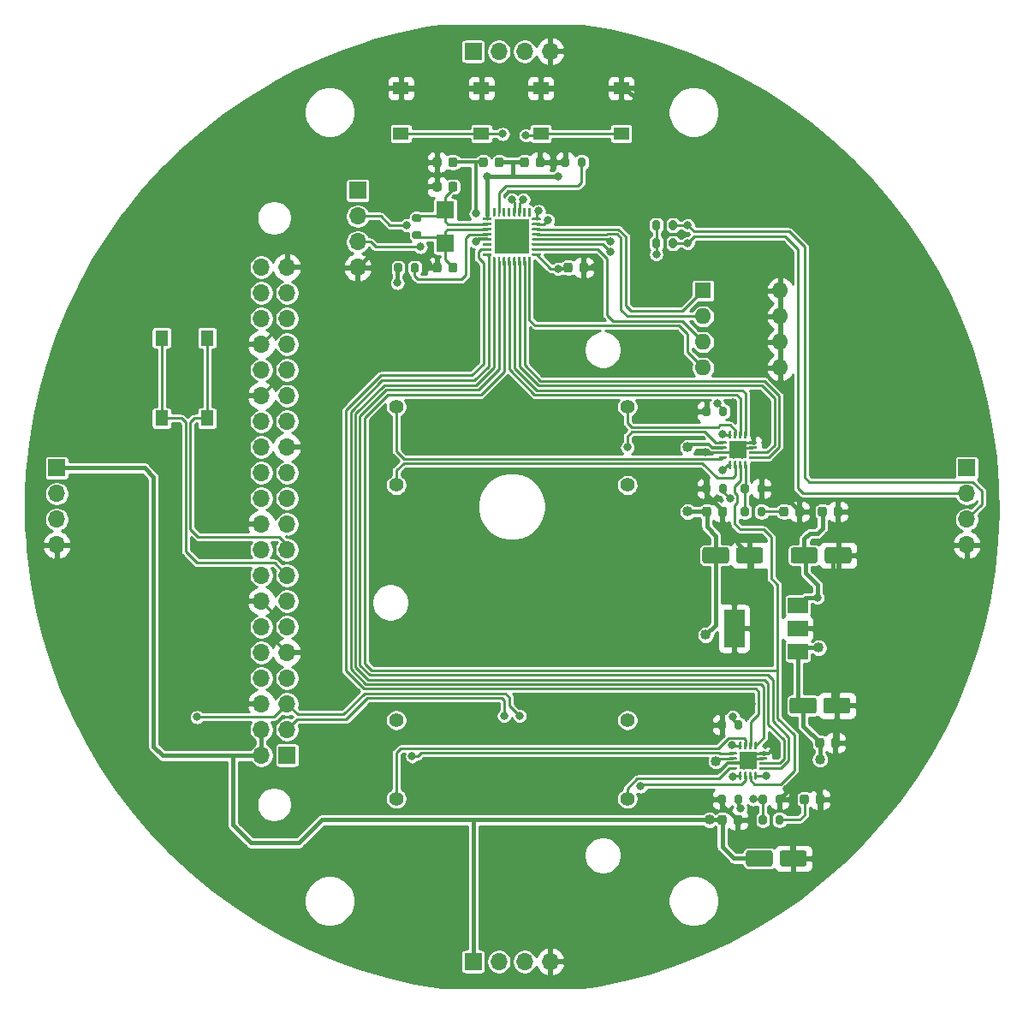
<source format=gbr>
%TF.GenerationSoftware,KiCad,Pcbnew,(5.1.9-0-10_14)*%
%TF.CreationDate,2021-04-10T08:51:35+02:00*%
%TF.ProjectId,clockclock,636c6f63-6b63-46c6-9f63-6b2e6b696361,rev?*%
%TF.SameCoordinates,Original*%
%TF.FileFunction,Copper,L1,Top*%
%TF.FilePolarity,Positive*%
%FSLAX46Y46*%
G04 Gerber Fmt 4.6, Leading zero omitted, Abs format (unit mm)*
G04 Created by KiCad (PCBNEW (5.1.9-0-10_14)) date 2021-04-10 08:51:35*
%MOMM*%
%LPD*%
G01*
G04 APERTURE LIST*
%TA.AperFunction,ComponentPad*%
%ADD10O,1.700000X1.700000*%
%TD*%
%TA.AperFunction,ComponentPad*%
%ADD11R,1.700000X1.700000*%
%TD*%
%TA.AperFunction,ComponentPad*%
%ADD12C,1.400000*%
%TD*%
%TA.AperFunction,SMDPad,CuDef*%
%ADD13R,2.000000X1.500000*%
%TD*%
%TA.AperFunction,SMDPad,CuDef*%
%ADD14R,2.000000X3.800000*%
%TD*%
%TA.AperFunction,SMDPad,CuDef*%
%ADD15R,1.300000X1.550000*%
%TD*%
%TA.AperFunction,SMDPad,CuDef*%
%ADD16R,1.550000X1.300000*%
%TD*%
%TA.AperFunction,SMDPad,CuDef*%
%ADD17R,1.700000X1.700000*%
%TD*%
%TA.AperFunction,SMDPad,CuDef*%
%ADD18R,3.450000X3.450000*%
%TD*%
%TA.AperFunction,SMDPad,CuDef*%
%ADD19R,1.800000X1.750000*%
%TD*%
%TA.AperFunction,ComponentPad*%
%ADD20O,1.600000X1.600000*%
%TD*%
%TA.AperFunction,ComponentPad*%
%ADD21R,1.600000X1.600000*%
%TD*%
%TA.AperFunction,ViaPad*%
%ADD22C,0.812800*%
%TD*%
%TA.AperFunction,ViaPad*%
%ADD23C,1.016000*%
%TD*%
%TA.AperFunction,Conductor*%
%ADD24C,0.457200*%
%TD*%
%TA.AperFunction,Conductor*%
%ADD25C,0.254000*%
%TD*%
%TA.AperFunction,Conductor*%
%ADD26C,0.304800*%
%TD*%
%TA.AperFunction,Conductor*%
%ADD27C,0.100000*%
%TD*%
G04 APERTURE END LIST*
D10*
%TO.P,J2,40*%
%TO.N,Net-(J2-Pad40)*%
X-24765000Y23666000D03*
%TO.P,J2,39*%
%TO.N,GND*%
X-22225000Y23666000D03*
%TO.P,J2,26*%
%TO.N,Net-(J2-Pad26)*%
X-24765000Y5886000D03*
%TO.P,J2,25*%
%TO.N,GND*%
X-22225000Y5886000D03*
%TO.P,J2,22*%
%TO.N,Net-(J2-Pad22)*%
X-24765000Y806000D03*
%TO.P,J2,21*%
%TO.N,Net-(J2-Pad21)*%
X-22225000Y806000D03*
%TO.P,J2,30*%
%TO.N,GND*%
X-24765000Y10966000D03*
%TO.P,J2,29*%
%TO.N,Net-(J2-Pad29)*%
X-22225000Y10966000D03*
%TO.P,J2,8*%
%TO.N,Net-(J2-Pad8)*%
X-24765000Y-16974000D03*
%TO.P,J2,7*%
%TO.N,Net-(J2-Pad7)*%
X-22225000Y-16974000D03*
%TO.P,J2,32*%
%TO.N,Net-(J2-Pad32)*%
X-24765000Y13506000D03*
%TO.P,J2,31*%
%TO.N,Net-(J2-Pad31)*%
X-22225000Y13506000D03*
%TO.P,J2,18*%
%TO.N,Net-(J2-Pad18)*%
X-24765000Y-4274000D03*
%TO.P,J2,17*%
%TO.N,+3V3*%
X-22225000Y-4274000D03*
%TO.P,J2,36*%
%TO.N,Net-(J2-Pad36)*%
X-24765000Y18586000D03*
%TO.P,J2,35*%
%TO.N,Net-(J2-Pad35)*%
X-22225000Y18586000D03*
%TO.P,J2,34*%
%TO.N,GND*%
X-24765000Y16046000D03*
%TO.P,J2,33*%
%TO.N,Net-(J2-Pad33)*%
X-22225000Y16046000D03*
%TO.P,J2,38*%
%TO.N,Net-(J2-Pad38)*%
X-24765000Y21126000D03*
%TO.P,J2,37*%
%TO.N,Net-(J2-Pad37)*%
X-22225000Y21126000D03*
%TO.P,J2,20*%
%TO.N,GND*%
X-24765000Y-1734000D03*
%TO.P,J2,19*%
%TO.N,Net-(J2-Pad19)*%
X-22225000Y-1734000D03*
%TO.P,J2,10*%
%TO.N,Net-(J2-Pad10)*%
X-24765000Y-14434000D03*
%TO.P,J2,9*%
%TO.N,GND*%
X-22225000Y-14434000D03*
%TO.P,J2,14*%
X-24765000Y-9354000D03*
%TO.P,J2,13*%
%TO.N,Net-(J2-Pad13)*%
X-22225000Y-9354000D03*
%TO.P,J2,28*%
%TO.N,Net-(J2-Pad28)*%
X-24765000Y8426000D03*
%TO.P,J2,27*%
%TO.N,Net-(J2-Pad27)*%
X-22225000Y8426000D03*
%TO.P,J2,12*%
%TO.N,Net-(J2-Pad12)*%
X-24765000Y-11894000D03*
%TO.P,J2,11*%
%TO.N,Net-(J2-Pad11)*%
X-22225000Y-11894000D03*
%TO.P,J2,24*%
%TO.N,Net-(J2-Pad24)*%
X-24765000Y3346000D03*
%TO.P,J2,23*%
%TO.N,Net-(J2-Pad23)*%
X-22225000Y3346000D03*
D11*
%TO.P,J2,1*%
%TO.N,+3V3*%
X-22225000Y-24594000D03*
D10*
%TO.P,J2,2*%
%TO.N,+5V*%
X-24765000Y-24594000D03*
%TO.P,J2,5*%
%TO.N,I2C_SDA*%
X-22225000Y-19514000D03*
%TO.P,J2,4*%
%TO.N,+5V*%
X-24765000Y-22054000D03*
%TO.P,J2,16*%
%TO.N,Net-(J2-Pad16)*%
X-24765000Y-6814000D03*
%TO.P,J2,15*%
%TO.N,PiOnOFF*%
X-22225000Y-6814000D03*
%TO.P,J2,3*%
%TO.N,I2C_CLK*%
X-22225000Y-22054000D03*
%TO.P,J2,6*%
%TO.N,GND*%
X-24765000Y-19514000D03*
%TD*%
D12*
%TO.P,M1,A1*%
%TO.N,/MOT_B4*%
X-11430000Y9880000D03*
%TO.P,M1,A2*%
%TO.N,/MOT_B3*%
X-11430000Y2120000D03*
%TO.P,M1,B3*%
%TO.N,/MOT_A2*%
X-11430000Y-21120000D03*
%TO.P,M1,B4*%
%TO.N,/MOT_A1*%
X-11430000Y-28880000D03*
%TO.P,M1,B1*%
%TO.N,/MOT_A4*%
X11430000Y-28880000D03*
%TO.P,M1,B2*%
%TO.N,/MOT_A3*%
X11430000Y-21120000D03*
%TO.P,M1,A3*%
%TO.N,/MOT_B2*%
X11430000Y2120000D03*
%TO.P,M1,A4*%
%TO.N,/MOT_B1*%
X11430000Y9880000D03*
%TD*%
D13*
%TO.P,U5,1*%
%TO.N,+5V*%
X28296000Y-14365000D03*
%TO.P,U5,3*%
%TO.N,+3V3*%
X28296000Y-9765000D03*
%TO.P,U5,2*%
%TO.N,GND*%
X28296000Y-12065000D03*
D14*
X21996000Y-12065000D03*
%TD*%
%TO.P,C16,2*%
%TO.N,GND*%
%TA.AperFunction,SMDPad,CuDef*%
G36*
G01*
X31821000Y-758000D02*
X31821000Y-258000D01*
G75*
G02*
X32046000Y-33000I225000J0D01*
G01*
X32496000Y-33000D01*
G75*
G02*
X32721000Y-258000I0J-225000D01*
G01*
X32721000Y-758000D01*
G75*
G02*
X32496000Y-983000I-225000J0D01*
G01*
X32046000Y-983000D01*
G75*
G02*
X31821000Y-758000I0J225000D01*
G01*
G37*
%TD.AperFunction*%
%TO.P,C16,1*%
%TO.N,+3V3*%
%TA.AperFunction,SMDPad,CuDef*%
G36*
G01*
X30271000Y-758000D02*
X30271000Y-258000D01*
G75*
G02*
X30496000Y-33000I225000J0D01*
G01*
X30946000Y-33000D01*
G75*
G02*
X31171000Y-258000I0J-225000D01*
G01*
X31171000Y-758000D01*
G75*
G02*
X30946000Y-983000I-225000J0D01*
G01*
X30496000Y-983000D01*
G75*
G02*
X30271000Y-758000I0J225000D01*
G01*
G37*
%TD.AperFunction*%
%TD*%
%TO.P,C15,2*%
%TO.N,GND*%
%TA.AperFunction,SMDPad,CuDef*%
G36*
G01*
X30957000Y-5376000D02*
X30957000Y-4276000D01*
G75*
G02*
X31207000Y-4026000I250000J0D01*
G01*
X33357000Y-4026000D01*
G75*
G02*
X33607000Y-4276000I0J-250000D01*
G01*
X33607000Y-5376000D01*
G75*
G02*
X33357000Y-5626000I-250000J0D01*
G01*
X31207000Y-5626000D01*
G75*
G02*
X30957000Y-5376000I0J250000D01*
G01*
G37*
%TD.AperFunction*%
%TO.P,C15,1*%
%TO.N,+3V3*%
%TA.AperFunction,SMDPad,CuDef*%
G36*
G01*
X27607000Y-5376000D02*
X27607000Y-4276000D01*
G75*
G02*
X27857000Y-4026000I250000J0D01*
G01*
X30007000Y-4026000D01*
G75*
G02*
X30257000Y-4276000I0J-250000D01*
G01*
X30257000Y-5376000D01*
G75*
G02*
X30007000Y-5626000I-250000J0D01*
G01*
X27857000Y-5626000D01*
G75*
G02*
X27607000Y-5376000I0J250000D01*
G01*
G37*
%TD.AperFunction*%
%TD*%
%TO.P,C14,2*%
%TO.N,GND*%
%TA.AperFunction,SMDPad,CuDef*%
G36*
G01*
X30830000Y-20235000D02*
X30830000Y-19135000D01*
G75*
G02*
X31080000Y-18885000I250000J0D01*
G01*
X33230000Y-18885000D01*
G75*
G02*
X33480000Y-19135000I0J-250000D01*
G01*
X33480000Y-20235000D01*
G75*
G02*
X33230000Y-20485000I-250000J0D01*
G01*
X31080000Y-20485000D01*
G75*
G02*
X30830000Y-20235000I0J250000D01*
G01*
G37*
%TD.AperFunction*%
%TO.P,C14,1*%
%TO.N,+5V*%
%TA.AperFunction,SMDPad,CuDef*%
G36*
G01*
X27480000Y-20235000D02*
X27480000Y-19135000D01*
G75*
G02*
X27730000Y-18885000I250000J0D01*
G01*
X29880000Y-18885000D01*
G75*
G02*
X30130000Y-19135000I0J-250000D01*
G01*
X30130000Y-20235000D01*
G75*
G02*
X29880000Y-20485000I-250000J0D01*
G01*
X27730000Y-20485000D01*
G75*
G02*
X27480000Y-20235000I0J250000D01*
G01*
G37*
%TD.AperFunction*%
%TD*%
%TO.P,C13,2*%
%TO.N,+5V*%
%TA.AperFunction,SMDPad,CuDef*%
G36*
G01*
X30917000Y-23118000D02*
X30917000Y-23618000D01*
G75*
G02*
X30692000Y-23843000I-225000J0D01*
G01*
X30242000Y-23843000D01*
G75*
G02*
X30017000Y-23618000I0J225000D01*
G01*
X30017000Y-23118000D01*
G75*
G02*
X30242000Y-22893000I225000J0D01*
G01*
X30692000Y-22893000D01*
G75*
G02*
X30917000Y-23118000I0J-225000D01*
G01*
G37*
%TD.AperFunction*%
%TO.P,C13,1*%
%TO.N,GND*%
%TA.AperFunction,SMDPad,CuDef*%
G36*
G01*
X32467000Y-23118000D02*
X32467000Y-23618000D01*
G75*
G02*
X32242000Y-23843000I-225000J0D01*
G01*
X31792000Y-23843000D01*
G75*
G02*
X31567000Y-23618000I0J225000D01*
G01*
X31567000Y-23118000D01*
G75*
G02*
X31792000Y-22893000I225000J0D01*
G01*
X32242000Y-22893000D01*
G75*
G02*
X32467000Y-23118000I0J-225000D01*
G01*
G37*
%TD.AperFunction*%
%TD*%
%TO.P,C12,2*%
%TO.N,GND*%
%TA.AperFunction,SMDPad,CuDef*%
G36*
G01*
X22194000Y-5376000D02*
X22194000Y-4276000D01*
G75*
G02*
X22444000Y-4026000I250000J0D01*
G01*
X24594000Y-4026000D01*
G75*
G02*
X24844000Y-4276000I0J-250000D01*
G01*
X24844000Y-5376000D01*
G75*
G02*
X24594000Y-5626000I-250000J0D01*
G01*
X22444000Y-5626000D01*
G75*
G02*
X22194000Y-5376000I0J250000D01*
G01*
G37*
%TD.AperFunction*%
%TO.P,C12,1*%
%TO.N,+5V*%
%TA.AperFunction,SMDPad,CuDef*%
G36*
G01*
X18844000Y-5376000D02*
X18844000Y-4276000D01*
G75*
G02*
X19094000Y-4026000I250000J0D01*
G01*
X21244000Y-4026000D01*
G75*
G02*
X21494000Y-4276000I0J-250000D01*
G01*
X21494000Y-5376000D01*
G75*
G02*
X21244000Y-5626000I-250000J0D01*
G01*
X19094000Y-5626000D01*
G75*
G02*
X18844000Y-5376000I0J250000D01*
G01*
G37*
%TD.AperFunction*%
%TD*%
%TO.P,C10,2*%
%TO.N,GND*%
%TA.AperFunction,SMDPad,CuDef*%
G36*
G01*
X26512000Y-35348000D02*
X26512000Y-34248000D01*
G75*
G02*
X26762000Y-33998000I250000J0D01*
G01*
X28912000Y-33998000D01*
G75*
G02*
X29162000Y-34248000I0J-250000D01*
G01*
X29162000Y-35348000D01*
G75*
G02*
X28912000Y-35598000I-250000J0D01*
G01*
X26762000Y-35598000D01*
G75*
G02*
X26512000Y-35348000I0J250000D01*
G01*
G37*
%TD.AperFunction*%
%TO.P,C10,1*%
%TO.N,+5V*%
%TA.AperFunction,SMDPad,CuDef*%
G36*
G01*
X23162000Y-35348000D02*
X23162000Y-34248000D01*
G75*
G02*
X23412000Y-33998000I250000J0D01*
G01*
X25562000Y-33998000D01*
G75*
G02*
X25812000Y-34248000I0J-250000D01*
G01*
X25812000Y-35348000D01*
G75*
G02*
X25562000Y-35598000I-250000J0D01*
G01*
X23412000Y-35598000D01*
G75*
G02*
X23162000Y-35348000I0J250000D01*
G01*
G37*
%TD.AperFunction*%
%TD*%
%TO.P,C1,2*%
%TO.N,Net-(C1-Pad2)*%
%TA.AperFunction,SMDPad,CuDef*%
G36*
G01*
X29393000Y-28706000D02*
X29393000Y-29206000D01*
G75*
G02*
X29168000Y-29431000I-225000J0D01*
G01*
X28718000Y-29431000D01*
G75*
G02*
X28493000Y-29206000I0J225000D01*
G01*
X28493000Y-28706000D01*
G75*
G02*
X28718000Y-28481000I225000J0D01*
G01*
X29168000Y-28481000D01*
G75*
G02*
X29393000Y-28706000I0J-225000D01*
G01*
G37*
%TD.AperFunction*%
%TO.P,C1,1*%
%TO.N,GND*%
%TA.AperFunction,SMDPad,CuDef*%
G36*
G01*
X30943000Y-28706000D02*
X30943000Y-29206000D01*
G75*
G02*
X30718000Y-29431000I-225000J0D01*
G01*
X30268000Y-29431000D01*
G75*
G02*
X30043000Y-29206000I0J225000D01*
G01*
X30043000Y-28706000D01*
G75*
G02*
X30268000Y-28481000I225000J0D01*
G01*
X30718000Y-28481000D01*
G75*
G02*
X30943000Y-28706000I0J-225000D01*
G01*
G37*
%TD.AperFunction*%
%TD*%
%TO.P,C2,2*%
%TO.N,Net-(C2-Pad2)*%
%TA.AperFunction,SMDPad,CuDef*%
G36*
G01*
X27361000Y-258000D02*
X27361000Y-758000D01*
G75*
G02*
X27136000Y-983000I-225000J0D01*
G01*
X26686000Y-983000D01*
G75*
G02*
X26461000Y-758000I0J225000D01*
G01*
X26461000Y-258000D01*
G75*
G02*
X26686000Y-33000I225000J0D01*
G01*
X27136000Y-33000D01*
G75*
G02*
X27361000Y-258000I0J-225000D01*
G01*
G37*
%TD.AperFunction*%
%TO.P,C2,1*%
%TO.N,GND*%
%TA.AperFunction,SMDPad,CuDef*%
G36*
G01*
X28911000Y-258000D02*
X28911000Y-758000D01*
G75*
G02*
X28686000Y-983000I-225000J0D01*
G01*
X28236000Y-983000D01*
G75*
G02*
X28011000Y-758000I0J225000D01*
G01*
X28011000Y-258000D01*
G75*
G02*
X28236000Y-33000I225000J0D01*
G01*
X28686000Y-33000D01*
G75*
G02*
X28911000Y-258000I0J-225000D01*
G01*
G37*
%TD.AperFunction*%
%TD*%
%TO.P,C4,2*%
%TO.N,Net-(C4-Pad2)*%
%TA.AperFunction,SMDPad,CuDef*%
G36*
G01*
X-6279000Y31373000D02*
X-6279000Y31873000D01*
G75*
G02*
X-6054000Y32098000I225000J0D01*
G01*
X-5604000Y32098000D01*
G75*
G02*
X-5379000Y31873000I0J-225000D01*
G01*
X-5379000Y31373000D01*
G75*
G02*
X-5604000Y31148000I-225000J0D01*
G01*
X-6054000Y31148000D01*
G75*
G02*
X-6279000Y31373000I0J225000D01*
G01*
G37*
%TD.AperFunction*%
%TO.P,C4,1*%
%TO.N,GND*%
%TA.AperFunction,SMDPad,CuDef*%
G36*
G01*
X-7829000Y31373000D02*
X-7829000Y31873000D01*
G75*
G02*
X-7604000Y32098000I225000J0D01*
G01*
X-7154000Y32098000D01*
G75*
G02*
X-6929000Y31873000I0J-225000D01*
G01*
X-6929000Y31373000D01*
G75*
G02*
X-7154000Y31148000I-225000J0D01*
G01*
X-7604000Y31148000D01*
G75*
G02*
X-7829000Y31373000I0J225000D01*
G01*
G37*
%TD.AperFunction*%
%TD*%
%TO.P,C5,2*%
%TO.N,Net-(C5-Pad2)*%
%TA.AperFunction,SMDPad,CuDef*%
G36*
G01*
X-6279000Y23372000D02*
X-6279000Y23872000D01*
G75*
G02*
X-6054000Y24097000I225000J0D01*
G01*
X-5604000Y24097000D01*
G75*
G02*
X-5379000Y23872000I0J-225000D01*
G01*
X-5379000Y23372000D01*
G75*
G02*
X-5604000Y23147000I-225000J0D01*
G01*
X-6054000Y23147000D01*
G75*
G02*
X-6279000Y23372000I0J225000D01*
G01*
G37*
%TD.AperFunction*%
%TO.P,C5,1*%
%TO.N,GND*%
%TA.AperFunction,SMDPad,CuDef*%
G36*
G01*
X-7829000Y23372000D02*
X-7829000Y23872000D01*
G75*
G02*
X-7604000Y24097000I225000J0D01*
G01*
X-7154000Y24097000D01*
G75*
G02*
X-6929000Y23872000I0J-225000D01*
G01*
X-6929000Y23372000D01*
G75*
G02*
X-7154000Y23147000I-225000J0D01*
G01*
X-7604000Y23147000D01*
G75*
G02*
X-7829000Y23372000I0J225000D01*
G01*
G37*
%TD.AperFunction*%
%TD*%
%TO.P,C6,2*%
%TO.N,GND*%
%TA.AperFunction,SMDPad,CuDef*%
G36*
G01*
X2357000Y33786000D02*
X2357000Y34286000D01*
G75*
G02*
X2582000Y34511000I225000J0D01*
G01*
X3032000Y34511000D01*
G75*
G02*
X3257000Y34286000I0J-225000D01*
G01*
X3257000Y33786000D01*
G75*
G02*
X3032000Y33561000I-225000J0D01*
G01*
X2582000Y33561000D01*
G75*
G02*
X2357000Y33786000I0J225000D01*
G01*
G37*
%TD.AperFunction*%
%TO.P,C6,1*%
%TO.N,+3V3*%
%TA.AperFunction,SMDPad,CuDef*%
G36*
G01*
X807000Y33786000D02*
X807000Y34286000D01*
G75*
G02*
X1032000Y34511000I225000J0D01*
G01*
X1482000Y34511000D01*
G75*
G02*
X1707000Y34286000I0J-225000D01*
G01*
X1707000Y33786000D01*
G75*
G02*
X1482000Y33561000I-225000J0D01*
G01*
X1032000Y33561000D01*
G75*
G02*
X807000Y33786000I0J225000D01*
G01*
G37*
%TD.AperFunction*%
%TD*%
%TO.P,C7,2*%
%TO.N,GND*%
%TA.AperFunction,SMDPad,CuDef*%
G36*
G01*
X6675000Y23372000D02*
X6675000Y23872000D01*
G75*
G02*
X6900000Y24097000I225000J0D01*
G01*
X7350000Y24097000D01*
G75*
G02*
X7575000Y23872000I0J-225000D01*
G01*
X7575000Y23372000D01*
G75*
G02*
X7350000Y23147000I-225000J0D01*
G01*
X6900000Y23147000D01*
G75*
G02*
X6675000Y23372000I0J225000D01*
G01*
G37*
%TD.AperFunction*%
%TO.P,C7,1*%
%TO.N,+3V3*%
%TA.AperFunction,SMDPad,CuDef*%
G36*
G01*
X5125000Y23372000D02*
X5125000Y23872000D01*
G75*
G02*
X5350000Y24097000I225000J0D01*
G01*
X5800000Y24097000D01*
G75*
G02*
X6025000Y23872000I0J-225000D01*
G01*
X6025000Y23372000D01*
G75*
G02*
X5800000Y23147000I-225000J0D01*
G01*
X5350000Y23147000D01*
G75*
G02*
X5125000Y23372000I0J225000D01*
G01*
G37*
%TD.AperFunction*%
%TD*%
%TO.P,C8,2*%
%TO.N,GND*%
%TA.AperFunction,SMDPad,CuDef*%
G36*
G01*
X-6929000Y34286000D02*
X-6929000Y33786000D01*
G75*
G02*
X-7154000Y33561000I-225000J0D01*
G01*
X-7604000Y33561000D01*
G75*
G02*
X-7829000Y33786000I0J225000D01*
G01*
X-7829000Y34286000D01*
G75*
G02*
X-7604000Y34511000I225000J0D01*
G01*
X-7154000Y34511000D01*
G75*
G02*
X-6929000Y34286000I0J-225000D01*
G01*
G37*
%TD.AperFunction*%
%TO.P,C8,1*%
%TO.N,+3.3VA*%
%TA.AperFunction,SMDPad,CuDef*%
G36*
G01*
X-5379000Y34286000D02*
X-5379000Y33786000D01*
G75*
G02*
X-5604000Y33561000I-225000J0D01*
G01*
X-6054000Y33561000D01*
G75*
G02*
X-6279000Y33786000I0J225000D01*
G01*
X-6279000Y34286000D01*
G75*
G02*
X-6054000Y34511000I225000J0D01*
G01*
X-5604000Y34511000D01*
G75*
G02*
X-5379000Y34286000I0J-225000D01*
G01*
G37*
%TD.AperFunction*%
%TD*%
%TO.P,FB1,2*%
%TO.N,+3V3*%
%TA.AperFunction,SMDPad,CuDef*%
G36*
G01*
X-1682000Y33779750D02*
X-1682000Y34292250D01*
G75*
G02*
X-1463250Y34511000I218750J0D01*
G01*
X-1025750Y34511000D01*
G75*
G02*
X-807000Y34292250I0J-218750D01*
G01*
X-807000Y33779750D01*
G75*
G02*
X-1025750Y33561000I-218750J0D01*
G01*
X-1463250Y33561000D01*
G75*
G02*
X-1682000Y33779750I0J218750D01*
G01*
G37*
%TD.AperFunction*%
%TO.P,FB1,1*%
%TO.N,+3.3VA*%
%TA.AperFunction,SMDPad,CuDef*%
G36*
G01*
X-3257000Y33779750D02*
X-3257000Y34292250D01*
G75*
G02*
X-3038250Y34511000I218750J0D01*
G01*
X-2600750Y34511000D01*
G75*
G02*
X-2382000Y34292250I0J-218750D01*
G01*
X-2382000Y33779750D01*
G75*
G02*
X-2600750Y33561000I-218750J0D01*
G01*
X-3038250Y33561000D01*
G75*
G02*
X-3257000Y33779750I0J218750D01*
G01*
G37*
%TD.AperFunction*%
%TD*%
D10*
%TO.P,J1,4*%
%TO.N,GND*%
X45000000Y-3810000D03*
%TO.P,J1,3*%
%TO.N,I2C_SDA*%
X45000000Y-1270000D03*
%TO.P,J1,2*%
%TO.N,I2C_CLK*%
X45000000Y1270000D03*
D11*
%TO.P,J1,1*%
%TO.N,+5V*%
X45000000Y3810000D03*
%TD*%
D10*
%TO.P,J3,4*%
%TO.N,GND*%
X3810000Y45000000D03*
%TO.P,J3,3*%
%TO.N,I2C_SDA*%
X1270000Y45000000D03*
%TO.P,J3,2*%
%TO.N,I2C_CLK*%
X-1270000Y45000000D03*
D11*
%TO.P,J3,1*%
%TO.N,+5V*%
X-3810000Y45000000D03*
%TD*%
D10*
%TO.P,J4,4*%
%TO.N,GND*%
X3810000Y-45000000D03*
%TO.P,J4,3*%
%TO.N,I2C_SDA*%
X1270000Y-45000000D03*
%TO.P,J4,2*%
%TO.N,I2C_CLK*%
X-1270000Y-45000000D03*
D11*
%TO.P,J4,1*%
%TO.N,+5V*%
X-3810000Y-45000000D03*
%TD*%
D10*
%TO.P,J5,4*%
%TO.N,GND*%
X-45000000Y-3810000D03*
%TO.P,J5,3*%
%TO.N,I2C_SDA*%
X-45000000Y-1270000D03*
%TO.P,J5,2*%
%TO.N,I2C_CLK*%
X-45000000Y1270000D03*
D11*
%TO.P,J5,1*%
%TO.N,+5V*%
X-45000000Y3810000D03*
%TD*%
D10*
%TO.P,J6,4*%
%TO.N,GND*%
X-15240000Y23622000D03*
%TO.P,J6,3*%
%TO.N,SWCLK*%
X-15240000Y26162000D03*
%TO.P,J6,2*%
%TO.N,SWDIO*%
X-15240000Y28702000D03*
D11*
%TO.P,J6,1*%
%TO.N,+3V3*%
X-15240000Y31242000D03*
%TD*%
%TO.P,R1,2*%
%TO.N,Net-(R1-Pad2)*%
%TA.AperFunction,SMDPad,CuDef*%
G36*
G01*
X25229000Y-30713000D02*
X25229000Y-31263000D01*
G75*
G02*
X25029000Y-31463000I-200000J0D01*
G01*
X24629000Y-31463000D01*
G75*
G02*
X24429000Y-31263000I0J200000D01*
G01*
X24429000Y-30713000D01*
G75*
G02*
X24629000Y-30513000I200000J0D01*
G01*
X25029000Y-30513000D01*
G75*
G02*
X25229000Y-30713000I0J-200000D01*
G01*
G37*
%TD.AperFunction*%
%TO.P,R1,1*%
%TO.N,Net-(C1-Pad2)*%
%TA.AperFunction,SMDPad,CuDef*%
G36*
G01*
X26879000Y-30713000D02*
X26879000Y-31263000D01*
G75*
G02*
X26679000Y-31463000I-200000J0D01*
G01*
X26279000Y-31463000D01*
G75*
G02*
X26079000Y-31263000I0J200000D01*
G01*
X26079000Y-30713000D01*
G75*
G02*
X26279000Y-30513000I200000J0D01*
G01*
X26679000Y-30513000D01*
G75*
G02*
X26879000Y-30713000I0J-200000D01*
G01*
G37*
%TD.AperFunction*%
%TD*%
%TO.P,R2,2*%
%TO.N,Net-(R2-Pad2)*%
%TA.AperFunction,SMDPad,CuDef*%
G36*
G01*
X23451000Y-233000D02*
X23451000Y-783000D01*
G75*
G02*
X23251000Y-983000I-200000J0D01*
G01*
X22851000Y-983000D01*
G75*
G02*
X22651000Y-783000I0J200000D01*
G01*
X22651000Y-233000D01*
G75*
G02*
X22851000Y-33000I200000J0D01*
G01*
X23251000Y-33000D01*
G75*
G02*
X23451000Y-233000I0J-200000D01*
G01*
G37*
%TD.AperFunction*%
%TO.P,R2,1*%
%TO.N,Net-(C2-Pad2)*%
%TA.AperFunction,SMDPad,CuDef*%
G36*
G01*
X25101000Y-233000D02*
X25101000Y-783000D01*
G75*
G02*
X24901000Y-983000I-200000J0D01*
G01*
X24501000Y-983000D01*
G75*
G02*
X24301000Y-783000I0J200000D01*
G01*
X24301000Y-233000D01*
G75*
G02*
X24501000Y-33000I200000J0D01*
G01*
X24901000Y-33000D01*
G75*
G02*
X25101000Y-233000I0J-200000D01*
G01*
G37*
%TD.AperFunction*%
%TD*%
%TO.P,R3,2*%
%TO.N,GND*%
%TA.AperFunction,SMDPad,CuDef*%
G36*
G01*
X26079000Y-29231000D02*
X26079000Y-28681000D01*
G75*
G02*
X26279000Y-28481000I200000J0D01*
G01*
X26679000Y-28481000D01*
G75*
G02*
X26879000Y-28681000I0J-200000D01*
G01*
X26879000Y-29231000D01*
G75*
G02*
X26679000Y-29431000I-200000J0D01*
G01*
X26279000Y-29431000D01*
G75*
G02*
X26079000Y-29231000I0J200000D01*
G01*
G37*
%TD.AperFunction*%
%TO.P,R3,1*%
%TO.N,Net-(R1-Pad2)*%
%TA.AperFunction,SMDPad,CuDef*%
G36*
G01*
X24429000Y-29231000D02*
X24429000Y-28681000D01*
G75*
G02*
X24629000Y-28481000I200000J0D01*
G01*
X25029000Y-28481000D01*
G75*
G02*
X25229000Y-28681000I0J-200000D01*
G01*
X25229000Y-29231000D01*
G75*
G02*
X25029000Y-29431000I-200000J0D01*
G01*
X24629000Y-29431000D01*
G75*
G02*
X24429000Y-29231000I0J200000D01*
G01*
G37*
%TD.AperFunction*%
%TD*%
%TO.P,R4,2*%
%TO.N,GND*%
%TA.AperFunction,SMDPad,CuDef*%
G36*
G01*
X24301000Y1503000D02*
X24301000Y2053000D01*
G75*
G02*
X24501000Y2253000I200000J0D01*
G01*
X24901000Y2253000D01*
G75*
G02*
X25101000Y2053000I0J-200000D01*
G01*
X25101000Y1503000D01*
G75*
G02*
X24901000Y1303000I-200000J0D01*
G01*
X24501000Y1303000D01*
G75*
G02*
X24301000Y1503000I0J200000D01*
G01*
G37*
%TD.AperFunction*%
%TO.P,R4,1*%
%TO.N,Net-(R2-Pad2)*%
%TA.AperFunction,SMDPad,CuDef*%
G36*
G01*
X22651000Y1503000D02*
X22651000Y2053000D01*
G75*
G02*
X22851000Y2253000I200000J0D01*
G01*
X23251000Y2253000D01*
G75*
G02*
X23451000Y2053000I0J-200000D01*
G01*
X23451000Y1503000D01*
G75*
G02*
X23251000Y1303000I-200000J0D01*
G01*
X22851000Y1303000D01*
G75*
G02*
X22651000Y1503000I0J200000D01*
G01*
G37*
%TD.AperFunction*%
%TD*%
%TO.P,R5,2*%
%TO.N,GND*%
%TA.AperFunction,SMDPad,CuDef*%
G36*
G01*
X21165000Y-28681000D02*
X21165000Y-29231000D01*
G75*
G02*
X20965000Y-29431000I-200000J0D01*
G01*
X20565000Y-29431000D01*
G75*
G02*
X20365000Y-29231000I0J200000D01*
G01*
X20365000Y-28681000D01*
G75*
G02*
X20565000Y-28481000I200000J0D01*
G01*
X20965000Y-28481000D01*
G75*
G02*
X21165000Y-28681000I0J-200000D01*
G01*
G37*
%TD.AperFunction*%
%TO.P,R5,1*%
%TO.N,Net-(R5-Pad1)*%
%TA.AperFunction,SMDPad,CuDef*%
G36*
G01*
X22815000Y-28681000D02*
X22815000Y-29231000D01*
G75*
G02*
X22615000Y-29431000I-200000J0D01*
G01*
X22215000Y-29431000D01*
G75*
G02*
X22015000Y-29231000I0J200000D01*
G01*
X22015000Y-28681000D01*
G75*
G02*
X22215000Y-28481000I200000J0D01*
G01*
X22615000Y-28481000D01*
G75*
G02*
X22815000Y-28681000I0J-200000D01*
G01*
G37*
%TD.AperFunction*%
%TD*%
%TO.P,R6,2*%
%TO.N,GND*%
%TA.AperFunction,SMDPad,CuDef*%
G36*
G01*
X19641000Y2053000D02*
X19641000Y1503000D01*
G75*
G02*
X19441000Y1303000I-200000J0D01*
G01*
X19041000Y1303000D01*
G75*
G02*
X18841000Y1503000I0J200000D01*
G01*
X18841000Y2053000D01*
G75*
G02*
X19041000Y2253000I200000J0D01*
G01*
X19441000Y2253000D01*
G75*
G02*
X19641000Y2053000I0J-200000D01*
G01*
G37*
%TD.AperFunction*%
%TO.P,R6,1*%
%TO.N,Net-(R6-Pad1)*%
%TA.AperFunction,SMDPad,CuDef*%
G36*
G01*
X21291000Y2053000D02*
X21291000Y1503000D01*
G75*
G02*
X21091000Y1303000I-200000J0D01*
G01*
X20691000Y1303000D01*
G75*
G02*
X20491000Y1503000I0J200000D01*
G01*
X20491000Y2053000D01*
G75*
G02*
X20691000Y2253000I200000J0D01*
G01*
X21091000Y2253000D01*
G75*
G02*
X21291000Y2053000I0J-200000D01*
G01*
G37*
%TD.AperFunction*%
%TD*%
%TO.P,R7,2*%
%TO.N,GND*%
%TA.AperFunction,SMDPad,CuDef*%
G36*
G01*
X21165000Y-21315000D02*
X21165000Y-21865000D01*
G75*
G02*
X20965000Y-22065000I-200000J0D01*
G01*
X20565000Y-22065000D01*
G75*
G02*
X20365000Y-21865000I0J200000D01*
G01*
X20365000Y-21315000D01*
G75*
G02*
X20565000Y-21115000I200000J0D01*
G01*
X20965000Y-21115000D01*
G75*
G02*
X21165000Y-21315000I0J-200000D01*
G01*
G37*
%TD.AperFunction*%
%TO.P,R7,1*%
%TO.N,Net-(R7-Pad1)*%
%TA.AperFunction,SMDPad,CuDef*%
G36*
G01*
X22815000Y-21315000D02*
X22815000Y-21865000D01*
G75*
G02*
X22615000Y-22065000I-200000J0D01*
G01*
X22215000Y-22065000D01*
G75*
G02*
X22015000Y-21865000I0J200000D01*
G01*
X22015000Y-21315000D01*
G75*
G02*
X22215000Y-21115000I200000J0D01*
G01*
X22615000Y-21115000D01*
G75*
G02*
X22815000Y-21315000I0J-200000D01*
G01*
G37*
%TD.AperFunction*%
%TD*%
%TO.P,R8,2*%
%TO.N,GND*%
%TA.AperFunction,SMDPad,CuDef*%
G36*
G01*
X19641000Y9673000D02*
X19641000Y9123000D01*
G75*
G02*
X19441000Y8923000I-200000J0D01*
G01*
X19041000Y8923000D01*
G75*
G02*
X18841000Y9123000I0J200000D01*
G01*
X18841000Y9673000D01*
G75*
G02*
X19041000Y9873000I200000J0D01*
G01*
X19441000Y9873000D01*
G75*
G02*
X19641000Y9673000I0J-200000D01*
G01*
G37*
%TD.AperFunction*%
%TO.P,R8,1*%
%TO.N,Net-(R8-Pad1)*%
%TA.AperFunction,SMDPad,CuDef*%
G36*
G01*
X21291000Y9673000D02*
X21291000Y9123000D01*
G75*
G02*
X21091000Y8923000I-200000J0D01*
G01*
X20691000Y8923000D01*
G75*
G02*
X20491000Y9123000I0J200000D01*
G01*
X20491000Y9673000D01*
G75*
G02*
X20691000Y9873000I200000J0D01*
G01*
X21091000Y9873000D01*
G75*
G02*
X21291000Y9673000I0J-200000D01*
G01*
G37*
%TD.AperFunction*%
%TD*%
%TO.P,R9,2*%
%TO.N,Net-(C5-Pad2)*%
%TA.AperFunction,SMDPad,CuDef*%
G36*
G01*
X-9673000Y27261000D02*
X-9123000Y27261000D01*
G75*
G02*
X-8923000Y27061000I0J-200000D01*
G01*
X-8923000Y26661000D01*
G75*
G02*
X-9123000Y26461000I-200000J0D01*
G01*
X-9673000Y26461000D01*
G75*
G02*
X-9873000Y26661000I0J200000D01*
G01*
X-9873000Y27061000D01*
G75*
G02*
X-9673000Y27261000I200000J0D01*
G01*
G37*
%TD.AperFunction*%
%TO.P,R9,1*%
%TO.N,Net-(C4-Pad2)*%
%TA.AperFunction,SMDPad,CuDef*%
G36*
G01*
X-9673000Y28911000D02*
X-9123000Y28911000D01*
G75*
G02*
X-8923000Y28711000I0J-200000D01*
G01*
X-8923000Y28311000D01*
G75*
G02*
X-9123000Y28111000I-200000J0D01*
G01*
X-9673000Y28111000D01*
G75*
G02*
X-9873000Y28311000I0J200000D01*
G01*
X-9873000Y28711000D01*
G75*
G02*
X-9673000Y28911000I200000J0D01*
G01*
G37*
%TD.AperFunction*%
%TD*%
D15*
%TO.P,SW2,2*%
%TO.N,+3V3*%
X-30135000Y16675000D03*
%TO.P,SW2,1*%
%TO.N,PiOnOFF*%
X-34635000Y16675000D03*
X-34635000Y8725000D03*
%TO.P,SW2,2*%
%TO.N,+3V3*%
X-30135000Y8725000D03*
%TD*%
D16*
%TO.P,SW3,2*%
%TO.N,MCU_BUT_PLUS*%
X-3010000Y36866000D03*
%TO.P,SW3,1*%
%TO.N,GND*%
X-3010000Y41366000D03*
X-10960000Y41366000D03*
%TO.P,SW3,2*%
%TO.N,MCU_BUT_PLUS*%
X-10960000Y36866000D03*
%TD*%
%TO.P,SW4,2*%
%TO.N,MCU_BUT_MIN*%
X10833000Y36866000D03*
%TO.P,SW4,1*%
%TO.N,GND*%
X10833000Y41366000D03*
X2883000Y41366000D03*
%TO.P,SW4,2*%
%TO.N,MCU_BUT_MIN*%
X2883000Y36866000D03*
%TD*%
D17*
%TO.P,U2,17*%
%TO.N,GND*%
X23368000Y-25146000D03*
%TO.P,U2,16*%
%TA.AperFunction,SMDPad,CuDef*%
G36*
G01*
X24530500Y-24271000D02*
X25180500Y-24271000D01*
G75*
G02*
X25243000Y-24333500I0J-62500D01*
G01*
X25243000Y-24458500D01*
G75*
G02*
X25180500Y-24521000I-62500J0D01*
G01*
X24530500Y-24521000D01*
G75*
G02*
X24468000Y-24458500I0J62500D01*
G01*
X24468000Y-24333500D01*
G75*
G02*
X24530500Y-24271000I62500J0D01*
G01*
G37*
%TD.AperFunction*%
%TO.P,U2,15*%
%TA.AperFunction,SMDPad,CuDef*%
G36*
G01*
X24530500Y-24771000D02*
X25180500Y-24771000D01*
G75*
G02*
X25243000Y-24833500I0J-62500D01*
G01*
X25243000Y-24958500D01*
G75*
G02*
X25180500Y-25021000I-62500J0D01*
G01*
X24530500Y-25021000D01*
G75*
G02*
X24468000Y-24958500I0J62500D01*
G01*
X24468000Y-24833500D01*
G75*
G02*
X24530500Y-24771000I62500J0D01*
G01*
G37*
%TD.AperFunction*%
%TO.P,U2,14*%
%TO.N,MOT_RST0*%
%TA.AperFunction,SMDPad,CuDef*%
G36*
G01*
X24530500Y-25271000D02*
X25180500Y-25271000D01*
G75*
G02*
X25243000Y-25333500I0J-62500D01*
G01*
X25243000Y-25458500D01*
G75*
G02*
X25180500Y-25521000I-62500J0D01*
G01*
X24530500Y-25521000D01*
G75*
G02*
X24468000Y-25458500I0J62500D01*
G01*
X24468000Y-25333500D01*
G75*
G02*
X24530500Y-25271000I62500J0D01*
G01*
G37*
%TD.AperFunction*%
%TO.P,U2,13*%
%TO.N,MOT_EN0*%
%TA.AperFunction,SMDPad,CuDef*%
G36*
G01*
X24530500Y-25771000D02*
X25180500Y-25771000D01*
G75*
G02*
X25243000Y-25833500I0J-62500D01*
G01*
X25243000Y-25958500D01*
G75*
G02*
X25180500Y-26021000I-62500J0D01*
G01*
X24530500Y-26021000D01*
G75*
G02*
X24468000Y-25958500I0J62500D01*
G01*
X24468000Y-25833500D01*
G75*
G02*
X24530500Y-25771000I62500J0D01*
G01*
G37*
%TD.AperFunction*%
%TO.P,U2,12*%
%TO.N,Net-(R1-Pad2)*%
%TA.AperFunction,SMDPad,CuDef*%
G36*
G01*
X24055500Y-26246000D02*
X24180500Y-26246000D01*
G75*
G02*
X24243000Y-26308500I0J-62500D01*
G01*
X24243000Y-26958500D01*
G75*
G02*
X24180500Y-27021000I-62500J0D01*
G01*
X24055500Y-27021000D01*
G75*
G02*
X23993000Y-26958500I0J62500D01*
G01*
X23993000Y-26308500D01*
G75*
G02*
X24055500Y-26246000I62500J0D01*
G01*
G37*
%TD.AperFunction*%
%TO.P,U2,11*%
%TO.N,MOT_REF1*%
%TA.AperFunction,SMDPad,CuDef*%
G36*
G01*
X23555500Y-26246000D02*
X23680500Y-26246000D01*
G75*
G02*
X23743000Y-26308500I0J-62500D01*
G01*
X23743000Y-26958500D01*
G75*
G02*
X23680500Y-27021000I-62500J0D01*
G01*
X23555500Y-27021000D01*
G75*
G02*
X23493000Y-26958500I0J62500D01*
G01*
X23493000Y-26308500D01*
G75*
G02*
X23555500Y-26246000I62500J0D01*
G01*
G37*
%TD.AperFunction*%
%TO.P,U2,10*%
%TO.N,/MOT_A3*%
%TA.AperFunction,SMDPad,CuDef*%
G36*
G01*
X23055500Y-26246000D02*
X23180500Y-26246000D01*
G75*
G02*
X23243000Y-26308500I0J-62500D01*
G01*
X23243000Y-26958500D01*
G75*
G02*
X23180500Y-27021000I-62500J0D01*
G01*
X23055500Y-27021000D01*
G75*
G02*
X22993000Y-26958500I0J62500D01*
G01*
X22993000Y-26308500D01*
G75*
G02*
X23055500Y-26246000I62500J0D01*
G01*
G37*
%TD.AperFunction*%
%TO.P,U2,9*%
%TO.N,Net-(R5-Pad1)*%
%TA.AperFunction,SMDPad,CuDef*%
G36*
G01*
X22555500Y-26246000D02*
X22680500Y-26246000D01*
G75*
G02*
X22743000Y-26308500I0J-62500D01*
G01*
X22743000Y-26958500D01*
G75*
G02*
X22680500Y-27021000I-62500J0D01*
G01*
X22555500Y-27021000D01*
G75*
G02*
X22493000Y-26958500I0J62500D01*
G01*
X22493000Y-26308500D01*
G75*
G02*
X22555500Y-26246000I62500J0D01*
G01*
G37*
%TD.AperFunction*%
%TO.P,U2,8*%
%TO.N,/MOT_A4*%
%TA.AperFunction,SMDPad,CuDef*%
G36*
G01*
X21555500Y-25771000D02*
X22205500Y-25771000D01*
G75*
G02*
X22268000Y-25833500I0J-62500D01*
G01*
X22268000Y-25958500D01*
G75*
G02*
X22205500Y-26021000I-62500J0D01*
G01*
X21555500Y-26021000D01*
G75*
G02*
X21493000Y-25958500I0J62500D01*
G01*
X21493000Y-25833500D01*
G75*
G02*
X21555500Y-25771000I62500J0D01*
G01*
G37*
%TD.AperFunction*%
%TO.P,U2,7*%
%TO.N,GND*%
%TA.AperFunction,SMDPad,CuDef*%
G36*
G01*
X21555500Y-25271000D02*
X22205500Y-25271000D01*
G75*
G02*
X22268000Y-25333500I0J-62500D01*
G01*
X22268000Y-25458500D01*
G75*
G02*
X22205500Y-25521000I-62500J0D01*
G01*
X21555500Y-25521000D01*
G75*
G02*
X21493000Y-25458500I0J62500D01*
G01*
X21493000Y-25333500D01*
G75*
G02*
X21555500Y-25271000I62500J0D01*
G01*
G37*
%TD.AperFunction*%
%TO.P,U2,6*%
%TO.N,+5V*%
%TA.AperFunction,SMDPad,CuDef*%
G36*
G01*
X21555500Y-24771000D02*
X22205500Y-24771000D01*
G75*
G02*
X22268000Y-24833500I0J-62500D01*
G01*
X22268000Y-24958500D01*
G75*
G02*
X22205500Y-25021000I-62500J0D01*
G01*
X21555500Y-25021000D01*
G75*
G02*
X21493000Y-24958500I0J62500D01*
G01*
X21493000Y-24833500D01*
G75*
G02*
X21555500Y-24771000I62500J0D01*
G01*
G37*
%TD.AperFunction*%
%TO.P,U2,5*%
%TO.N,/MOT_A2*%
%TA.AperFunction,SMDPad,CuDef*%
G36*
G01*
X21555500Y-24271000D02*
X22205500Y-24271000D01*
G75*
G02*
X22268000Y-24333500I0J-62500D01*
G01*
X22268000Y-24458500D01*
G75*
G02*
X22205500Y-24521000I-62500J0D01*
G01*
X21555500Y-24521000D01*
G75*
G02*
X21493000Y-24458500I0J62500D01*
G01*
X21493000Y-24333500D01*
G75*
G02*
X21555500Y-24271000I62500J0D01*
G01*
G37*
%TD.AperFunction*%
%TO.P,U2,4*%
%TO.N,Net-(R7-Pad1)*%
%TA.AperFunction,SMDPad,CuDef*%
G36*
G01*
X22555500Y-23271000D02*
X22680500Y-23271000D01*
G75*
G02*
X22743000Y-23333500I0J-62500D01*
G01*
X22743000Y-23983500D01*
G75*
G02*
X22680500Y-24046000I-62500J0D01*
G01*
X22555500Y-24046000D01*
G75*
G02*
X22493000Y-23983500I0J62500D01*
G01*
X22493000Y-23333500D01*
G75*
G02*
X22555500Y-23271000I62500J0D01*
G01*
G37*
%TD.AperFunction*%
%TO.P,U2,3*%
%TO.N,/MOT_A1*%
%TA.AperFunction,SMDPad,CuDef*%
G36*
G01*
X23055500Y-23271000D02*
X23180500Y-23271000D01*
G75*
G02*
X23243000Y-23333500I0J-62500D01*
G01*
X23243000Y-23983500D01*
G75*
G02*
X23180500Y-24046000I-62500J0D01*
G01*
X23055500Y-24046000D01*
G75*
G02*
X22993000Y-23983500I0J62500D01*
G01*
X22993000Y-23333500D01*
G75*
G02*
X23055500Y-23271000I62500J0D01*
G01*
G37*
%TD.AperFunction*%
%TO.P,U2,2*%
%TO.N,MOT_STCK0*%
%TA.AperFunction,SMDPad,CuDef*%
G36*
G01*
X23555500Y-23271000D02*
X23680500Y-23271000D01*
G75*
G02*
X23743000Y-23333500I0J-62500D01*
G01*
X23743000Y-23983500D01*
G75*
G02*
X23680500Y-24046000I-62500J0D01*
G01*
X23555500Y-24046000D01*
G75*
G02*
X23493000Y-23983500I0J62500D01*
G01*
X23493000Y-23333500D01*
G75*
G02*
X23555500Y-23271000I62500J0D01*
G01*
G37*
%TD.AperFunction*%
%TO.P,U2,1*%
%TO.N,MOT_DIR0*%
%TA.AperFunction,SMDPad,CuDef*%
G36*
G01*
X24055500Y-23271000D02*
X24180500Y-23271000D01*
G75*
G02*
X24243000Y-23333500I0J-62500D01*
G01*
X24243000Y-23983500D01*
G75*
G02*
X24180500Y-24046000I-62500J0D01*
G01*
X24055500Y-24046000D01*
G75*
G02*
X23993000Y-23983500I0J62500D01*
G01*
X23993000Y-23333500D01*
G75*
G02*
X24055500Y-23271000I62500J0D01*
G01*
G37*
%TD.AperFunction*%
%TD*%
%TO.P,U3,17*%
%TO.N,GND*%
X22352000Y5588000D03*
%TO.P,U3,16*%
%TA.AperFunction,SMDPad,CuDef*%
G36*
G01*
X23514500Y6463000D02*
X24164500Y6463000D01*
G75*
G02*
X24227000Y6400500I0J-62500D01*
G01*
X24227000Y6275500D01*
G75*
G02*
X24164500Y6213000I-62500J0D01*
G01*
X23514500Y6213000D01*
G75*
G02*
X23452000Y6275500I0J62500D01*
G01*
X23452000Y6400500D01*
G75*
G02*
X23514500Y6463000I62500J0D01*
G01*
G37*
%TD.AperFunction*%
%TO.P,U3,15*%
%TA.AperFunction,SMDPad,CuDef*%
G36*
G01*
X23514500Y5963000D02*
X24164500Y5963000D01*
G75*
G02*
X24227000Y5900500I0J-62500D01*
G01*
X24227000Y5775500D01*
G75*
G02*
X24164500Y5713000I-62500J0D01*
G01*
X23514500Y5713000D01*
G75*
G02*
X23452000Y5775500I0J62500D01*
G01*
X23452000Y5900500D01*
G75*
G02*
X23514500Y5963000I62500J0D01*
G01*
G37*
%TD.AperFunction*%
%TO.P,U3,14*%
%TO.N,MOT_RST1*%
%TA.AperFunction,SMDPad,CuDef*%
G36*
G01*
X23514500Y5463000D02*
X24164500Y5463000D01*
G75*
G02*
X24227000Y5400500I0J-62500D01*
G01*
X24227000Y5275500D01*
G75*
G02*
X24164500Y5213000I-62500J0D01*
G01*
X23514500Y5213000D01*
G75*
G02*
X23452000Y5275500I0J62500D01*
G01*
X23452000Y5400500D01*
G75*
G02*
X23514500Y5463000I62500J0D01*
G01*
G37*
%TD.AperFunction*%
%TO.P,U3,13*%
%TO.N,MOT_EN1*%
%TA.AperFunction,SMDPad,CuDef*%
G36*
G01*
X23514500Y4963000D02*
X24164500Y4963000D01*
G75*
G02*
X24227000Y4900500I0J-62500D01*
G01*
X24227000Y4775500D01*
G75*
G02*
X24164500Y4713000I-62500J0D01*
G01*
X23514500Y4713000D01*
G75*
G02*
X23452000Y4775500I0J62500D01*
G01*
X23452000Y4900500D01*
G75*
G02*
X23514500Y4963000I62500J0D01*
G01*
G37*
%TD.AperFunction*%
%TO.P,U3,12*%
%TO.N,Net-(R2-Pad2)*%
%TA.AperFunction,SMDPad,CuDef*%
G36*
G01*
X23039500Y4488000D02*
X23164500Y4488000D01*
G75*
G02*
X23227000Y4425500I0J-62500D01*
G01*
X23227000Y3775500D01*
G75*
G02*
X23164500Y3713000I-62500J0D01*
G01*
X23039500Y3713000D01*
G75*
G02*
X22977000Y3775500I0J62500D01*
G01*
X22977000Y4425500D01*
G75*
G02*
X23039500Y4488000I62500J0D01*
G01*
G37*
%TD.AperFunction*%
%TO.P,U3,11*%
%TO.N,MOT_REF1*%
%TA.AperFunction,SMDPad,CuDef*%
G36*
G01*
X22539500Y4488000D02*
X22664500Y4488000D01*
G75*
G02*
X22727000Y4425500I0J-62500D01*
G01*
X22727000Y3775500D01*
G75*
G02*
X22664500Y3713000I-62500J0D01*
G01*
X22539500Y3713000D01*
G75*
G02*
X22477000Y3775500I0J62500D01*
G01*
X22477000Y4425500D01*
G75*
G02*
X22539500Y4488000I62500J0D01*
G01*
G37*
%TD.AperFunction*%
%TO.P,U3,10*%
%TO.N,/MOT_B3*%
%TA.AperFunction,SMDPad,CuDef*%
G36*
G01*
X22039500Y4488000D02*
X22164500Y4488000D01*
G75*
G02*
X22227000Y4425500I0J-62500D01*
G01*
X22227000Y3775500D01*
G75*
G02*
X22164500Y3713000I-62500J0D01*
G01*
X22039500Y3713000D01*
G75*
G02*
X21977000Y3775500I0J62500D01*
G01*
X21977000Y4425500D01*
G75*
G02*
X22039500Y4488000I62500J0D01*
G01*
G37*
%TD.AperFunction*%
%TO.P,U3,9*%
%TO.N,Net-(R6-Pad1)*%
%TA.AperFunction,SMDPad,CuDef*%
G36*
G01*
X21539500Y4488000D02*
X21664500Y4488000D01*
G75*
G02*
X21727000Y4425500I0J-62500D01*
G01*
X21727000Y3775500D01*
G75*
G02*
X21664500Y3713000I-62500J0D01*
G01*
X21539500Y3713000D01*
G75*
G02*
X21477000Y3775500I0J62500D01*
G01*
X21477000Y4425500D01*
G75*
G02*
X21539500Y4488000I62500J0D01*
G01*
G37*
%TD.AperFunction*%
%TO.P,U3,8*%
%TO.N,/MOT_B4*%
%TA.AperFunction,SMDPad,CuDef*%
G36*
G01*
X20539500Y4963000D02*
X21189500Y4963000D01*
G75*
G02*
X21252000Y4900500I0J-62500D01*
G01*
X21252000Y4775500D01*
G75*
G02*
X21189500Y4713000I-62500J0D01*
G01*
X20539500Y4713000D01*
G75*
G02*
X20477000Y4775500I0J62500D01*
G01*
X20477000Y4900500D01*
G75*
G02*
X20539500Y4963000I62500J0D01*
G01*
G37*
%TD.AperFunction*%
%TO.P,U3,7*%
%TO.N,GND*%
%TA.AperFunction,SMDPad,CuDef*%
G36*
G01*
X20539500Y5463000D02*
X21189500Y5463000D01*
G75*
G02*
X21252000Y5400500I0J-62500D01*
G01*
X21252000Y5275500D01*
G75*
G02*
X21189500Y5213000I-62500J0D01*
G01*
X20539500Y5213000D01*
G75*
G02*
X20477000Y5275500I0J62500D01*
G01*
X20477000Y5400500D01*
G75*
G02*
X20539500Y5463000I62500J0D01*
G01*
G37*
%TD.AperFunction*%
%TO.P,U3,6*%
%TO.N,+5V*%
%TA.AperFunction,SMDPad,CuDef*%
G36*
G01*
X20539500Y5963000D02*
X21189500Y5963000D01*
G75*
G02*
X21252000Y5900500I0J-62500D01*
G01*
X21252000Y5775500D01*
G75*
G02*
X21189500Y5713000I-62500J0D01*
G01*
X20539500Y5713000D01*
G75*
G02*
X20477000Y5775500I0J62500D01*
G01*
X20477000Y5900500D01*
G75*
G02*
X20539500Y5963000I62500J0D01*
G01*
G37*
%TD.AperFunction*%
%TO.P,U3,5*%
%TO.N,/MOT_B2*%
%TA.AperFunction,SMDPad,CuDef*%
G36*
G01*
X20539500Y6463000D02*
X21189500Y6463000D01*
G75*
G02*
X21252000Y6400500I0J-62500D01*
G01*
X21252000Y6275500D01*
G75*
G02*
X21189500Y6213000I-62500J0D01*
G01*
X20539500Y6213000D01*
G75*
G02*
X20477000Y6275500I0J62500D01*
G01*
X20477000Y6400500D01*
G75*
G02*
X20539500Y6463000I62500J0D01*
G01*
G37*
%TD.AperFunction*%
%TO.P,U3,4*%
%TO.N,Net-(R8-Pad1)*%
%TA.AperFunction,SMDPad,CuDef*%
G36*
G01*
X21539500Y7463000D02*
X21664500Y7463000D01*
G75*
G02*
X21727000Y7400500I0J-62500D01*
G01*
X21727000Y6750500D01*
G75*
G02*
X21664500Y6688000I-62500J0D01*
G01*
X21539500Y6688000D01*
G75*
G02*
X21477000Y6750500I0J62500D01*
G01*
X21477000Y7400500D01*
G75*
G02*
X21539500Y7463000I62500J0D01*
G01*
G37*
%TD.AperFunction*%
%TO.P,U3,3*%
%TO.N,/MOT_B1*%
%TA.AperFunction,SMDPad,CuDef*%
G36*
G01*
X22039500Y7463000D02*
X22164500Y7463000D01*
G75*
G02*
X22227000Y7400500I0J-62500D01*
G01*
X22227000Y6750500D01*
G75*
G02*
X22164500Y6688000I-62500J0D01*
G01*
X22039500Y6688000D01*
G75*
G02*
X21977000Y6750500I0J62500D01*
G01*
X21977000Y7400500D01*
G75*
G02*
X22039500Y7463000I62500J0D01*
G01*
G37*
%TD.AperFunction*%
%TO.P,U3,2*%
%TO.N,MOT_STCK1*%
%TA.AperFunction,SMDPad,CuDef*%
G36*
G01*
X22539500Y7463000D02*
X22664500Y7463000D01*
G75*
G02*
X22727000Y7400500I0J-62500D01*
G01*
X22727000Y6750500D01*
G75*
G02*
X22664500Y6688000I-62500J0D01*
G01*
X22539500Y6688000D01*
G75*
G02*
X22477000Y6750500I0J62500D01*
G01*
X22477000Y7400500D01*
G75*
G02*
X22539500Y7463000I62500J0D01*
G01*
G37*
%TD.AperFunction*%
%TO.P,U3,1*%
%TO.N,MOT_DIR1*%
%TA.AperFunction,SMDPad,CuDef*%
G36*
G01*
X23039500Y7463000D02*
X23164500Y7463000D01*
G75*
G02*
X23227000Y7400500I0J-62500D01*
G01*
X23227000Y6750500D01*
G75*
G02*
X23164500Y6688000I-62500J0D01*
G01*
X23039500Y6688000D01*
G75*
G02*
X22977000Y6750500I0J62500D01*
G01*
X22977000Y7400500D01*
G75*
G02*
X23039500Y7463000I62500J0D01*
G01*
G37*
%TD.AperFunction*%
%TD*%
D18*
%TO.P,U4,33*%
%TO.N,GND*%
X0Y26670000D03*
%TO.P,U4,32*%
%TO.N,Net-(U4-Pad32)*%
%TA.AperFunction,SMDPad,CuDef*%
G36*
G01*
X-1875000Y28732500D02*
X-1875000Y29482500D01*
G75*
G02*
X-1812500Y29545000I62500J0D01*
G01*
X-1687500Y29545000D01*
G75*
G02*
X-1625000Y29482500I0J-62500D01*
G01*
X-1625000Y28732500D01*
G75*
G02*
X-1687500Y28670000I-62500J0D01*
G01*
X-1812500Y28670000D01*
G75*
G02*
X-1875000Y28732500I0J62500D01*
G01*
G37*
%TD.AperFunction*%
%TO.P,U4,31*%
%TO.N,/BOOT0*%
%TA.AperFunction,SMDPad,CuDef*%
G36*
G01*
X-1375000Y28732500D02*
X-1375000Y29482500D01*
G75*
G02*
X-1312500Y29545000I62500J0D01*
G01*
X-1187500Y29545000D01*
G75*
G02*
X-1125000Y29482500I0J-62500D01*
G01*
X-1125000Y28732500D01*
G75*
G02*
X-1187500Y28670000I-62500J0D01*
G01*
X-1312500Y28670000D01*
G75*
G02*
X-1375000Y28732500I0J62500D01*
G01*
G37*
%TD.AperFunction*%
%TO.P,U4,30*%
%TO.N,Net-(U4-Pad30)*%
%TA.AperFunction,SMDPad,CuDef*%
G36*
G01*
X-875000Y28732500D02*
X-875000Y29482500D01*
G75*
G02*
X-812500Y29545000I62500J0D01*
G01*
X-687500Y29545000D01*
G75*
G02*
X-625000Y29482500I0J-62500D01*
G01*
X-625000Y28732500D01*
G75*
G02*
X-687500Y28670000I-62500J0D01*
G01*
X-812500Y28670000D01*
G75*
G02*
X-875000Y28732500I0J62500D01*
G01*
G37*
%TD.AperFunction*%
%TO.P,U4,29*%
%TO.N,Net-(U4-Pad29)*%
%TA.AperFunction,SMDPad,CuDef*%
G36*
G01*
X-375000Y28732500D02*
X-375000Y29482500D01*
G75*
G02*
X-312500Y29545000I62500J0D01*
G01*
X-187500Y29545000D01*
G75*
G02*
X-125000Y29482500I0J-62500D01*
G01*
X-125000Y28732500D01*
G75*
G02*
X-187500Y28670000I-62500J0D01*
G01*
X-312500Y28670000D01*
G75*
G02*
X-375000Y28732500I0J62500D01*
G01*
G37*
%TD.AperFunction*%
%TO.P,U4,28*%
%TO.N,MCU_BUT_PLUS*%
%TA.AperFunction,SMDPad,CuDef*%
G36*
G01*
X125000Y28732500D02*
X125000Y29482500D01*
G75*
G02*
X187500Y29545000I62500J0D01*
G01*
X312500Y29545000D01*
G75*
G02*
X375000Y29482500I0J-62500D01*
G01*
X375000Y28732500D01*
G75*
G02*
X312500Y28670000I-62500J0D01*
G01*
X187500Y28670000D01*
G75*
G02*
X125000Y28732500I0J62500D01*
G01*
G37*
%TD.AperFunction*%
%TO.P,U4,27*%
%TO.N,MCU_BUT_MIN*%
%TA.AperFunction,SMDPad,CuDef*%
G36*
G01*
X625000Y28732500D02*
X625000Y29482500D01*
G75*
G02*
X687500Y29545000I62500J0D01*
G01*
X812500Y29545000D01*
G75*
G02*
X875000Y29482500I0J-62500D01*
G01*
X875000Y28732500D01*
G75*
G02*
X812500Y28670000I-62500J0D01*
G01*
X687500Y28670000D01*
G75*
G02*
X625000Y28732500I0J62500D01*
G01*
G37*
%TD.AperFunction*%
%TO.P,U4,26*%
%TO.N,Net-(U4-Pad26)*%
%TA.AperFunction,SMDPad,CuDef*%
G36*
G01*
X1125000Y28732500D02*
X1125000Y29482500D01*
G75*
G02*
X1187500Y29545000I62500J0D01*
G01*
X1312500Y29545000D01*
G75*
G02*
X1375000Y29482500I0J-62500D01*
G01*
X1375000Y28732500D01*
G75*
G02*
X1312500Y28670000I-62500J0D01*
G01*
X1187500Y28670000D01*
G75*
G02*
X1125000Y28732500I0J62500D01*
G01*
G37*
%TD.AperFunction*%
%TO.P,U4,25*%
%TO.N,Net-(U4-Pad25)*%
%TA.AperFunction,SMDPad,CuDef*%
G36*
G01*
X1625000Y28732500D02*
X1625000Y29482500D01*
G75*
G02*
X1687500Y29545000I62500J0D01*
G01*
X1812500Y29545000D01*
G75*
G02*
X1875000Y29482500I0J-62500D01*
G01*
X1875000Y28732500D01*
G75*
G02*
X1812500Y28670000I-62500J0D01*
G01*
X1687500Y28670000D01*
G75*
G02*
X1625000Y28732500I0J62500D01*
G01*
G37*
%TD.AperFunction*%
%TO.P,U4,24*%
%TO.N,SWCLK*%
%TA.AperFunction,SMDPad,CuDef*%
G36*
G01*
X2000000Y28357500D02*
X2000000Y28482500D01*
G75*
G02*
X2062500Y28545000I62500J0D01*
G01*
X2812500Y28545000D01*
G75*
G02*
X2875000Y28482500I0J-62500D01*
G01*
X2875000Y28357500D01*
G75*
G02*
X2812500Y28295000I-62500J0D01*
G01*
X2062500Y28295000D01*
G75*
G02*
X2000000Y28357500I0J62500D01*
G01*
G37*
%TD.AperFunction*%
%TO.P,U4,23*%
%TO.N,SWDIO*%
%TA.AperFunction,SMDPad,CuDef*%
G36*
G01*
X2000000Y27857500D02*
X2000000Y27982500D01*
G75*
G02*
X2062500Y28045000I62500J0D01*
G01*
X2812500Y28045000D01*
G75*
G02*
X2875000Y27982500I0J-62500D01*
G01*
X2875000Y27857500D01*
G75*
G02*
X2812500Y27795000I-62500J0D01*
G01*
X2062500Y27795000D01*
G75*
G02*
X2000000Y27857500I0J62500D01*
G01*
G37*
%TD.AperFunction*%
%TO.P,U4,22*%
%TO.N,ADDR0*%
%TA.AperFunction,SMDPad,CuDef*%
G36*
G01*
X2000000Y27357500D02*
X2000000Y27482500D01*
G75*
G02*
X2062500Y27545000I62500J0D01*
G01*
X2812500Y27545000D01*
G75*
G02*
X2875000Y27482500I0J-62500D01*
G01*
X2875000Y27357500D01*
G75*
G02*
X2812500Y27295000I-62500J0D01*
G01*
X2062500Y27295000D01*
G75*
G02*
X2000000Y27357500I0J62500D01*
G01*
G37*
%TD.AperFunction*%
%TO.P,U4,21*%
%TO.N,ADDR1*%
%TA.AperFunction,SMDPad,CuDef*%
G36*
G01*
X2000000Y26857500D02*
X2000000Y26982500D01*
G75*
G02*
X2062500Y27045000I62500J0D01*
G01*
X2812500Y27045000D01*
G75*
G02*
X2875000Y26982500I0J-62500D01*
G01*
X2875000Y26857500D01*
G75*
G02*
X2812500Y26795000I-62500J0D01*
G01*
X2062500Y26795000D01*
G75*
G02*
X2000000Y26857500I0J62500D01*
G01*
G37*
%TD.AperFunction*%
%TO.P,U4,20*%
%TO.N,I2C_SDA*%
%TA.AperFunction,SMDPad,CuDef*%
G36*
G01*
X2000000Y26357500D02*
X2000000Y26482500D01*
G75*
G02*
X2062500Y26545000I62500J0D01*
G01*
X2812500Y26545000D01*
G75*
G02*
X2875000Y26482500I0J-62500D01*
G01*
X2875000Y26357500D01*
G75*
G02*
X2812500Y26295000I-62500J0D01*
G01*
X2062500Y26295000D01*
G75*
G02*
X2000000Y26357500I0J62500D01*
G01*
G37*
%TD.AperFunction*%
%TO.P,U4,19*%
%TO.N,I2C_CLK*%
%TA.AperFunction,SMDPad,CuDef*%
G36*
G01*
X2000000Y25857500D02*
X2000000Y25982500D01*
G75*
G02*
X2062500Y26045000I62500J0D01*
G01*
X2812500Y26045000D01*
G75*
G02*
X2875000Y25982500I0J-62500D01*
G01*
X2875000Y25857500D01*
G75*
G02*
X2812500Y25795000I-62500J0D01*
G01*
X2062500Y25795000D01*
G75*
G02*
X2000000Y25857500I0J62500D01*
G01*
G37*
%TD.AperFunction*%
%TO.P,U4,18*%
%TO.N,ADDR2*%
%TA.AperFunction,SMDPad,CuDef*%
G36*
G01*
X2000000Y25357500D02*
X2000000Y25482500D01*
G75*
G02*
X2062500Y25545000I62500J0D01*
G01*
X2812500Y25545000D01*
G75*
G02*
X2875000Y25482500I0J-62500D01*
G01*
X2875000Y25357500D01*
G75*
G02*
X2812500Y25295000I-62500J0D01*
G01*
X2062500Y25295000D01*
G75*
G02*
X2000000Y25357500I0J62500D01*
G01*
G37*
%TD.AperFunction*%
%TO.P,U4,17*%
%TO.N,+3V3*%
%TA.AperFunction,SMDPad,CuDef*%
G36*
G01*
X2000000Y24857500D02*
X2000000Y24982500D01*
G75*
G02*
X2062500Y25045000I62500J0D01*
G01*
X2812500Y25045000D01*
G75*
G02*
X2875000Y24982500I0J-62500D01*
G01*
X2875000Y24857500D01*
G75*
G02*
X2812500Y24795000I-62500J0D01*
G01*
X2062500Y24795000D01*
G75*
G02*
X2000000Y24857500I0J62500D01*
G01*
G37*
%TD.AperFunction*%
%TO.P,U4,16*%
%TO.N,ADDR3*%
%TA.AperFunction,SMDPad,CuDef*%
G36*
G01*
X1625000Y23857500D02*
X1625000Y24607500D01*
G75*
G02*
X1687500Y24670000I62500J0D01*
G01*
X1812500Y24670000D01*
G75*
G02*
X1875000Y24607500I0J-62500D01*
G01*
X1875000Y23857500D01*
G75*
G02*
X1812500Y23795000I-62500J0D01*
G01*
X1687500Y23795000D01*
G75*
G02*
X1625000Y23857500I0J62500D01*
G01*
G37*
%TD.AperFunction*%
%TO.P,U4,15*%
%TO.N,MOT_EN1*%
%TA.AperFunction,SMDPad,CuDef*%
G36*
G01*
X1125000Y23857500D02*
X1125000Y24607500D01*
G75*
G02*
X1187500Y24670000I62500J0D01*
G01*
X1312500Y24670000D01*
G75*
G02*
X1375000Y24607500I0J-62500D01*
G01*
X1375000Y23857500D01*
G75*
G02*
X1312500Y23795000I-62500J0D01*
G01*
X1187500Y23795000D01*
G75*
G02*
X1125000Y23857500I0J62500D01*
G01*
G37*
%TD.AperFunction*%
%TO.P,U4,14*%
%TO.N,MOT_RST1*%
%TA.AperFunction,SMDPad,CuDef*%
G36*
G01*
X625000Y23857500D02*
X625000Y24607500D01*
G75*
G02*
X687500Y24670000I62500J0D01*
G01*
X812500Y24670000D01*
G75*
G02*
X875000Y24607500I0J-62500D01*
G01*
X875000Y23857500D01*
G75*
G02*
X812500Y23795000I-62500J0D01*
G01*
X687500Y23795000D01*
G75*
G02*
X625000Y23857500I0J62500D01*
G01*
G37*
%TD.AperFunction*%
%TO.P,U4,13*%
%TO.N,MOT_DIR1*%
%TA.AperFunction,SMDPad,CuDef*%
G36*
G01*
X125000Y23857500D02*
X125000Y24607500D01*
G75*
G02*
X187500Y24670000I62500J0D01*
G01*
X312500Y24670000D01*
G75*
G02*
X375000Y24607500I0J-62500D01*
G01*
X375000Y23857500D01*
G75*
G02*
X312500Y23795000I-62500J0D01*
G01*
X187500Y23795000D01*
G75*
G02*
X125000Y23857500I0J62500D01*
G01*
G37*
%TD.AperFunction*%
%TO.P,U4,12*%
%TO.N,MOT_STCK1*%
%TA.AperFunction,SMDPad,CuDef*%
G36*
G01*
X-375000Y23857500D02*
X-375000Y24607500D01*
G75*
G02*
X-312500Y24670000I62500J0D01*
G01*
X-187500Y24670000D01*
G75*
G02*
X-125000Y24607500I0J-62500D01*
G01*
X-125000Y23857500D01*
G75*
G02*
X-187500Y23795000I-62500J0D01*
G01*
X-312500Y23795000D01*
G75*
G02*
X-375000Y23857500I0J62500D01*
G01*
G37*
%TD.AperFunction*%
%TO.P,U4,11*%
%TO.N,MOT_REF1*%
%TA.AperFunction,SMDPad,CuDef*%
G36*
G01*
X-875000Y23857500D02*
X-875000Y24607500D01*
G75*
G02*
X-812500Y24670000I62500J0D01*
G01*
X-687500Y24670000D01*
G75*
G02*
X-625000Y24607500I0J-62500D01*
G01*
X-625000Y23857500D01*
G75*
G02*
X-687500Y23795000I-62500J0D01*
G01*
X-812500Y23795000D01*
G75*
G02*
X-875000Y23857500I0J62500D01*
G01*
G37*
%TD.AperFunction*%
%TO.P,U4,10*%
%TO.N,MOT_EN0*%
%TA.AperFunction,SMDPad,CuDef*%
G36*
G01*
X-1375000Y23857500D02*
X-1375000Y24607500D01*
G75*
G02*
X-1312500Y24670000I62500J0D01*
G01*
X-1187500Y24670000D01*
G75*
G02*
X-1125000Y24607500I0J-62500D01*
G01*
X-1125000Y23857500D01*
G75*
G02*
X-1187500Y23795000I-62500J0D01*
G01*
X-1312500Y23795000D01*
G75*
G02*
X-1375000Y23857500I0J62500D01*
G01*
G37*
%TD.AperFunction*%
%TO.P,U4,9*%
%TO.N,MOT_RST0*%
%TA.AperFunction,SMDPad,CuDef*%
G36*
G01*
X-1875000Y23857500D02*
X-1875000Y24607500D01*
G75*
G02*
X-1812500Y24670000I62500J0D01*
G01*
X-1687500Y24670000D01*
G75*
G02*
X-1625000Y24607500I0J-62500D01*
G01*
X-1625000Y23857500D01*
G75*
G02*
X-1687500Y23795000I-62500J0D01*
G01*
X-1812500Y23795000D01*
G75*
G02*
X-1875000Y23857500I0J62500D01*
G01*
G37*
%TD.AperFunction*%
%TO.P,U4,8*%
%TO.N,MOT_DIR0*%
%TA.AperFunction,SMDPad,CuDef*%
G36*
G01*
X-2875000Y24857500D02*
X-2875000Y24982500D01*
G75*
G02*
X-2812500Y25045000I62500J0D01*
G01*
X-2062500Y25045000D01*
G75*
G02*
X-2000000Y24982500I0J-62500D01*
G01*
X-2000000Y24857500D01*
G75*
G02*
X-2062500Y24795000I-62500J0D01*
G01*
X-2812500Y24795000D01*
G75*
G02*
X-2875000Y24857500I0J62500D01*
G01*
G37*
%TD.AperFunction*%
%TO.P,U4,7*%
%TO.N,MOT_STCK0*%
%TA.AperFunction,SMDPad,CuDef*%
G36*
G01*
X-2875000Y25357500D02*
X-2875000Y25482500D01*
G75*
G02*
X-2812500Y25545000I62500J0D01*
G01*
X-2062500Y25545000D01*
G75*
G02*
X-2000000Y25482500I0J-62500D01*
G01*
X-2000000Y25357500D01*
G75*
G02*
X-2062500Y25295000I-62500J0D01*
G01*
X-2812500Y25295000D01*
G75*
G02*
X-2875000Y25357500I0J62500D01*
G01*
G37*
%TD.AperFunction*%
%TO.P,U4,6*%
%TO.N,Net-(U4-Pad6)*%
%TA.AperFunction,SMDPad,CuDef*%
G36*
G01*
X-2875000Y25857500D02*
X-2875000Y25982500D01*
G75*
G02*
X-2812500Y26045000I62500J0D01*
G01*
X-2062500Y26045000D01*
G75*
G02*
X-2000000Y25982500I0J-62500D01*
G01*
X-2000000Y25857500D01*
G75*
G02*
X-2062500Y25795000I-62500J0D01*
G01*
X-2812500Y25795000D01*
G75*
G02*
X-2875000Y25857500I0J62500D01*
G01*
G37*
%TD.AperFunction*%
%TO.P,U4,5*%
%TO.N,+3.3VA*%
%TA.AperFunction,SMDPad,CuDef*%
G36*
G01*
X-2875000Y26357500D02*
X-2875000Y26482500D01*
G75*
G02*
X-2812500Y26545000I62500J0D01*
G01*
X-2062500Y26545000D01*
G75*
G02*
X-2000000Y26482500I0J-62500D01*
G01*
X-2000000Y26357500D01*
G75*
G02*
X-2062500Y26295000I-62500J0D01*
G01*
X-2812500Y26295000D01*
G75*
G02*
X-2875000Y26357500I0J62500D01*
G01*
G37*
%TD.AperFunction*%
%TO.P,U4,4*%
%TO.N,/nRST*%
%TA.AperFunction,SMDPad,CuDef*%
G36*
G01*
X-2875000Y26857500D02*
X-2875000Y26982500D01*
G75*
G02*
X-2812500Y27045000I62500J0D01*
G01*
X-2062500Y27045000D01*
G75*
G02*
X-2000000Y26982500I0J-62500D01*
G01*
X-2000000Y26857500D01*
G75*
G02*
X-2062500Y26795000I-62500J0D01*
G01*
X-2812500Y26795000D01*
G75*
G02*
X-2875000Y26857500I0J62500D01*
G01*
G37*
%TD.AperFunction*%
%TO.P,U4,3*%
%TO.N,Net-(C5-Pad2)*%
%TA.AperFunction,SMDPad,CuDef*%
G36*
G01*
X-2875000Y27357500D02*
X-2875000Y27482500D01*
G75*
G02*
X-2812500Y27545000I62500J0D01*
G01*
X-2062500Y27545000D01*
G75*
G02*
X-2000000Y27482500I0J-62500D01*
G01*
X-2000000Y27357500D01*
G75*
G02*
X-2062500Y27295000I-62500J0D01*
G01*
X-2812500Y27295000D01*
G75*
G02*
X-2875000Y27357500I0J62500D01*
G01*
G37*
%TD.AperFunction*%
%TO.P,U4,2*%
%TO.N,Net-(C4-Pad2)*%
%TA.AperFunction,SMDPad,CuDef*%
G36*
G01*
X-2875000Y27857500D02*
X-2875000Y27982500D01*
G75*
G02*
X-2812500Y28045000I62500J0D01*
G01*
X-2062500Y28045000D01*
G75*
G02*
X-2000000Y27982500I0J-62500D01*
G01*
X-2000000Y27857500D01*
G75*
G02*
X-2062500Y27795000I-62500J0D01*
G01*
X-2812500Y27795000D01*
G75*
G02*
X-2875000Y27857500I0J62500D01*
G01*
G37*
%TD.AperFunction*%
%TO.P,U4,1*%
%TO.N,+3V3*%
%TA.AperFunction,SMDPad,CuDef*%
G36*
G01*
X-2875000Y28357500D02*
X-2875000Y28482500D01*
G75*
G02*
X-2812500Y28545000I62500J0D01*
G01*
X-2062500Y28545000D01*
G75*
G02*
X-2000000Y28482500I0J-62500D01*
G01*
X-2000000Y28357500D01*
G75*
G02*
X-2062500Y28295000I-62500J0D01*
G01*
X-2812500Y28295000D01*
G75*
G02*
X-2875000Y28357500I0J62500D01*
G01*
G37*
%TD.AperFunction*%
%TD*%
D19*
%TO.P,Y1,2*%
%TO.N,Net-(C5-Pad2)*%
X-6604000Y26061000D03*
%TO.P,Y1,1*%
%TO.N,Net-(C4-Pad2)*%
X-6604000Y29311000D03*
%TD*%
%TO.P,C9,2*%
%TO.N,GND*%
%TA.AperFunction,SMDPad,CuDef*%
G36*
G01*
X20391000Y-758000D02*
X20391000Y-258000D01*
G75*
G02*
X20616000Y-33000I225000J0D01*
G01*
X21066000Y-33000D01*
G75*
G02*
X21291000Y-258000I0J-225000D01*
G01*
X21291000Y-758000D01*
G75*
G02*
X21066000Y-983000I-225000J0D01*
G01*
X20616000Y-983000D01*
G75*
G02*
X20391000Y-758000I0J225000D01*
G01*
G37*
%TD.AperFunction*%
%TO.P,C9,1*%
%TO.N,+5V*%
%TA.AperFunction,SMDPad,CuDef*%
G36*
G01*
X18841000Y-758000D02*
X18841000Y-258000D01*
G75*
G02*
X19066000Y-33000I225000J0D01*
G01*
X19516000Y-33000D01*
G75*
G02*
X19741000Y-258000I0J-225000D01*
G01*
X19741000Y-758000D01*
G75*
G02*
X19516000Y-983000I-225000J0D01*
G01*
X19066000Y-983000D01*
G75*
G02*
X18841000Y-758000I0J225000D01*
G01*
G37*
%TD.AperFunction*%
%TD*%
%TO.P,C11,2*%
%TO.N,GND*%
%TA.AperFunction,SMDPad,CuDef*%
G36*
G01*
X21915000Y-31238000D02*
X21915000Y-30738000D01*
G75*
G02*
X22140000Y-30513000I225000J0D01*
G01*
X22590000Y-30513000D01*
G75*
G02*
X22815000Y-30738000I0J-225000D01*
G01*
X22815000Y-31238000D01*
G75*
G02*
X22590000Y-31463000I-225000J0D01*
G01*
X22140000Y-31463000D01*
G75*
G02*
X21915000Y-31238000I0J225000D01*
G01*
G37*
%TD.AperFunction*%
%TO.P,C11,1*%
%TO.N,+5V*%
%TA.AperFunction,SMDPad,CuDef*%
G36*
G01*
X20365000Y-31238000D02*
X20365000Y-30738000D01*
G75*
G02*
X20590000Y-30513000I225000J0D01*
G01*
X21040000Y-30513000D01*
G75*
G02*
X21265000Y-30738000I0J-225000D01*
G01*
X21265000Y-31238000D01*
G75*
G02*
X21040000Y-31463000I-225000J0D01*
G01*
X20590000Y-31463000D01*
G75*
G02*
X20365000Y-31238000I0J225000D01*
G01*
G37*
%TD.AperFunction*%
%TD*%
%TO.P,R10,2*%
%TO.N,+3V3*%
%TA.AperFunction,SMDPad,CuDef*%
G36*
G01*
X14688000Y28088000D02*
X14688000Y27538000D01*
G75*
G02*
X14488000Y27338000I-200000J0D01*
G01*
X14088000Y27338000D01*
G75*
G02*
X13888000Y27538000I0J200000D01*
G01*
X13888000Y28088000D01*
G75*
G02*
X14088000Y28288000I200000J0D01*
G01*
X14488000Y28288000D01*
G75*
G02*
X14688000Y28088000I0J-200000D01*
G01*
G37*
%TD.AperFunction*%
%TO.P,R10,1*%
%TO.N,I2C_SDA*%
%TA.AperFunction,SMDPad,CuDef*%
G36*
G01*
X16338000Y28088000D02*
X16338000Y27538000D01*
G75*
G02*
X16138000Y27338000I-200000J0D01*
G01*
X15738000Y27338000D01*
G75*
G02*
X15538000Y27538000I0J200000D01*
G01*
X15538000Y28088000D01*
G75*
G02*
X15738000Y28288000I200000J0D01*
G01*
X16138000Y28288000D01*
G75*
G02*
X16338000Y28088000I0J-200000D01*
G01*
G37*
%TD.AperFunction*%
%TD*%
%TO.P,R11,2*%
%TO.N,+3V3*%
%TA.AperFunction,SMDPad,CuDef*%
G36*
G01*
X14688000Y26310000D02*
X14688000Y25760000D01*
G75*
G02*
X14488000Y25560000I-200000J0D01*
G01*
X14088000Y25560000D01*
G75*
G02*
X13888000Y25760000I0J200000D01*
G01*
X13888000Y26310000D01*
G75*
G02*
X14088000Y26510000I200000J0D01*
G01*
X14488000Y26510000D01*
G75*
G02*
X14688000Y26310000I0J-200000D01*
G01*
G37*
%TD.AperFunction*%
%TO.P,R11,1*%
%TO.N,I2C_CLK*%
%TA.AperFunction,SMDPad,CuDef*%
G36*
G01*
X16338000Y26310000D02*
X16338000Y25760000D01*
G75*
G02*
X16138000Y25560000I-200000J0D01*
G01*
X15738000Y25560000D01*
G75*
G02*
X15538000Y25760000I0J200000D01*
G01*
X15538000Y26310000D01*
G75*
G02*
X15738000Y26510000I200000J0D01*
G01*
X16138000Y26510000D01*
G75*
G02*
X16338000Y26310000I0J-200000D01*
G01*
G37*
%TD.AperFunction*%
%TD*%
%TO.P,R12,2*%
%TO.N,/BOOT0*%
%TA.AperFunction,SMDPad,CuDef*%
G36*
G01*
X6521000Y33761000D02*
X6521000Y34311000D01*
G75*
G02*
X6721000Y34511000I200000J0D01*
G01*
X7121000Y34511000D01*
G75*
G02*
X7321000Y34311000I0J-200000D01*
G01*
X7321000Y33761000D01*
G75*
G02*
X7121000Y33561000I-200000J0D01*
G01*
X6721000Y33561000D01*
G75*
G02*
X6521000Y33761000I0J200000D01*
G01*
G37*
%TD.AperFunction*%
%TO.P,R12,1*%
%TO.N,GND*%
%TA.AperFunction,SMDPad,CuDef*%
G36*
G01*
X4871000Y33761000D02*
X4871000Y34311000D01*
G75*
G02*
X5071000Y34511000I200000J0D01*
G01*
X5471000Y34511000D01*
G75*
G02*
X5671000Y34311000I0J-200000D01*
G01*
X5671000Y33761000D01*
G75*
G02*
X5471000Y33561000I-200000J0D01*
G01*
X5071000Y33561000D01*
G75*
G02*
X4871000Y33761000I0J200000D01*
G01*
G37*
%TD.AperFunction*%
%TD*%
%TO.P,R13,2*%
%TO.N,+3V3*%
%TA.AperFunction,SMDPad,CuDef*%
G36*
G01*
X-10839000Y23871600D02*
X-10839000Y23321600D01*
G75*
G02*
X-11039000Y23121600I-200000J0D01*
G01*
X-11439000Y23121600D01*
G75*
G02*
X-11639000Y23321600I0J200000D01*
G01*
X-11639000Y23871600D01*
G75*
G02*
X-11439000Y24071600I200000J0D01*
G01*
X-11039000Y24071600D01*
G75*
G02*
X-10839000Y23871600I0J-200000D01*
G01*
G37*
%TD.AperFunction*%
%TO.P,R13,1*%
%TO.N,/nRST*%
%TA.AperFunction,SMDPad,CuDef*%
G36*
G01*
X-9189000Y23871600D02*
X-9189000Y23321600D01*
G75*
G02*
X-9389000Y23121600I-200000J0D01*
G01*
X-9789000Y23121600D01*
G75*
G02*
X-9989000Y23321600I0J200000D01*
G01*
X-9989000Y23871600D01*
G75*
G02*
X-9789000Y24071600I200000J0D01*
G01*
X-9389000Y24071600D01*
G75*
G02*
X-9189000Y23871600I0J-200000D01*
G01*
G37*
%TD.AperFunction*%
%TD*%
D20*
%TO.P,SW1,8*%
%TO.N,GND*%
X26543000Y21336000D03*
%TO.P,SW1,4*%
%TO.N,ADDR3*%
X18923000Y13716000D03*
%TO.P,SW1,7*%
%TO.N,GND*%
X26543000Y18796000D03*
%TO.P,SW1,3*%
%TO.N,ADDR2*%
X18923000Y16256000D03*
%TO.P,SW1,6*%
%TO.N,GND*%
X26543000Y16256000D03*
%TO.P,SW1,2*%
%TO.N,ADDR1*%
X18923000Y18796000D03*
%TO.P,SW1,5*%
%TO.N,GND*%
X26543000Y13716000D03*
D21*
%TO.P,SW1,1*%
%TO.N,ADDR0*%
X18923000Y21336000D03*
%TD*%
D22*
%TO.N,GND*%
X22936200Y-25577800D03*
X23799800Y-25577800D03*
X23799800Y-24714200D03*
X22936200Y-24714200D03*
X21920200Y5156200D03*
X22783800Y5156200D03*
X22783800Y6019800D03*
X21920200Y6019800D03*
X-762000Y25908000D03*
X762000Y25908000D03*
X762000Y27686000D03*
X-762000Y27686000D03*
X19304000Y-28956000D03*
X25908000Y-23876000D03*
X24638000Y3048000D03*
X19164145Y2908145D03*
X18034000Y9398000D03*
X19050000Y-26162000D03*
X-33782000Y-32258000D03*
X13106400Y5816600D03*
X15608300Y5791200D03*
X24015700Y7112000D03*
X24053800Y10363200D03*
X24968200Y8890000D03*
X6350000Y-11430000D03*
X-7620000Y-11430000D03*
X-7620000Y-6350000D03*
X6350000Y-6350000D03*
X6350000Y-1270000D03*
X23701814Y-19558000D03*
X8128000Y23622002D03*
D23*
X23701814Y-14732000D03*
D22*
X23749000Y-6731000D03*
X31750000Y-15367000D03*
X-8636000Y31623000D03*
X-8255000Y24003000D03*
X19157950Y5416541D03*
X27178000Y-27940000D03*
X5207000Y35433000D03*
X5207000Y41275000D03*
X12446002Y23622002D03*
X-8890000Y5842000D03*
X-9017000Y9398000D03*
X8509000Y9398000D03*
X8509000Y5715000D03*
X15367000Y16510000D03*
X11938000Y13843000D03*
X6096000Y13462000D03*
X2794000Y16637000D03*
X-27940000Y-4318000D03*
X21844000Y10287000D03*
X6096000Y29464000D03*
X-6858000Y-34417000D03*
X-6985000Y-42545000D03*
X8255000Y-45085000D03*
X3810000Y-41275000D03*
X12065000Y-41275000D03*
X3810000Y-36195000D03*
X3810000Y-27305000D03*
X3810000Y-20955000D03*
X17145000Y-19685000D03*
X36830000Y-7620000D03*
X36830000Y-2540000D03*
X31750000Y5715000D03*
X41910000Y5715000D03*
X31750000Y27305000D03*
X38100000Y17145000D03*
X24130000Y33655000D03*
X11430000Y44450000D03*
X-10795000Y44450000D03*
X-26035000Y36195000D03*
X-32385000Y30480000D03*
X-36195000Y26035000D03*
X-40005000Y19050000D03*
X-42545000Y10160000D03*
X-42545000Y-9525000D03*
X-40005000Y-17780000D03*
X-6350000Y-27305000D03*
X-15875000Y-25400000D03*
X-6350000Y-20955000D03*
X-18415000Y20320000D03*
X-18415000Y5715000D03*
X-18415000Y-1905000D03*
X-18415000Y13335000D03*
X-7620000Y38100000D03*
X8255000Y38100000D03*
X10795000Y31115000D03*
X2540000Y43180000D03*
X-1905000Y43180000D03*
X-13335000Y35560000D03*
X-7620000Y20320000D03*
X5715000Y20320000D03*
X-9525000Y17145000D03*
X27305000Y-2540000D03*
X15875000Y-4445000D03*
X41910000Y-12065000D03*
X38100000Y-21590000D03*
X33020000Y-31115000D03*
X24765000Y-38735000D03*
X15875000Y-33655000D03*
X-32385000Y12065000D03*
X-31750000Y19050000D03*
X-28575000Y26035000D03*
X-27940000Y1905000D03*
X-27940000Y-12065000D03*
X-27940000Y-17145000D03*
X-17145000Y-18415000D03*
X-33020000Y-17145000D03*
X-33020000Y-12065000D03*
X-33020000Y-6350000D03*
X15240000Y20955000D03*
X19685000Y24765000D03*
X22860000Y19685000D03*
X22860000Y17145000D03*
X22860000Y14605000D03*
X22860000Y22860000D03*
X-635000Y11430000D03*
X-4445000Y14605000D03*
X-4445000Y20320000D03*
X-15240000Y13335000D03*
%TO.N,+3V3*%
X30226000Y-9017000D03*
X-11303000Y22098000D03*
X-2437500Y32614500D03*
X4572000Y23495000D03*
X4572002Y32639000D03*
X14288000Y24956000D03*
%TO.N,+3.3VA*%
X-3530610Y26162000D03*
X-3556000Y28956000D03*
%TO.N,I2C_SDA*%
X17399000Y27813000D03*
X9797779Y26194669D03*
X761997Y-20701003D03*
X-31115000Y-20828000D03*
%TO.N,I2C_CLK*%
X17399000Y26035000D03*
X9791862Y25158862D03*
X-762000Y-20701000D03*
D23*
%TO.N,+5V*%
X17399000Y5842000D03*
X17399000Y-508000D03*
X19558000Y-30988000D03*
X30480000Y-25019000D03*
X19177000Y-12700000D03*
X30353000Y-13970000D03*
X20197755Y-25183411D03*
D22*
%TO.N,Net-(R1-Pad2)*%
X25146000Y-26670000D03*
X23876000Y-28956000D03*
%TO.N,Net-(R5-Pad1)*%
X21844000Y-26733500D03*
X22606000Y-29845000D03*
%TO.N,Net-(R6-Pad1)*%
X20828000Y3556000D03*
X21590000Y762000D03*
%TO.N,Net-(R7-Pad1)*%
X21780500Y-23622000D03*
X21844000Y-20802600D03*
%TO.N,Net-(R8-Pad1)*%
X20320000Y10160000D03*
X20891500Y7112000D03*
%TO.N,MCU_BUT_PLUS*%
X0Y30353000D03*
X-889000Y36830000D03*
%TO.N,MCU_BUT_MIN*%
X1143000Y30353000D03*
X1397000Y36703000D03*
%TO.N,/MOT_A2*%
X-9842500Y-24701500D03*
%TO.N,/MOT_A3*%
X12763500Y-27686000D03*
%TO.N,/MOT_B2*%
X11430000Y5842000D03*
%TO.N,SWCLK*%
X-9017000Y25654000D03*
X2667000Y29209996D03*
%TO.N,SWDIO*%
X3556000Y28321000D03*
X-10414000Y27813000D03*
%TD*%
D24*
%TO.N,GND*%
X23618000Y-24896000D02*
X23368000Y-25146000D01*
D25*
X24855500Y-24896000D02*
X23618000Y-24896000D01*
D24*
X23118000Y-25396000D02*
X23368000Y-25146000D01*
D26*
X21880500Y-25396000D02*
X23118000Y-25396000D01*
D25*
X24855500Y-24396000D02*
X24118000Y-24396000D01*
D24*
X19304000Y-28956000D02*
X20765000Y-28956000D01*
D26*
X25388000Y-24396000D02*
X25908000Y-23876000D01*
X24855500Y-24396000D02*
X25388000Y-24396000D01*
D24*
X22602000Y5838000D02*
X22352000Y5588000D01*
D25*
X23839500Y5838000D02*
X22602000Y5838000D01*
D24*
X22102000Y5338000D02*
X22352000Y5588000D01*
D25*
X20864500Y5338000D02*
X22102000Y5338000D01*
X23839500Y6338000D02*
X23102000Y6338000D01*
D24*
X24638000Y1841000D02*
X24701000Y1778000D01*
X24638000Y3048000D02*
X24638000Y1841000D01*
X19164145Y1854855D02*
X19241000Y1778000D01*
X19164145Y2908145D02*
X19164145Y1854855D01*
X20841000Y-341170D02*
X20841000Y-508000D01*
X19241000Y1258830D02*
X20841000Y-341170D01*
X19241000Y1778000D02*
X19241000Y1258830D01*
X19241000Y9398000D02*
X18034000Y9398000D01*
X21336000Y-3276000D02*
X21336000Y-3302000D01*
X20841000Y-2781000D02*
X21336000Y-3276000D01*
X20841000Y-508000D02*
X20841000Y-2781000D01*
X23519000Y-4826000D02*
X23189500Y-5155500D01*
X21995000Y-3302000D02*
X22719000Y-4026000D01*
X22719000Y-4026000D02*
X23519000Y-4826000D01*
X21336000Y-3302000D02*
X21995000Y-3302000D01*
D25*
X20864500Y5338000D02*
X19261900Y5338000D01*
D24*
X20765000Y-28956000D02*
X20765000Y-29498538D01*
X20765000Y-29498538D02*
X22254462Y-30988000D01*
X22254462Y-30988000D02*
X22365000Y-30988000D01*
X21082000Y-19558000D02*
X23701814Y-19558000D01*
X20765000Y-19875000D02*
X21082000Y-19558000D01*
X20765000Y-21590000D02*
X20765000Y-19875000D01*
X23701814Y-14732000D02*
X23701814Y-6778186D01*
X23749000Y-5056000D02*
X23519000Y-4826000D01*
X23749000Y-6731000D02*
X23749000Y-5056000D01*
X23701814Y-14732000D02*
X22352000Y-14732000D01*
X21996000Y-14376000D02*
X21996000Y-12065000D01*
X22352000Y-14732000D02*
X21996000Y-14376000D01*
X31750000Y-19280000D02*
X32155000Y-19685000D01*
X31750000Y-15367000D02*
X31750000Y-19280000D01*
X31750000Y-12065000D02*
X28296000Y-12065000D01*
X31750000Y-15367000D02*
X31750000Y-12065000D01*
X31750000Y-5358000D02*
X32282000Y-4826000D01*
X31750000Y-12065000D02*
X31750000Y-5358000D01*
D25*
X32271000Y-4815000D02*
X32282000Y-4826000D01*
X32271000Y-508000D02*
X32271000Y-4815000D01*
D24*
X32155000Y-23230000D02*
X32017000Y-23368000D01*
X32155000Y-19685000D02*
X32155000Y-23230000D01*
X-8636000Y31623000D02*
X-7379000Y31623000D01*
X26543000Y13716000D02*
X26543000Y21336000D01*
D25*
X8127998Y23622000D02*
X8128000Y23622002D01*
D24*
X7125000Y23622000D02*
X8127998Y23622000D01*
X-7379000Y31623000D02*
X-7379000Y34036000D01*
X5271000Y34036000D02*
X2807000Y34036000D01*
X-7379000Y23622000D02*
X-7874000Y23622000D01*
X-7874000Y23622000D02*
X-8255000Y24003000D01*
X-9035915Y24783915D02*
X-8255000Y24003000D01*
X-14078085Y24783915D02*
X-9035915Y24783915D01*
X-15240000Y23622000D02*
X-14078085Y24783915D01*
X19261900Y5338000D02*
X19183359Y5416541D01*
X19183359Y5416541D02*
X19157950Y5416541D01*
X27178000Y-28257000D02*
X27178000Y-27940000D01*
X26479000Y-28956000D02*
X27178000Y-28257000D01*
X22365000Y-30988000D02*
X22365000Y-32118000D01*
X30607000Y-28575000D02*
X29972000Y-27940000D01*
X30607000Y-30480000D02*
X30607000Y-28575000D01*
X30162500Y-30924500D02*
X30607000Y-30480000D01*
X29527500Y-30924500D02*
X30162500Y-30924500D01*
X28321000Y-32131000D02*
X29527500Y-30924500D01*
X29972000Y-27940000D02*
X27178000Y-27940000D01*
X22365000Y-32118000D02*
X22378000Y-32131000D01*
X27686000Y-34647000D02*
X27837000Y-34798000D01*
X27686000Y-32131000D02*
X27686000Y-34647000D01*
X22378000Y-32131000D02*
X27686000Y-32131000D01*
X27686000Y-32131000D02*
X28321000Y-32131000D01*
X5271000Y35369000D02*
X5207000Y35433000D01*
X5271000Y34036000D02*
X5271000Y35369000D01*
X2974000Y41275000D02*
X2883000Y41366000D01*
X5207000Y41275000D02*
X2974000Y41275000D01*
X10742000Y41275000D02*
X10833000Y41366000D01*
X5207000Y41275000D02*
X10742000Y41275000D01*
X5207000Y41275000D02*
X-4699000Y41275000D01*
X-3101000Y41275000D02*
X-3010000Y41366000D01*
X-4699000Y41275000D02*
X-3101000Y41275000D01*
X-10869000Y41275000D02*
X-10960000Y41366000D01*
X-4699000Y41275000D02*
X-10869000Y41275000D01*
X10833000Y41366000D02*
X11212000Y41366000D01*
X11212000Y41366000D02*
X12446002Y40131998D01*
X12446002Y40131998D02*
X12446002Y23622002D01*
D26*
X21880500Y-25396000D02*
X21348132Y-25396000D01*
X21348132Y-25396000D02*
X20569270Y-26174862D01*
X20569270Y-26174862D02*
X19037138Y-26174862D01*
D24*
X-22181000Y23622000D02*
X-22225000Y23666000D01*
X-15240000Y23622000D02*
X-20193000Y23622000D01*
X-20193000Y23622000D02*
X-22181000Y23622000D01*
X-20784000Y5886000D02*
X-22225000Y5886000D01*
X-20193000Y6477000D02*
X-20784000Y5886000D01*
D25*
X-23405201Y17405799D02*
X-20199799Y17405799D01*
X-24765000Y16046000D02*
X-23405201Y17405799D01*
X-20199799Y17405799D02*
X-20193000Y17399000D01*
D24*
X-20193000Y23622000D02*
X-20193000Y17399000D01*
D25*
X-24765000Y10966000D02*
X-23584799Y12146201D01*
X-20274201Y12146201D02*
X-20193000Y12065000D01*
D24*
X-20193000Y12065000D02*
X-20193000Y6477000D01*
D25*
X-23584799Y12146201D02*
X-20274201Y12146201D01*
D24*
X-20193000Y17399000D02*
X-20193000Y12065000D01*
D25*
X-23405201Y-10713799D02*
X-24765000Y-9354000D01*
X-23405201Y-13253799D02*
X-23405201Y-10713799D01*
X-22225000Y-14434000D02*
X-23405201Y-13253799D01*
D24*
X24701000Y1778000D02*
X26175000Y1778000D01*
X26175000Y1778000D02*
X28461000Y-508000D01*
D25*
%TO.N,Net-(C1-Pad2)*%
X28448000Y-30988000D02*
X26479000Y-30988000D01*
X28943000Y-30493000D02*
X28448000Y-30988000D01*
X28943000Y-28956000D02*
X28943000Y-30493000D01*
%TO.N,Net-(C2-Pad2)*%
X24701000Y-508000D02*
X26911000Y-508000D01*
D24*
%TO.N,+3V3*%
X-1270000Y34049000D02*
X-1257000Y34036000D01*
X1257000Y34036000D02*
X1257000Y33959500D01*
X29044000Y-9017000D02*
X28296000Y-9765000D01*
X30226000Y-9017000D02*
X29044000Y-9017000D01*
X29083000Y-4977000D02*
X28932000Y-4826000D01*
X29083000Y-6604000D02*
X29083000Y-4977000D01*
X30226000Y-7747000D02*
X29083000Y-6604000D01*
X30226000Y-9017000D02*
X30226000Y-7747000D01*
X28932000Y-4826000D02*
X28932000Y-3199000D01*
X28932000Y-3199000D02*
X29464000Y-2667000D01*
X29464000Y-2667000D02*
X30226000Y-2667000D01*
X30721000Y-2172000D02*
X30721000Y-508000D01*
X30226000Y-2667000D02*
X30721000Y-2172000D01*
D25*
X14288000Y27813000D02*
X14288000Y26035000D01*
X-2437500Y28829000D02*
X-2437500Y28420000D01*
D24*
X127000Y34036000D02*
X127000Y32766000D01*
X127000Y32766000D02*
X254000Y32639000D01*
X1257000Y34036000D02*
X127000Y34036000D01*
X127000Y34036000D02*
X-1244500Y34036000D01*
X-11303000Y23532600D02*
X-11239000Y23596600D01*
X-11303000Y22098000D02*
X-11303000Y23532600D01*
X-2413000Y32639000D02*
X254000Y32639000D01*
X-2437500Y32614500D02*
X-2413000Y32639000D01*
X-2437500Y28829000D02*
X-2437500Y32614500D01*
D25*
X3862500Y23495000D02*
X4572000Y23495000D01*
D26*
X5575000Y23495000D02*
X4572000Y23495000D01*
D25*
X2437500Y24920000D02*
X3862500Y23495000D01*
D24*
X254000Y32639000D02*
X4572002Y32639000D01*
D25*
X14288000Y26035000D02*
X14288000Y24956000D01*
X-30135000Y16675000D02*
X-30135000Y8725000D01*
X-31407000Y8725000D02*
X-30135000Y8725000D01*
X-31025201Y-3010799D02*
X-31800790Y-2235210D01*
X-31800790Y8331210D02*
X-31407000Y8725000D01*
X-31800790Y-2235210D02*
X-31800790Y8331210D01*
X-23024201Y-3010799D02*
X-31025201Y-3010799D01*
X-21844000Y-4191000D02*
X-23024201Y-3010799D01*
%TO.N,Net-(C4-Pad2)*%
X-6604000Y28194000D02*
X-6604000Y29311000D01*
X-6330000Y27920000D02*
X-6604000Y28194000D01*
X-2437500Y27920000D02*
X-6330000Y27920000D01*
X-9398000Y28511000D02*
X-9335000Y28511000D01*
X-9335000Y28511000D02*
X-9144000Y28702000D01*
X-7213000Y28702000D02*
X-6604000Y29311000D01*
X-9144000Y28702000D02*
X-7213000Y28702000D01*
X-6604000Y30607000D02*
X-6604000Y29184000D01*
X-5829000Y31382000D02*
X-6604000Y30607000D01*
%TO.N,Net-(C5-Pad2)*%
X-6604000Y27178000D02*
X-6604000Y26061000D01*
X-6362000Y27420000D02*
X-6604000Y27178000D01*
X-2437500Y27420000D02*
X-6362000Y27420000D01*
X-7150000Y26607000D02*
X-6604000Y26061000D01*
X-9398000Y26607000D02*
X-7150000Y26607000D01*
X-5829000Y23622000D02*
X-5842000Y23622000D01*
X-6604000Y24384000D02*
X-6604000Y26061000D01*
X-5842000Y23622000D02*
X-6604000Y24384000D01*
D26*
%TO.N,+3.3VA*%
X-3272610Y26420000D02*
X-3530610Y26162000D01*
X-2437500Y26420000D02*
X-3272610Y26420000D01*
D25*
X-2819500Y34048500D02*
X-2807000Y34036000D01*
D26*
X-3556000Y34036000D02*
X-2819500Y34036000D01*
X-3556000Y34036000D02*
X-5829000Y34036000D01*
X-3556000Y34036000D02*
X-3556000Y28956000D01*
D25*
%TO.N,I2C_SDA*%
X17399000Y27813000D02*
X15938000Y27813000D01*
X9572448Y26420000D02*
X9797779Y26194669D01*
X2437500Y26420000D02*
X9572448Y26420000D01*
X-21165000Y-20574000D02*
X-22225000Y-19514000D01*
X-16637000Y-20574000D02*
X-21165000Y-20574000D01*
X-254000Y-19685006D02*
X-254000Y-18856264D01*
X-619054Y-18491210D02*
X-14554210Y-18491210D01*
X-254000Y-18856264D02*
X-619054Y-18491210D01*
X-14554210Y-18491210D02*
X-16637000Y-20574000D01*
X761997Y-20701003D02*
X-254000Y-19685006D01*
X-23539000Y-20828000D02*
X-31115000Y-20828000D01*
X-22225000Y-19514000D02*
X-23539000Y-20828000D01*
X46482000Y1524000D02*
X46482000Y212000D01*
X29426799Y2450201D02*
X45555799Y2450201D01*
X28956000Y2921000D02*
X29426799Y2450201D01*
X46482000Y212000D02*
X45000000Y-1270000D01*
X45555799Y2450201D02*
X46482000Y1524000D01*
X17399000Y27813000D02*
X18034000Y27178000D01*
X28956000Y25654000D02*
X28956000Y2921000D01*
X27432000Y27178000D02*
X28956000Y25654000D01*
X18034000Y27178000D02*
X27432000Y27178000D01*
%TO.N,I2C_CLK*%
X17399000Y26035000D02*
X15938000Y26035000D01*
X9030724Y25920000D02*
X9791862Y25158862D01*
X2437500Y25920000D02*
X9030724Y25920000D01*
X-16383000Y-21082000D02*
X-21253000Y-21082000D01*
X-21253000Y-21082000D02*
X-22225000Y-22054000D01*
X-14249420Y-18948420D02*
X-16383000Y-21082000D01*
X-762000Y-19177000D02*
X-990580Y-18948420D01*
X-990580Y-18948420D02*
X-14249420Y-18948420D01*
X-762000Y-20701000D02*
X-762000Y-19177000D01*
X18034000Y26670000D02*
X17399000Y26035000D01*
X27051000Y26670000D02*
X18034000Y26670000D01*
X28321000Y25400000D02*
X27051000Y26670000D01*
X28321000Y1778000D02*
X28321000Y25400000D01*
X28829000Y1270000D02*
X28321000Y1778000D01*
X45000000Y1270000D02*
X28829000Y1270000D01*
D24*
%TO.N,+5V*%
X17399000Y-508000D02*
X19291000Y-508000D01*
X19291000Y-508000D02*
X19291000Y-2019000D01*
X20169000Y-2897000D02*
X20169000Y-4826000D01*
X19291000Y-2019000D02*
X20169000Y-2897000D01*
D26*
X17735551Y6178551D02*
X17399000Y5842000D01*
X19852070Y5838000D02*
X19511519Y6178551D01*
X20864500Y5838000D02*
X19852070Y5838000D01*
X19511519Y6178551D02*
X17735551Y6178551D01*
D24*
X20815000Y-33642000D02*
X21971000Y-34798000D01*
X20815000Y-30988000D02*
X20815000Y-33642000D01*
X21971000Y-34798000D02*
X24487000Y-34798000D01*
X20815000Y-30988000D02*
X19558000Y-30988000D01*
D25*
X28296000Y-19176000D02*
X28805000Y-19685000D01*
D24*
X28296000Y-14365000D02*
X28296000Y-19176000D01*
X28805000Y-21706000D02*
X30467000Y-23368000D01*
X28805000Y-19685000D02*
X28805000Y-21706000D01*
X30480000Y-23381000D02*
X30467000Y-23368000D01*
X30480000Y-25019000D02*
X30480000Y-23381000D01*
X20169000Y-11708000D02*
X19177000Y-12700000D01*
X20169000Y-4826000D02*
X20169000Y-11708000D01*
X28691000Y-13970000D02*
X28296000Y-14365000D01*
X30353000Y-13970000D02*
X28691000Y-13970000D01*
X-3810000Y-30988000D02*
X-3810000Y-45000000D01*
X19558000Y-30988000D02*
X-3810000Y-30988000D01*
X-3810000Y-30988000D02*
X-18796000Y-30988000D01*
X-18796000Y-30988000D02*
X-21082000Y-33274000D01*
X-21082000Y-33274000D02*
X-25781000Y-33274000D01*
X-25781000Y-33274000D02*
X-27559000Y-31496000D01*
X-27559000Y-31496000D02*
X-27559000Y-24638000D01*
X-27559000Y-24638000D02*
X-34544000Y-24638000D01*
X-34544000Y-24638000D02*
X-35433000Y-23749000D01*
X-35433000Y-23749000D02*
X-35433000Y2921000D01*
X-36322000Y3810000D02*
X-45000000Y3810000D01*
X-35433000Y2921000D02*
X-36322000Y3810000D01*
X-24511000Y-24638000D02*
X-24384000Y-24511000D01*
X-27559000Y-24638000D02*
X-24511000Y-24638000D01*
D25*
X20485166Y-24896000D02*
X20197755Y-25183411D01*
X21880500Y-24896000D02*
X20485166Y-24896000D01*
D24*
X-24765000Y-24594000D02*
X-24765000Y-22054000D01*
D25*
%TO.N,PiOnOFF*%
X-34635000Y16675000D02*
X-34635000Y8725000D01*
X-23451000Y-5588000D02*
X-22225000Y-6814000D01*
X-31115000Y-5588000D02*
X-23451000Y-5588000D01*
X-32258000Y-4445000D02*
X-31115000Y-5588000D01*
X-32258000Y8318500D02*
X-32258000Y-4445000D01*
X-32664500Y8725000D02*
X-32258000Y8318500D01*
X-34635000Y8725000D02*
X-32664500Y8725000D01*
%TO.N,Net-(R1-Pad2)*%
X25109500Y-26633500D02*
X25146000Y-26670000D01*
X24118000Y-26633500D02*
X25109500Y-26633500D01*
X24829000Y-30988000D02*
X24829000Y-28956000D01*
X24829000Y-28956000D02*
X23876000Y-28956000D01*
%TO.N,Net-(R2-Pad2)*%
X23051000Y-508000D02*
X23051000Y1778000D01*
X23102000Y1829000D02*
X23051000Y1778000D01*
X23102000Y4100500D02*
X23102000Y1829000D01*
%TO.N,Net-(R5-Pad1)*%
X21944000Y-26633500D02*
X21844000Y-26733500D01*
X22618000Y-26633500D02*
X21944000Y-26633500D01*
X22415000Y-29654000D02*
X22606000Y-29845000D01*
X22415000Y-28956000D02*
X22415000Y-29654000D01*
%TO.N,Net-(R6-Pad1)*%
X21372500Y4100500D02*
X20828000Y3556000D01*
X21602000Y4100500D02*
X21372500Y4100500D01*
X20891000Y1778000D02*
X20891000Y1461000D01*
X20891000Y1461000D02*
X21590000Y762000D01*
%TO.N,Net-(R7-Pad1)*%
X21817000Y-23658500D02*
X21780500Y-23622000D01*
X22618000Y-23658500D02*
X21817000Y-23658500D01*
X21844000Y-21019000D02*
X22415000Y-21590000D01*
X21844000Y-20802600D02*
X21844000Y-21019000D01*
%TO.N,Net-(R8-Pad1)*%
X20891000Y9589000D02*
X20320000Y10160000D01*
X20891000Y9398000D02*
X20891000Y9589000D01*
X21602000Y7075500D02*
X20928000Y7075500D01*
X20928000Y7075500D02*
X20891500Y7112000D01*
%TO.N,ADDR3*%
X17399000Y15240000D02*
X18923000Y13716000D01*
X1750000Y24232500D02*
X1750000Y18443000D01*
X17399000Y17018000D02*
X17399000Y15240000D01*
X16535422Y17881578D02*
X17399000Y17018000D01*
X2311422Y17881578D02*
X16535422Y17881578D01*
X1750000Y18443000D02*
X2311422Y17881578D01*
%TO.N,ADDR2*%
X18123001Y17055999D02*
X18923000Y16256000D01*
X16840211Y18338789D02*
X18123001Y17055999D01*
X9982211Y18338789D02*
X16840211Y18338789D01*
X9398000Y18923000D02*
X9982211Y18338789D01*
X9398000Y24511000D02*
X9398000Y18923000D01*
X8489000Y25420000D02*
X9398000Y24511000D01*
X2437500Y25420000D02*
X8489000Y25420000D01*
%TO.N,ADDR1*%
X9432940Y26920000D02*
X9444210Y26931270D01*
X2437500Y26920000D02*
X9432940Y26920000D01*
X9444210Y26931270D02*
X10395138Y26931270D01*
X11430000Y18796000D02*
X18923000Y18796000D01*
X10395138Y26931270D02*
X10795000Y26531408D01*
X10795000Y19431000D02*
X11430000Y18796000D01*
X10795000Y26531408D02*
X10795000Y19431000D01*
%TO.N,ADDR0*%
X16891000Y19304000D02*
X18923000Y21336000D01*
X10553000Y27420000D02*
X11303000Y26670000D01*
X11811000Y19304000D02*
X16891000Y19304000D01*
X11303000Y19812000D02*
X11811000Y19304000D01*
X11303000Y26670000D02*
X11303000Y19812000D01*
X2437500Y27420000D02*
X10553000Y27420000D01*
%TO.N,MCU_BUT_PLUS*%
X250000Y30103000D02*
X0Y30353000D01*
X250000Y29107500D02*
X250000Y30103000D01*
X-10960000Y36866000D02*
X-3010000Y36866000D01*
X-925000Y36866000D02*
X-889000Y36830000D01*
X-3010000Y36866000D02*
X-925000Y36866000D01*
%TO.N,MCU_BUT_MIN*%
X2883000Y36866000D02*
X10833000Y36866000D01*
X750000Y29960000D02*
X1143000Y30353000D01*
X750000Y29107500D02*
X750000Y29960000D01*
X2720000Y36703000D02*
X2883000Y36866000D01*
X1397000Y36703000D02*
X2720000Y36703000D01*
%TO.N,MOT_EN0*%
X-15011367Y8956857D02*
X-12436646Y11531578D01*
X-1250000Y13585814D02*
X-1250000Y23795000D01*
X25810045Y-21238045D02*
X25810045Y-17174045D01*
X-14036856Y-16662368D02*
X-15011367Y-15687857D01*
X-12436646Y11531578D02*
X-3304236Y11531578D01*
X27381211Y-22809211D02*
X25810045Y-21238045D01*
X25298368Y-16662368D02*
X-14036856Y-16662368D01*
X25810045Y-17174045D02*
X25298368Y-16662368D01*
X27381211Y-25145109D02*
X27381211Y-22809211D01*
X-1250000Y23795000D02*
X-1250000Y24232500D01*
X26630320Y-25896000D02*
X27381211Y-25145109D01*
X24855500Y-25896000D02*
X26630320Y-25896000D01*
X-3304236Y11531578D02*
X-1250000Y13585814D01*
X-15011367Y-15687857D02*
X-15011367Y8956857D01*
%TO.N,MOT_REF1*%
X22606000Y-2286000D02*
X24892000Y-2286000D01*
X22602000Y4100500D02*
X22602000Y2553832D01*
X25654000Y-3048000D02*
X25654000Y-7112000D01*
X22602000Y2553832D02*
X22072601Y2024433D01*
X22072601Y2024433D02*
X22072601Y1369569D01*
X22072601Y1369569D02*
X22326601Y1115569D01*
X22326601Y408431D02*
X22072601Y154431D01*
X22072601Y154431D02*
X22072601Y-1752601D01*
X22326601Y1115569D02*
X22326601Y408431D01*
X22072601Y-1752601D02*
X22606000Y-2286000D01*
X24892000Y-2286000D02*
X25654000Y-3048000D01*
X26267254Y-7725254D02*
X25654000Y-7112000D01*
X26267254Y-16205160D02*
X26267254Y-7725254D01*
X-750000Y24232500D02*
X-750000Y13347000D01*
X-14554156Y8767476D02*
X-14554156Y-15498476D01*
X-750000Y13347000D02*
X-3048000Y11049000D01*
X-3048000Y11049000D02*
X-12272632Y11049000D01*
X-13847472Y-16205160D02*
X26267254Y-16205160D01*
X-12272632Y11049000D02*
X-14554156Y8767476D01*
X-14554156Y-15498476D02*
X-13847472Y-16205160D01*
X23999023Y-27457399D02*
X23618000Y-27076376D01*
X23618000Y-27076376D02*
X23618000Y-26633500D01*
X26570429Y-27457399D02*
X23999023Y-27457399D01*
X27940000Y-26087828D02*
X26570429Y-27457399D01*
X27940000Y-22606000D02*
X27940000Y-26087828D01*
X26267254Y-20933254D02*
X27940000Y-22606000D01*
X26267254Y-16205160D02*
X26267254Y-20933254D01*
%TO.N,MOT_STCK0*%
X5842000Y-18034000D02*
X5588000Y-18034000D01*
X24130000Y-18034000D02*
X5842000Y-18034000D01*
X24438414Y-18342414D02*
X24130000Y-18034000D01*
X24438414Y-20494186D02*
X24438414Y-18342414D01*
X23618000Y-21314600D02*
X24438414Y-20494186D01*
X23618000Y-23658500D02*
X23618000Y-21314600D01*
X-2794000Y24066500D02*
X-3302000Y24574500D01*
X-3302000Y24574500D02*
X-3302000Y25146000D01*
X-12954000Y12954000D02*
X-3937000Y12954000D01*
X-16383000Y-16256000D02*
X-16383000Y9525000D01*
X-2794000Y14097000D02*
X-2794000Y24066500D01*
X-3028000Y25420000D02*
X-2437500Y25420000D01*
X5842000Y-18034000D02*
X-14605000Y-18034000D01*
X-14605000Y-18034000D02*
X-16383000Y-16256000D01*
X-16383000Y9525000D02*
X-12954000Y12954000D01*
X-3937000Y12954000D02*
X-2794000Y14097000D01*
X-3302000Y25146000D02*
X-3028000Y25420000D01*
%TO.N,MOT_DIR0*%
X24895623Y-22880877D02*
X24243000Y-23533500D01*
X-2286000Y24768500D02*
X-2286000Y13843000D01*
X-15925789Y9335619D02*
X-15925789Y-16066619D01*
X-2286000Y13843000D02*
X-3683000Y12446000D01*
X-3683000Y12446000D02*
X-12815408Y12446000D01*
X-12815408Y12446000D02*
X-15925789Y9335619D01*
X-2437500Y24920000D02*
X-2286000Y24768500D01*
X24895623Y-17783623D02*
X24895623Y-22880877D01*
X-14415619Y-17576789D02*
X24688790Y-17576790D01*
X-15925789Y-16066619D02*
X-14415619Y-17576789D01*
X24688790Y-17576790D02*
X24895623Y-17783623D01*
X24243000Y-23533500D02*
X24118000Y-23658500D01*
%TO.N,MOT_EN1*%
X1250000Y21136777D02*
X1250000Y24232500D01*
X1250000Y13990000D02*
X1250000Y21136777D01*
X2806700Y12433300D02*
X1250000Y13990000D01*
X25398193Y4838000D02*
X26454111Y5893918D01*
X26454111Y5893918D02*
X26454111Y10960089D01*
X24980900Y12433300D02*
X2806700Y12433300D01*
X26454111Y10960089D02*
X24980900Y12433300D01*
X23839500Y4838000D02*
X25398193Y4838000D01*
%TO.N,MOT_STCK1*%
X22602000Y7463000D02*
X22602000Y7075500D01*
X22602000Y10672000D02*
X22602000Y7463000D01*
X-250000Y24232500D02*
X-250000Y13550221D01*
X-250000Y13550221D02*
X2251221Y11049000D01*
X2251221Y11049000D02*
X22225000Y11049000D01*
X22225000Y11049000D02*
X22602000Y10672000D01*
%TO.N,MOT_DIR1*%
X250000Y13696814D02*
X2440603Y11506211D01*
X23102000Y7463000D02*
X23102000Y7075500D01*
X250000Y24232500D02*
X250000Y13696814D01*
X22783789Y11506211D02*
X23102000Y11188000D01*
X2440603Y11506211D02*
X22783789Y11506211D01*
X23102000Y11188000D02*
X23102000Y7463000D01*
%TO.N,/MOT_B4*%
X-11430000Y5461000D02*
X-11430000Y9880000D01*
X18772621Y4711700D02*
X-10680700Y4711700D01*
X18804381Y4679940D02*
X18772621Y4711700D01*
X20864500Y4838000D02*
X20706440Y4679940D01*
X20706440Y4679940D02*
X18804381Y4679940D01*
X-10680700Y4711700D02*
X-11430000Y5461000D01*
%TO.N,/MOT_B3*%
X-11430000Y3556000D02*
X-11430000Y2120000D01*
X-10687063Y4298937D02*
X-11430000Y3556000D01*
X18610633Y4298937D02*
X-10687063Y4298937D01*
X18840471Y4273529D02*
X18636041Y4273529D01*
X20320000Y2794000D02*
X18840471Y4273529D01*
X21844000Y2794000D02*
X20320000Y2794000D01*
X18636041Y4273529D02*
X18610633Y4298937D01*
X22102000Y3052000D02*
X21844000Y2794000D01*
X22102000Y4100500D02*
X22102000Y3052000D01*
%TO.N,/MOT_A2*%
X21880500Y-24396000D02*
X20603349Y-24396000D01*
X20552550Y-24345201D02*
X-8911465Y-24345201D01*
X-9267764Y-24701500D02*
X-9842500Y-24701500D01*
X20603349Y-24396000D02*
X20552550Y-24345201D01*
X-8911465Y-24345201D02*
X-9267764Y-24701500D01*
%TO.N,/MOT_A1*%
X-11430000Y-24384000D02*
X-11430000Y-28880000D01*
X-10985500Y-23939500D02*
X-11430000Y-24384000D01*
X-9638882Y-23938790D02*
X-9639592Y-23939500D01*
X20384210Y-23938790D02*
X-9638882Y-23938790D01*
X22948899Y-22885399D02*
X21437601Y-22885399D01*
X23118000Y-23054500D02*
X22948899Y-22885399D01*
X23118000Y-23658500D02*
X23118000Y-23054500D01*
X21437601Y-22885399D02*
X20384210Y-23938790D01*
X-9639592Y-23939500D02*
X-10985500Y-23939500D01*
%TO.N,/MOT_A4*%
X21880500Y-25896000D02*
X21530647Y-25896000D01*
X12396051Y-26924000D02*
X11430000Y-27890051D01*
X21530647Y-25896000D02*
X20502647Y-26924000D01*
X11430000Y-27890051D02*
X11430000Y-28880000D01*
X20502647Y-26924000D02*
X12396051Y-26924000D01*
%TO.N,/MOT_A3*%
X22724275Y-27470101D02*
X13360399Y-27470101D01*
X23118000Y-27076376D02*
X22724275Y-27470101D01*
X23118000Y-26633500D02*
X23118000Y-27076376D01*
X12979399Y-27470101D02*
X12763500Y-27686000D01*
X13360399Y-27470101D02*
X12979399Y-27470101D01*
%TO.N,/MOT_B2*%
X11430000Y6921500D02*
X11430000Y5842000D01*
X11874500Y7366000D02*
X11430000Y6921500D01*
X19113500Y7366000D02*
X11874500Y7366000D01*
X20141500Y6338000D02*
X19113500Y7366000D01*
X20864500Y6338000D02*
X20141500Y6338000D01*
%TO.N,/MOT_B1*%
X11836399Y7848601D02*
X11430000Y8255000D01*
X20384913Y7848601D02*
X11836399Y7848601D01*
X21574904Y8045472D02*
X20581784Y8045472D01*
X22102000Y7518376D02*
X21574904Y8045472D01*
X20581784Y8045472D02*
X20384913Y7848601D01*
X22102000Y7075500D02*
X22102000Y7518376D01*
X11430000Y8255000D02*
X11430000Y9880000D01*
D24*
%TO.N,/BOOT0*%
X6921000Y34036000D02*
X7048500Y34163500D01*
D25*
X6921000Y32067000D02*
X6921000Y34036000D01*
X6540500Y31686500D02*
X6921000Y32067000D01*
X-571500Y31686500D02*
X6540500Y31686500D01*
X-1250000Y31008000D02*
X-571500Y31686500D01*
X-1250000Y29107500D02*
X-1250000Y31008000D01*
%TO.N,/nRST*%
X-9589000Y22797000D02*
X-9589000Y23596600D01*
X-9271000Y22479000D02*
X-9589000Y22797000D01*
X-4572000Y22860000D02*
X-4953000Y22479000D01*
X-4572000Y26543000D02*
X-4572000Y22860000D01*
X-4953000Y22479000D02*
X-9271000Y22479000D01*
X-4195000Y26920000D02*
X-4572000Y26543000D01*
X-2437500Y26920000D02*
X-4195000Y26920000D01*
%TO.N,MOT_RST0*%
X26483727Y-25396000D02*
X24855500Y-25396000D01*
X-15468578Y9146239D02*
X-15468578Y-15877239D01*
X-12626028Y11988789D02*
X-15468578Y9146239D01*
X24993582Y-17119582D02*
X25352834Y-17478834D01*
X-3493618Y11988789D02*
X-12626028Y11988789D01*
X-1750000Y13732407D02*
X-3493618Y11988789D01*
X-1750000Y24232500D02*
X-1750000Y13732407D01*
X-15468578Y-15877239D02*
X-14226237Y-17119579D01*
X25352834Y-17478834D02*
X25352834Y-21542834D01*
X25352834Y-21542834D02*
X26924000Y-23114000D01*
X26924000Y-24955727D02*
X26483727Y-25396000D01*
X-14226237Y-17119579D02*
X24993582Y-17119582D01*
X26924000Y-23114000D02*
X26924000Y-24955727D01*
%TO.N,MOT_RST1*%
X25996900Y6083300D02*
X25251600Y5338000D01*
X750000Y24232500D02*
X750000Y13843407D01*
X750000Y13843407D02*
X2617318Y11976089D01*
X2617318Y11976089D02*
X24714211Y11976089D01*
X25996900Y10693400D02*
X25996900Y6083300D01*
X24714211Y11976089D02*
X25996900Y10693400D01*
X25251600Y5338000D02*
X23839500Y5338000D01*
%TO.N,SWCLK*%
X2437500Y28420000D02*
X2437500Y28980496D01*
X2437500Y28980496D02*
X2667000Y29209996D01*
X-13970000Y26162000D02*
X-15240000Y26162000D01*
X-13462000Y25654000D02*
X-13970000Y26162000D01*
X-9017000Y25654000D02*
X-13462000Y25654000D01*
%TO.N,SWDIO*%
X3155000Y27920000D02*
X3556000Y28321000D01*
X2437500Y27920000D02*
X3155000Y27920000D01*
X-12065000Y27813000D02*
X-12954000Y28702000D01*
X-12954000Y28702000D02*
X-15240000Y28702000D01*
X-10414000Y27813000D02*
X-12065000Y27813000D01*
%TD*%
%TO.N,GND*%
X9664792Y47095082D02*
X12359741Y46460648D01*
X15013709Y45672130D01*
X17617877Y44732151D01*
X20163638Y43643816D01*
X22642515Y42410746D01*
X25046295Y41037032D01*
X27367036Y39527209D01*
X29596990Y37886318D01*
X31728814Y36119764D01*
X33755391Y34233441D01*
X35670041Y32233571D01*
X37466373Y30126829D01*
X39138473Y27920151D01*
X40680780Y25620873D01*
X42088151Y23236663D01*
X43355963Y20775353D01*
X44479979Y18245173D01*
X45456493Y15654460D01*
X46282254Y13011834D01*
X46954521Y10326074D01*
X47471072Y7606064D01*
X47830194Y4860813D01*
X48030690Y2099466D01*
X48071900Y-668853D01*
X47953685Y-3434956D01*
X47676438Y-6189680D01*
X47241081Y-8923855D01*
X46649054Y-11628441D01*
X45902319Y-14294475D01*
X45003357Y-16913095D01*
X43955150Y-19475615D01*
X42761169Y-21973561D01*
X41425380Y-24398625D01*
X39952204Y-26742780D01*
X38346527Y-28998254D01*
X36613690Y-31157545D01*
X34759422Y-33213513D01*
X32789876Y-35159337D01*
X30711604Y-36988543D01*
X28531464Y-38695096D01*
X26256699Y-40273324D01*
X23894870Y-41717983D01*
X21453798Y-43024289D01*
X18941573Y-44187914D01*
X16366535Y-45204993D01*
X13737205Y-46072161D01*
X11062329Y-46786534D01*
X8347828Y-47346351D01*
X6965510Y-47569000D01*
X-6962492Y-47569000D01*
X-9664795Y-47095081D01*
X-12359746Y-46460647D01*
X-15013709Y-45672130D01*
X-17617876Y-44732151D01*
X-20163638Y-43643816D01*
X-22642515Y-42410746D01*
X-25046295Y-41037032D01*
X-27367027Y-39527214D01*
X-28422278Y-38750718D01*
X-20531000Y-38750718D01*
X-20531000Y-39249282D01*
X-20433735Y-39738265D01*
X-20242943Y-40198878D01*
X-19965956Y-40613418D01*
X-19613418Y-40965956D01*
X-19198878Y-41242943D01*
X-18738265Y-41433735D01*
X-18249282Y-41531000D01*
X-17750718Y-41531000D01*
X-17261735Y-41433735D01*
X-16801122Y-41242943D01*
X-16386582Y-40965956D01*
X-16034044Y-40613418D01*
X-15757057Y-40198878D01*
X-15566265Y-39738265D01*
X-15469000Y-39249282D01*
X-15469000Y-38750718D01*
X-15566265Y-38261735D01*
X-15757057Y-37801122D01*
X-16034044Y-37386582D01*
X-16386582Y-37034044D01*
X-16801122Y-36757057D01*
X-17261735Y-36566265D01*
X-17750718Y-36469000D01*
X-18249282Y-36469000D01*
X-18738265Y-36566265D01*
X-19198878Y-36757057D01*
X-19613418Y-37034044D01*
X-19965956Y-37386582D01*
X-20242943Y-37801122D01*
X-20433735Y-38261735D01*
X-20531000Y-38750718D01*
X-28422278Y-38750718D01*
X-29596990Y-37886318D01*
X-31728814Y-36119764D01*
X-33755391Y-34233442D01*
X-35670041Y-32233571D01*
X-37466373Y-30126829D01*
X-39138479Y-27920143D01*
X-40680780Y-25620873D01*
X-42088158Y-23236650D01*
X-43355967Y-20775346D01*
X-44479982Y-18245167D01*
X-45456499Y-15654444D01*
X-46282254Y-13011834D01*
X-46954521Y-10326074D01*
X-47471072Y-7606066D01*
X-47830194Y-4860813D01*
X-47880578Y-4166890D01*
X-46441476Y-4166890D01*
X-46396825Y-4314099D01*
X-46271641Y-4576920D01*
X-46097588Y-4810269D01*
X-45881355Y-5005178D01*
X-45631252Y-5154157D01*
X-45356891Y-5251481D01*
X-45127000Y-5130814D01*
X-45127000Y-3937000D01*
X-44873000Y-3937000D01*
X-44873000Y-5130814D01*
X-44643109Y-5251481D01*
X-44368748Y-5154157D01*
X-44118645Y-5005178D01*
X-43902412Y-4810269D01*
X-43728359Y-4576920D01*
X-43603175Y-4314099D01*
X-43558524Y-4166890D01*
X-43679845Y-3937000D01*
X-44873000Y-3937000D01*
X-45127000Y-3937000D01*
X-46320155Y-3937000D01*
X-46441476Y-4166890D01*
X-47880578Y-4166890D01*
X-47932404Y-3453110D01*
X-46441476Y-3453110D01*
X-46320155Y-3683000D01*
X-45127000Y-3683000D01*
X-45127000Y-3663000D01*
X-44873000Y-3663000D01*
X-44873000Y-3683000D01*
X-43679845Y-3683000D01*
X-43558524Y-3453110D01*
X-43603175Y-3305901D01*
X-43728359Y-3043080D01*
X-43902412Y-2809731D01*
X-44118645Y-2614822D01*
X-44368748Y-2465843D01*
X-44531168Y-2408228D01*
X-44416903Y-2360898D01*
X-44215283Y-2226180D01*
X-44043820Y-2054717D01*
X-43909102Y-1853097D01*
X-43816307Y-1629069D01*
X-43769000Y-1391243D01*
X-43769000Y-1148757D01*
X-43816307Y-910931D01*
X-43909102Y-686903D01*
X-44043820Y-485283D01*
X-44215283Y-313820D01*
X-44416903Y-179102D01*
X-44640931Y-86307D01*
X-44878757Y-39000D01*
X-45121243Y-39000D01*
X-45359069Y-86307D01*
X-45583097Y-179102D01*
X-45784717Y-313820D01*
X-45956180Y-485283D01*
X-46090898Y-686903D01*
X-46183693Y-910931D01*
X-46231000Y-1148757D01*
X-46231000Y-1391243D01*
X-46183693Y-1629069D01*
X-46090898Y-1853097D01*
X-45956180Y-2054717D01*
X-45784717Y-2226180D01*
X-45583097Y-2360898D01*
X-45468832Y-2408228D01*
X-45631252Y-2465843D01*
X-45881355Y-2614822D01*
X-46097588Y-2809731D01*
X-46271641Y-3043080D01*
X-46396825Y-3305901D01*
X-46441476Y-3453110D01*
X-47932404Y-3453110D01*
X-48030690Y-2099465D01*
X-48071900Y668853D01*
X-48041028Y1391243D01*
X-46231000Y1391243D01*
X-46231000Y1148757D01*
X-46183693Y910931D01*
X-46090898Y686903D01*
X-45956180Y485283D01*
X-45784717Y313820D01*
X-45583097Y179102D01*
X-45359069Y86307D01*
X-45121243Y39000D01*
X-44878757Y39000D01*
X-44640931Y86307D01*
X-44416903Y179102D01*
X-44215283Y313820D01*
X-44043820Y485283D01*
X-43909102Y686903D01*
X-43816307Y910931D01*
X-43769000Y1148757D01*
X-43769000Y1391243D01*
X-43816307Y1629069D01*
X-43909102Y1853097D01*
X-44043820Y2054717D01*
X-44215283Y2226180D01*
X-44416903Y2360898D01*
X-44640931Y2453693D01*
X-44878757Y2501000D01*
X-45121243Y2501000D01*
X-45359069Y2453693D01*
X-45583097Y2360898D01*
X-45784717Y2226180D01*
X-45956180Y2054717D01*
X-46090898Y1853097D01*
X-46183693Y1629069D01*
X-46231000Y1391243D01*
X-48041028Y1391243D01*
X-47953685Y3434954D01*
X-47830392Y4660000D01*
X-46232843Y4660000D01*
X-46232843Y2960000D01*
X-46225487Y2885311D01*
X-46203701Y2813492D01*
X-46168322Y2747304D01*
X-46120711Y2689289D01*
X-46062696Y2641678D01*
X-45996508Y2606299D01*
X-45924689Y2584513D01*
X-45850000Y2577157D01*
X-44150000Y2577157D01*
X-44075311Y2584513D01*
X-44003492Y2606299D01*
X-43937304Y2641678D01*
X-43879289Y2689289D01*
X-43831678Y2747304D01*
X-43796299Y2813492D01*
X-43774513Y2885311D01*
X-43767157Y2960000D01*
X-43767157Y3200400D01*
X-36574503Y3200400D01*
X-36042599Y2668495D01*
X-36042600Y-23719058D01*
X-36045549Y-23749000D01*
X-36033779Y-23868502D01*
X-36031490Y-23876047D01*
X-35998921Y-23983411D01*
X-35942316Y-24089313D01*
X-35866138Y-24182138D01*
X-35842868Y-24201235D01*
X-34996231Y-25047873D01*
X-34977138Y-25071138D01*
X-34884314Y-25147316D01*
X-34778412Y-25203921D01*
X-34698361Y-25228205D01*
X-34663503Y-25238779D01*
X-34544000Y-25250549D01*
X-34514059Y-25247600D01*
X-28168599Y-25247600D01*
X-28168600Y-31466058D01*
X-28171549Y-31496000D01*
X-28163699Y-31575699D01*
X-28159779Y-31615501D01*
X-28124921Y-31730411D01*
X-28068316Y-31836313D01*
X-27992138Y-31929138D01*
X-27968868Y-31948235D01*
X-26233231Y-33683873D01*
X-26214138Y-33707138D01*
X-26121314Y-33783316D01*
X-26106876Y-33791033D01*
X-26015413Y-33839921D01*
X-25900503Y-33874779D01*
X-25781000Y-33886549D01*
X-25751059Y-33883600D01*
X-21111941Y-33883600D01*
X-21082000Y-33886549D01*
X-21052059Y-33883600D01*
X-20962498Y-33874779D01*
X-20847588Y-33839921D01*
X-20741686Y-33783316D01*
X-20648862Y-33707138D01*
X-20629765Y-33683868D01*
X-18543496Y-31597600D01*
X-4419600Y-31597600D01*
X-4419599Y-43767157D01*
X-4660000Y-43767157D01*
X-4734689Y-43774513D01*
X-4806508Y-43796299D01*
X-4872696Y-43831678D01*
X-4930711Y-43879289D01*
X-4978322Y-43937304D01*
X-5013701Y-44003492D01*
X-5035487Y-44075311D01*
X-5042843Y-44150000D01*
X-5042843Y-45850000D01*
X-5035487Y-45924689D01*
X-5013701Y-45996508D01*
X-4978322Y-46062696D01*
X-4930711Y-46120711D01*
X-4872696Y-46168322D01*
X-4806508Y-46203701D01*
X-4734689Y-46225487D01*
X-4660000Y-46232843D01*
X-2960000Y-46232843D01*
X-2885311Y-46225487D01*
X-2813492Y-46203701D01*
X-2747304Y-46168322D01*
X-2689289Y-46120711D01*
X-2641678Y-46062696D01*
X-2606299Y-45996508D01*
X-2584513Y-45924689D01*
X-2577157Y-45850000D01*
X-2577157Y-44878757D01*
X-2501000Y-44878757D01*
X-2501000Y-45121243D01*
X-2453693Y-45359069D01*
X-2360898Y-45583097D01*
X-2226180Y-45784717D01*
X-2054717Y-45956180D01*
X-1853097Y-46090898D01*
X-1629069Y-46183693D01*
X-1391243Y-46231000D01*
X-1148757Y-46231000D01*
X-910931Y-46183693D01*
X-686903Y-46090898D01*
X-485283Y-45956180D01*
X-313820Y-45784717D01*
X-179102Y-45583097D01*
X-86307Y-45359069D01*
X-39000Y-45121243D01*
X-39000Y-44878757D01*
X39000Y-44878757D01*
X39000Y-45121243D01*
X86307Y-45359069D01*
X179102Y-45583097D01*
X313820Y-45784717D01*
X485283Y-45956180D01*
X686903Y-46090898D01*
X910931Y-46183693D01*
X1148757Y-46231000D01*
X1391243Y-46231000D01*
X1629069Y-46183693D01*
X1853097Y-46090898D01*
X2054717Y-45956180D01*
X2226180Y-45784717D01*
X2360898Y-45583097D01*
X2408228Y-45468832D01*
X2465843Y-45631252D01*
X2614822Y-45881355D01*
X2809731Y-46097588D01*
X3043080Y-46271641D01*
X3305901Y-46396825D01*
X3453110Y-46441476D01*
X3683000Y-46320155D01*
X3683000Y-45127000D01*
X3937000Y-45127000D01*
X3937000Y-46320155D01*
X4166890Y-46441476D01*
X4314099Y-46396825D01*
X4576920Y-46271641D01*
X4810269Y-46097588D01*
X5005178Y-45881355D01*
X5154157Y-45631252D01*
X5251481Y-45356891D01*
X5130814Y-45127000D01*
X3937000Y-45127000D01*
X3683000Y-45127000D01*
X3663000Y-45127000D01*
X3663000Y-44873000D01*
X3683000Y-44873000D01*
X3683000Y-43679845D01*
X3937000Y-43679845D01*
X3937000Y-44873000D01*
X5130814Y-44873000D01*
X5251481Y-44643109D01*
X5154157Y-44368748D01*
X5005178Y-44118645D01*
X4810269Y-43902412D01*
X4576920Y-43728359D01*
X4314099Y-43603175D01*
X4166890Y-43558524D01*
X3937000Y-43679845D01*
X3683000Y-43679845D01*
X3453110Y-43558524D01*
X3305901Y-43603175D01*
X3043080Y-43728359D01*
X2809731Y-43902412D01*
X2614822Y-44118645D01*
X2465843Y-44368748D01*
X2408228Y-44531168D01*
X2360898Y-44416903D01*
X2226180Y-44215283D01*
X2054717Y-44043820D01*
X1853097Y-43909102D01*
X1629069Y-43816307D01*
X1391243Y-43769000D01*
X1148757Y-43769000D01*
X910931Y-43816307D01*
X686903Y-43909102D01*
X485283Y-44043820D01*
X313820Y-44215283D01*
X179102Y-44416903D01*
X86307Y-44640931D01*
X39000Y-44878757D01*
X-39000Y-44878757D01*
X-86307Y-44640931D01*
X-179102Y-44416903D01*
X-313820Y-44215283D01*
X-485283Y-44043820D01*
X-686903Y-43909102D01*
X-910931Y-43816307D01*
X-1148757Y-43769000D01*
X-1391243Y-43769000D01*
X-1629069Y-43816307D01*
X-1853097Y-43909102D01*
X-2054717Y-44043820D01*
X-2226180Y-44215283D01*
X-2360898Y-44416903D01*
X-2453693Y-44640931D01*
X-2501000Y-44878757D01*
X-2577157Y-44878757D01*
X-2577157Y-44150000D01*
X-2584513Y-44075311D01*
X-2606299Y-44003492D01*
X-2641678Y-43937304D01*
X-2689289Y-43879289D01*
X-2747304Y-43831678D01*
X-2813492Y-43796299D01*
X-2885311Y-43774513D01*
X-2960000Y-43767157D01*
X-3200400Y-43767157D01*
X-3200400Y-38750718D01*
X15469000Y-38750718D01*
X15469000Y-39249282D01*
X15566265Y-39738265D01*
X15757057Y-40198878D01*
X16034044Y-40613418D01*
X16386582Y-40965956D01*
X16801122Y-41242943D01*
X17261735Y-41433735D01*
X17750718Y-41531000D01*
X18249282Y-41531000D01*
X18738265Y-41433735D01*
X19198878Y-41242943D01*
X19613418Y-40965956D01*
X19965956Y-40613418D01*
X20242943Y-40198878D01*
X20433735Y-39738265D01*
X20531000Y-39249282D01*
X20531000Y-38750718D01*
X20433735Y-38261735D01*
X20242943Y-37801122D01*
X19965956Y-37386582D01*
X19613418Y-37034044D01*
X19198878Y-36757057D01*
X18738265Y-36566265D01*
X18249282Y-36469000D01*
X17750718Y-36469000D01*
X17261735Y-36566265D01*
X16801122Y-36757057D01*
X16386582Y-37034044D01*
X16034044Y-37386582D01*
X15757057Y-37801122D01*
X15566265Y-38261735D01*
X15469000Y-38750718D01*
X-3200400Y-38750718D01*
X-3200400Y-34314738D01*
X7119000Y-34314738D01*
X7119000Y-34685262D01*
X7191286Y-35048667D01*
X7333080Y-35390987D01*
X7538932Y-35699067D01*
X7800933Y-35961068D01*
X8109013Y-36166920D01*
X8451333Y-36308714D01*
X8814738Y-36381000D01*
X9185262Y-36381000D01*
X9548667Y-36308714D01*
X9890987Y-36166920D01*
X10199067Y-35961068D01*
X10461068Y-35699067D01*
X10666920Y-35390987D01*
X10808714Y-35048667D01*
X10881000Y-34685262D01*
X10881000Y-34314738D01*
X10808714Y-33951333D01*
X10666920Y-33609013D01*
X10461068Y-33300933D01*
X10199067Y-33038932D01*
X9890987Y-32833080D01*
X9548667Y-32691286D01*
X9185262Y-32619000D01*
X8814738Y-32619000D01*
X8451333Y-32691286D01*
X8109013Y-32833080D01*
X7800933Y-33038932D01*
X7538932Y-33300933D01*
X7333080Y-33609013D01*
X7191286Y-33951333D01*
X7119000Y-34314738D01*
X-3200400Y-34314738D01*
X-3200400Y-31597600D01*
X18910365Y-31597600D01*
X18991296Y-31678531D01*
X19136901Y-31775821D01*
X19298688Y-31842836D01*
X19470441Y-31877000D01*
X19645559Y-31877000D01*
X19817312Y-31842836D01*
X19979099Y-31775821D01*
X20124704Y-31678531D01*
X20149027Y-31654208D01*
X20160190Y-31667810D01*
X20205400Y-31704913D01*
X20205401Y-33612049D01*
X20202451Y-33642000D01*
X20214221Y-33761502D01*
X20231359Y-33817995D01*
X20249080Y-33876412D01*
X20305685Y-33982314D01*
X20381863Y-34075138D01*
X20405127Y-34094230D01*
X21518769Y-35207873D01*
X21537862Y-35231138D01*
X21630686Y-35307316D01*
X21736588Y-35363921D01*
X21816639Y-35388205D01*
X21851497Y-35398779D01*
X21971000Y-35410549D01*
X22000941Y-35407600D01*
X22785027Y-35407600D01*
X22791317Y-35471462D01*
X22827329Y-35590179D01*
X22885810Y-35699589D01*
X22964512Y-35795488D01*
X23060411Y-35874190D01*
X23169821Y-35932671D01*
X23288538Y-35968683D01*
X23412000Y-35980843D01*
X25562000Y-35980843D01*
X25685462Y-35968683D01*
X25804179Y-35932671D01*
X25913589Y-35874190D01*
X25931674Y-35859348D01*
X25981463Y-35952494D01*
X26060815Y-36049185D01*
X26157506Y-36128537D01*
X26267820Y-36187502D01*
X26387518Y-36223812D01*
X26512000Y-36236072D01*
X27551250Y-36233000D01*
X27710000Y-36074250D01*
X27710000Y-34925000D01*
X27964000Y-34925000D01*
X27964000Y-36074250D01*
X28122750Y-36233000D01*
X29162000Y-36236072D01*
X29286482Y-36223812D01*
X29406180Y-36187502D01*
X29516494Y-36128537D01*
X29613185Y-36049185D01*
X29692537Y-35952494D01*
X29751502Y-35842180D01*
X29787812Y-35722482D01*
X29800072Y-35598000D01*
X29797000Y-35083750D01*
X29638250Y-34925000D01*
X27964000Y-34925000D01*
X27710000Y-34925000D01*
X27690000Y-34925000D01*
X27690000Y-34671000D01*
X27710000Y-34671000D01*
X27710000Y-33521750D01*
X27964000Y-33521750D01*
X27964000Y-34671000D01*
X29638250Y-34671000D01*
X29797000Y-34512250D01*
X29800072Y-33998000D01*
X29787812Y-33873518D01*
X29751502Y-33753820D01*
X29692537Y-33643506D01*
X29613185Y-33546815D01*
X29516494Y-33467463D01*
X29406180Y-33408498D01*
X29286482Y-33372188D01*
X29162000Y-33359928D01*
X28122750Y-33363000D01*
X27964000Y-33521750D01*
X27710000Y-33521750D01*
X27551250Y-33363000D01*
X26512000Y-33359928D01*
X26387518Y-33372188D01*
X26267820Y-33408498D01*
X26157506Y-33467463D01*
X26060815Y-33546815D01*
X25981463Y-33643506D01*
X25931674Y-33736652D01*
X25913589Y-33721810D01*
X25804179Y-33663329D01*
X25685462Y-33627317D01*
X25562000Y-33615157D01*
X23412000Y-33615157D01*
X23288538Y-33627317D01*
X23169821Y-33663329D01*
X23060411Y-33721810D01*
X22964512Y-33800512D01*
X22885810Y-33896411D01*
X22827329Y-34005821D01*
X22791317Y-34124538D01*
X22785027Y-34188400D01*
X22223504Y-34188400D01*
X21424600Y-33389497D01*
X21424600Y-31866401D01*
X21463815Y-31914185D01*
X21560506Y-31993537D01*
X21670820Y-32052502D01*
X21790518Y-32088812D01*
X21915000Y-32101072D01*
X22079250Y-32098000D01*
X22238000Y-31939250D01*
X22238000Y-31115000D01*
X22492000Y-31115000D01*
X22492000Y-31939250D01*
X22650750Y-32098000D01*
X22815000Y-32101072D01*
X22939482Y-32088812D01*
X23059180Y-32052502D01*
X23169494Y-31993537D01*
X23266185Y-31914185D01*
X23345537Y-31817494D01*
X23404502Y-31707180D01*
X23440812Y-31587482D01*
X23453072Y-31463000D01*
X23450000Y-31273750D01*
X23291250Y-31115000D01*
X22492000Y-31115000D01*
X22238000Y-31115000D01*
X22218000Y-31115000D01*
X22218000Y-30861000D01*
X22238000Y-30861000D01*
X22238000Y-30841000D01*
X22492000Y-30841000D01*
X22492000Y-30861000D01*
X23291250Y-30861000D01*
X23450000Y-30702250D01*
X23453072Y-30513000D01*
X23440812Y-30388518D01*
X23404502Y-30268820D01*
X23345537Y-30158506D01*
X23334160Y-30144643D01*
X23363141Y-30074676D01*
X23393400Y-29922552D01*
X23393400Y-29767448D01*
X23363141Y-29615324D01*
X23321683Y-29515235D01*
X23374062Y-29567614D01*
X23503026Y-29653785D01*
X23646324Y-29713141D01*
X23798448Y-29743400D01*
X23953552Y-29743400D01*
X24105676Y-29713141D01*
X24236264Y-29659050D01*
X24305190Y-29715616D01*
X24321001Y-29724067D01*
X24321000Y-30219933D01*
X24305190Y-30228384D01*
X24216868Y-30300868D01*
X24144384Y-30389190D01*
X24090523Y-30489956D01*
X24057356Y-30599293D01*
X24046157Y-30713000D01*
X24046157Y-31263000D01*
X24057356Y-31376707D01*
X24090523Y-31486044D01*
X24144384Y-31586810D01*
X24216868Y-31675132D01*
X24305190Y-31747616D01*
X24405956Y-31801477D01*
X24515293Y-31834644D01*
X24629000Y-31845843D01*
X25029000Y-31845843D01*
X25142707Y-31834644D01*
X25252044Y-31801477D01*
X25352810Y-31747616D01*
X25441132Y-31675132D01*
X25513616Y-31586810D01*
X25567477Y-31486044D01*
X25600644Y-31376707D01*
X25611843Y-31263000D01*
X25611843Y-30713000D01*
X25696157Y-30713000D01*
X25696157Y-31263000D01*
X25707356Y-31376707D01*
X25740523Y-31486044D01*
X25794384Y-31586810D01*
X25866868Y-31675132D01*
X25955190Y-31747616D01*
X26055956Y-31801477D01*
X26165293Y-31834644D01*
X26279000Y-31845843D01*
X26679000Y-31845843D01*
X26792707Y-31834644D01*
X26902044Y-31801477D01*
X27002810Y-31747616D01*
X27091132Y-31675132D01*
X27163616Y-31586810D01*
X27212155Y-31496000D01*
X28423056Y-31496000D01*
X28448000Y-31498457D01*
X28472944Y-31496000D01*
X28472947Y-31496000D01*
X28547585Y-31488649D01*
X28643343Y-31459601D01*
X28731595Y-31412429D01*
X28808948Y-31348948D01*
X28824855Y-31329565D01*
X29284565Y-30869855D01*
X29303948Y-30853948D01*
X29367429Y-30776595D01*
X29414601Y-30688343D01*
X29443649Y-30592585D01*
X29451000Y-30517947D01*
X29451000Y-30517944D01*
X29453457Y-30493000D01*
X29451000Y-30468056D01*
X29451000Y-29740640D01*
X29480157Y-29725055D01*
X29512463Y-29785494D01*
X29591815Y-29882185D01*
X29688506Y-29961537D01*
X29798820Y-30020502D01*
X29918518Y-30056812D01*
X30043000Y-30069072D01*
X30207250Y-30066000D01*
X30366000Y-29907250D01*
X30366000Y-29083000D01*
X30620000Y-29083000D01*
X30620000Y-29907250D01*
X30778750Y-30066000D01*
X30943000Y-30069072D01*
X31067482Y-30056812D01*
X31187180Y-30020502D01*
X31297494Y-29961537D01*
X31394185Y-29882185D01*
X31473537Y-29785494D01*
X31532502Y-29675180D01*
X31568812Y-29555482D01*
X31581072Y-29431000D01*
X31578000Y-29241750D01*
X31419250Y-29083000D01*
X30620000Y-29083000D01*
X30366000Y-29083000D01*
X30346000Y-29083000D01*
X30346000Y-28829000D01*
X30366000Y-28829000D01*
X30366000Y-28004750D01*
X30620000Y-28004750D01*
X30620000Y-28829000D01*
X31419250Y-28829000D01*
X31578000Y-28670250D01*
X31581072Y-28481000D01*
X31568812Y-28356518D01*
X31532502Y-28236820D01*
X31473537Y-28126506D01*
X31394185Y-28029815D01*
X31297494Y-27950463D01*
X31187180Y-27891498D01*
X31067482Y-27855188D01*
X30943000Y-27842928D01*
X30778750Y-27846000D01*
X30620000Y-28004750D01*
X30366000Y-28004750D01*
X30207250Y-27846000D01*
X30043000Y-27842928D01*
X29918518Y-27855188D01*
X29798820Y-27891498D01*
X29688506Y-27950463D01*
X29591815Y-28029815D01*
X29512463Y-28126506D01*
X29480157Y-28186945D01*
X29400611Y-28144426D01*
X29286584Y-28109837D01*
X29168000Y-28098157D01*
X28718000Y-28098157D01*
X28599416Y-28109837D01*
X28485389Y-28144426D01*
X28380301Y-28200597D01*
X28288190Y-28276190D01*
X28212597Y-28368301D01*
X28156426Y-28473389D01*
X28121837Y-28587416D01*
X28110157Y-28706000D01*
X28110157Y-29206000D01*
X28121837Y-29324584D01*
X28156426Y-29438611D01*
X28212597Y-29543699D01*
X28288190Y-29635810D01*
X28380301Y-29711403D01*
X28435001Y-29740641D01*
X28435001Y-30282579D01*
X28237580Y-30480000D01*
X27212155Y-30480000D01*
X27163616Y-30389190D01*
X27091132Y-30300868D01*
X27002810Y-30228384D01*
X26902044Y-30174523D01*
X26792707Y-30141356D01*
X26679000Y-30130157D01*
X26279000Y-30130157D01*
X26165293Y-30141356D01*
X26055956Y-30174523D01*
X25955190Y-30228384D01*
X25866868Y-30300868D01*
X25794384Y-30389190D01*
X25740523Y-30489956D01*
X25707356Y-30599293D01*
X25696157Y-30713000D01*
X25611843Y-30713000D01*
X25600644Y-30599293D01*
X25567477Y-30489956D01*
X25513616Y-30389190D01*
X25441132Y-30300868D01*
X25352810Y-30228384D01*
X25337000Y-30219933D01*
X25337000Y-29724067D01*
X25352810Y-29715616D01*
X25441132Y-29643132D01*
X25469347Y-29608752D01*
X25489498Y-29675180D01*
X25548463Y-29785494D01*
X25627815Y-29882185D01*
X25724506Y-29961537D01*
X25834820Y-30020502D01*
X25954518Y-30056812D01*
X26079000Y-30069072D01*
X26193250Y-30066000D01*
X26352000Y-29907250D01*
X26352000Y-29083000D01*
X26606000Y-29083000D01*
X26606000Y-29907250D01*
X26764750Y-30066000D01*
X26879000Y-30069072D01*
X27003482Y-30056812D01*
X27123180Y-30020502D01*
X27233494Y-29961537D01*
X27330185Y-29882185D01*
X27409537Y-29785494D01*
X27468502Y-29675180D01*
X27504812Y-29555482D01*
X27517072Y-29431000D01*
X27514000Y-29241750D01*
X27355250Y-29083000D01*
X26606000Y-29083000D01*
X26352000Y-29083000D01*
X26332000Y-29083000D01*
X26332000Y-28829000D01*
X26352000Y-28829000D01*
X26352000Y-28809000D01*
X26606000Y-28809000D01*
X26606000Y-28829000D01*
X27355250Y-28829000D01*
X27514000Y-28670250D01*
X27517072Y-28481000D01*
X27504812Y-28356518D01*
X27468502Y-28236820D01*
X27409537Y-28126506D01*
X27330185Y-28029815D01*
X27233494Y-27950463D01*
X27123180Y-27891498D01*
X27003482Y-27855188D01*
X26899022Y-27844900D01*
X26931377Y-27818347D01*
X26947284Y-27798964D01*
X28281565Y-26464683D01*
X28300948Y-26448776D01*
X28364429Y-26371423D01*
X28411601Y-26283171D01*
X28440649Y-26187413D01*
X28448000Y-26112775D01*
X28448000Y-26112772D01*
X28450457Y-26087828D01*
X28448000Y-26062884D01*
X28448000Y-22630943D01*
X28450457Y-22605999D01*
X28447529Y-22576274D01*
X28440649Y-22506415D01*
X28411601Y-22410657D01*
X28385841Y-22362463D01*
X28364429Y-22322404D01*
X28316850Y-22264429D01*
X28300948Y-22245052D01*
X28281571Y-22229150D01*
X26775254Y-20722834D01*
X26775254Y-16230106D01*
X26777711Y-16205160D01*
X26775254Y-16180213D01*
X26775254Y-13181424D01*
X26844815Y-13266185D01*
X26941506Y-13345537D01*
X26999031Y-13376285D01*
X26977678Y-13402304D01*
X26942299Y-13468492D01*
X26920513Y-13540311D01*
X26913157Y-13615000D01*
X26913157Y-15115000D01*
X26920513Y-15189689D01*
X26942299Y-15261508D01*
X26977678Y-15327696D01*
X27025289Y-15385711D01*
X27083304Y-15433322D01*
X27149492Y-15468701D01*
X27221311Y-15490487D01*
X27296000Y-15497843D01*
X27686400Y-15497843D01*
X27686401Y-18506451D01*
X27606538Y-18514317D01*
X27487821Y-18550329D01*
X27378411Y-18608810D01*
X27282512Y-18687512D01*
X27203810Y-18783411D01*
X27145329Y-18892821D01*
X27109317Y-19011538D01*
X27097157Y-19135000D01*
X27097157Y-20235000D01*
X27109317Y-20358462D01*
X27145329Y-20477179D01*
X27203810Y-20586589D01*
X27282512Y-20682488D01*
X27378411Y-20761190D01*
X27487821Y-20819671D01*
X27606538Y-20855683D01*
X27730000Y-20867843D01*
X28195401Y-20867843D01*
X28195401Y-21676049D01*
X28192451Y-21706000D01*
X28204221Y-21825502D01*
X28224088Y-21890992D01*
X28239080Y-21940412D01*
X28295685Y-22046314D01*
X28371863Y-22139138D01*
X28395127Y-22158230D01*
X29634157Y-23397261D01*
X29634157Y-23618000D01*
X29645837Y-23736584D01*
X29680426Y-23850611D01*
X29736597Y-23955699D01*
X29812190Y-24047810D01*
X29870401Y-24095582D01*
X29870400Y-24371365D01*
X29789469Y-24452296D01*
X29692179Y-24597901D01*
X29625164Y-24759688D01*
X29591000Y-24931441D01*
X29591000Y-25106559D01*
X29625164Y-25278312D01*
X29692179Y-25440099D01*
X29789469Y-25585704D01*
X29913296Y-25709531D01*
X30058901Y-25806821D01*
X30220688Y-25873836D01*
X30392441Y-25908000D01*
X30567559Y-25908000D01*
X30739312Y-25873836D01*
X30901099Y-25806821D01*
X31046704Y-25709531D01*
X31170531Y-25585704D01*
X31267821Y-25440099D01*
X31334836Y-25278312D01*
X31369000Y-25106559D01*
X31369000Y-24931441D01*
X31334836Y-24759688D01*
X31267821Y-24597901D01*
X31170531Y-24452296D01*
X31089600Y-24371365D01*
X31089600Y-24262242D01*
X31115815Y-24294185D01*
X31212506Y-24373537D01*
X31322820Y-24432502D01*
X31442518Y-24468812D01*
X31567000Y-24481072D01*
X31731250Y-24478000D01*
X31890000Y-24319250D01*
X31890000Y-23495000D01*
X32144000Y-23495000D01*
X32144000Y-24319250D01*
X32302750Y-24478000D01*
X32467000Y-24481072D01*
X32591482Y-24468812D01*
X32711180Y-24432502D01*
X32821494Y-24373537D01*
X32918185Y-24294185D01*
X32997537Y-24197494D01*
X33056502Y-24087180D01*
X33092812Y-23967482D01*
X33105072Y-23843000D01*
X33102000Y-23653750D01*
X32943250Y-23495000D01*
X32144000Y-23495000D01*
X31890000Y-23495000D01*
X31870000Y-23495000D01*
X31870000Y-23241000D01*
X31890000Y-23241000D01*
X31890000Y-22416750D01*
X32144000Y-22416750D01*
X32144000Y-23241000D01*
X32943250Y-23241000D01*
X33102000Y-23082250D01*
X33105072Y-22893000D01*
X33092812Y-22768518D01*
X33056502Y-22648820D01*
X32997537Y-22538506D01*
X32918185Y-22441815D01*
X32821494Y-22362463D01*
X32711180Y-22303498D01*
X32591482Y-22267188D01*
X32467000Y-22254928D01*
X32302750Y-22258000D01*
X32144000Y-22416750D01*
X31890000Y-22416750D01*
X31731250Y-22258000D01*
X31567000Y-22254928D01*
X31442518Y-22267188D01*
X31322820Y-22303498D01*
X31212506Y-22362463D01*
X31115815Y-22441815D01*
X31036463Y-22538506D01*
X31004157Y-22598945D01*
X30924611Y-22556426D01*
X30810584Y-22521837D01*
X30692000Y-22510157D01*
X30471261Y-22510157D01*
X29414600Y-21453497D01*
X29414600Y-20867843D01*
X29880000Y-20867843D01*
X30003462Y-20855683D01*
X30122179Y-20819671D01*
X30231589Y-20761190D01*
X30249674Y-20746348D01*
X30299463Y-20839494D01*
X30378815Y-20936185D01*
X30475506Y-21015537D01*
X30585820Y-21074502D01*
X30705518Y-21110812D01*
X30830000Y-21123072D01*
X31869250Y-21120000D01*
X32028000Y-20961250D01*
X32028000Y-19812000D01*
X32282000Y-19812000D01*
X32282000Y-20961250D01*
X32440750Y-21120000D01*
X33480000Y-21123072D01*
X33604482Y-21110812D01*
X33724180Y-21074502D01*
X33834494Y-21015537D01*
X33931185Y-20936185D01*
X34010537Y-20839494D01*
X34069502Y-20729180D01*
X34105812Y-20609482D01*
X34118072Y-20485000D01*
X34115000Y-19970750D01*
X33956250Y-19812000D01*
X32282000Y-19812000D01*
X32028000Y-19812000D01*
X32008000Y-19812000D01*
X32008000Y-19558000D01*
X32028000Y-19558000D01*
X32028000Y-18408750D01*
X32282000Y-18408750D01*
X32282000Y-19558000D01*
X33956250Y-19558000D01*
X34115000Y-19399250D01*
X34118072Y-18885000D01*
X34105812Y-18760518D01*
X34069502Y-18640820D01*
X34010537Y-18530506D01*
X33931185Y-18433815D01*
X33834494Y-18354463D01*
X33724180Y-18295498D01*
X33604482Y-18259188D01*
X33480000Y-18246928D01*
X32440750Y-18250000D01*
X32282000Y-18408750D01*
X32028000Y-18408750D01*
X31869250Y-18250000D01*
X30830000Y-18246928D01*
X30705518Y-18259188D01*
X30585820Y-18295498D01*
X30475506Y-18354463D01*
X30378815Y-18433815D01*
X30299463Y-18530506D01*
X30249674Y-18623652D01*
X30231589Y-18608810D01*
X30122179Y-18550329D01*
X30003462Y-18514317D01*
X29880000Y-18502157D01*
X28905600Y-18502157D01*
X28905600Y-15497843D01*
X29296000Y-15497843D01*
X29370689Y-15490487D01*
X29442508Y-15468701D01*
X29508696Y-15433322D01*
X29566711Y-15385711D01*
X29614322Y-15327696D01*
X29649701Y-15261508D01*
X29671487Y-15189689D01*
X29678843Y-15115000D01*
X29678843Y-14579600D01*
X29705365Y-14579600D01*
X29786296Y-14660531D01*
X29931901Y-14757821D01*
X30093688Y-14824836D01*
X30265441Y-14859000D01*
X30440559Y-14859000D01*
X30612312Y-14824836D01*
X30774099Y-14757821D01*
X30919704Y-14660531D01*
X31043531Y-14536704D01*
X31140821Y-14391099D01*
X31207836Y-14229312D01*
X31242000Y-14057559D01*
X31242000Y-13882441D01*
X31207836Y-13710688D01*
X31140821Y-13548901D01*
X31043531Y-13403296D01*
X30919704Y-13279469D01*
X30774099Y-13182179D01*
X30612312Y-13115164D01*
X30440559Y-13081000D01*
X30265441Y-13081000D01*
X30093688Y-13115164D01*
X29931901Y-13182179D01*
X29786296Y-13279469D01*
X29705365Y-13360400D01*
X29622688Y-13360400D01*
X29650494Y-13345537D01*
X29747185Y-13266185D01*
X29826537Y-13169494D01*
X29885502Y-13059180D01*
X29921812Y-12939482D01*
X29934072Y-12815000D01*
X29931000Y-12350750D01*
X29772250Y-12192000D01*
X28423000Y-12192000D01*
X28423000Y-12212000D01*
X28169000Y-12212000D01*
X28169000Y-12192000D01*
X28149000Y-12192000D01*
X28149000Y-11938000D01*
X28169000Y-11938000D01*
X28169000Y-11918000D01*
X28423000Y-11918000D01*
X28423000Y-11938000D01*
X29772250Y-11938000D01*
X29931000Y-11779250D01*
X29934072Y-11315000D01*
X29921812Y-11190518D01*
X29885502Y-11070820D01*
X29826537Y-10960506D01*
X29747185Y-10863815D01*
X29650494Y-10784463D01*
X29592969Y-10753715D01*
X29614322Y-10727696D01*
X29649701Y-10661508D01*
X29671487Y-10589689D01*
X29678843Y-10515000D01*
X29678843Y-9626600D01*
X29722048Y-9626600D01*
X29724062Y-9628614D01*
X29853026Y-9714785D01*
X29996324Y-9774141D01*
X30148448Y-9804400D01*
X30303552Y-9804400D01*
X30455676Y-9774141D01*
X30598974Y-9714785D01*
X30727938Y-9628614D01*
X30837614Y-9518938D01*
X30923785Y-9389974D01*
X30983141Y-9246676D01*
X31013400Y-9094552D01*
X31013400Y-8939448D01*
X30983141Y-8787324D01*
X30923785Y-8644026D01*
X30837614Y-8515062D01*
X30835600Y-8513048D01*
X30835600Y-7776941D01*
X30838549Y-7746999D01*
X30826779Y-7627497D01*
X30809222Y-7569622D01*
X30791921Y-7512588D01*
X30735316Y-7406686D01*
X30659138Y-7313862D01*
X30635873Y-7294769D01*
X29692600Y-6351497D01*
X29692600Y-6008843D01*
X30007000Y-6008843D01*
X30130462Y-5996683D01*
X30249179Y-5960671D01*
X30358589Y-5902190D01*
X30376674Y-5887348D01*
X30426463Y-5980494D01*
X30505815Y-6077185D01*
X30602506Y-6156537D01*
X30712820Y-6215502D01*
X30832518Y-6251812D01*
X30957000Y-6264072D01*
X31996250Y-6261000D01*
X32155000Y-6102250D01*
X32155000Y-4953000D01*
X32409000Y-4953000D01*
X32409000Y-6102250D01*
X32567750Y-6261000D01*
X33607000Y-6264072D01*
X33731482Y-6251812D01*
X33851180Y-6215502D01*
X33961494Y-6156537D01*
X34058185Y-6077185D01*
X34137537Y-5980494D01*
X34196502Y-5870180D01*
X34232812Y-5750482D01*
X34245072Y-5626000D01*
X34242000Y-5111750D01*
X34083250Y-4953000D01*
X32409000Y-4953000D01*
X32155000Y-4953000D01*
X32135000Y-4953000D01*
X32135000Y-4699000D01*
X32155000Y-4699000D01*
X32155000Y-3549750D01*
X32409000Y-3549750D01*
X32409000Y-4699000D01*
X34083250Y-4699000D01*
X34242000Y-4540250D01*
X34244230Y-4166890D01*
X43558524Y-4166890D01*
X43603175Y-4314099D01*
X43728359Y-4576920D01*
X43902412Y-4810269D01*
X44118645Y-5005178D01*
X44368748Y-5154157D01*
X44643109Y-5251481D01*
X44873000Y-5130814D01*
X44873000Y-3937000D01*
X45127000Y-3937000D01*
X45127000Y-5130814D01*
X45356891Y-5251481D01*
X45631252Y-5154157D01*
X45881355Y-5005178D01*
X46097588Y-4810269D01*
X46271641Y-4576920D01*
X46396825Y-4314099D01*
X46441476Y-4166890D01*
X46320155Y-3937000D01*
X45127000Y-3937000D01*
X44873000Y-3937000D01*
X43679845Y-3937000D01*
X43558524Y-4166890D01*
X34244230Y-4166890D01*
X34245072Y-4026000D01*
X34232812Y-3901518D01*
X34196502Y-3781820D01*
X34137537Y-3671506D01*
X34058185Y-3574815D01*
X33961494Y-3495463D01*
X33851180Y-3436498D01*
X33731482Y-3400188D01*
X33607000Y-3387928D01*
X32567750Y-3391000D01*
X32409000Y-3549750D01*
X32155000Y-3549750D01*
X31996250Y-3391000D01*
X30957000Y-3387928D01*
X30832518Y-3400188D01*
X30712820Y-3436498D01*
X30602506Y-3495463D01*
X30505815Y-3574815D01*
X30426463Y-3671506D01*
X30376674Y-3764652D01*
X30358589Y-3749810D01*
X30249179Y-3691329D01*
X30130462Y-3655317D01*
X30007000Y-3643157D01*
X29541600Y-3643157D01*
X29541600Y-3451504D01*
X29716504Y-3276600D01*
X30196059Y-3276600D01*
X30226000Y-3279549D01*
X30255941Y-3276600D01*
X30345502Y-3267779D01*
X30460412Y-3232921D01*
X30566314Y-3176316D01*
X30659138Y-3100138D01*
X30678235Y-3076868D01*
X31130874Y-2624230D01*
X31154138Y-2605138D01*
X31230316Y-2512314D01*
X31281336Y-2416861D01*
X31286921Y-2406413D01*
X31321779Y-2291503D01*
X31333549Y-2172000D01*
X31330600Y-2142059D01*
X31330600Y-1386401D01*
X31369815Y-1434185D01*
X31466506Y-1513537D01*
X31576820Y-1572502D01*
X31696518Y-1608812D01*
X31821000Y-1621072D01*
X31985250Y-1618000D01*
X32144000Y-1459250D01*
X32144000Y-635000D01*
X32398000Y-635000D01*
X32398000Y-1459250D01*
X32556750Y-1618000D01*
X32721000Y-1621072D01*
X32845482Y-1608812D01*
X32965180Y-1572502D01*
X33075494Y-1513537D01*
X33172185Y-1434185D01*
X33251537Y-1337494D01*
X33310502Y-1227180D01*
X33346812Y-1107482D01*
X33359072Y-983000D01*
X33356000Y-793750D01*
X33197250Y-635000D01*
X32398000Y-635000D01*
X32144000Y-635000D01*
X32124000Y-635000D01*
X32124000Y-381000D01*
X32144000Y-381000D01*
X32144000Y443250D01*
X32398000Y443250D01*
X32398000Y-381000D01*
X33197250Y-381000D01*
X33356000Y-222250D01*
X33359072Y-33000D01*
X33346812Y91482D01*
X33310502Y211180D01*
X33251537Y321494D01*
X33172185Y418185D01*
X33075494Y497537D01*
X32965180Y556502D01*
X32845482Y592812D01*
X32721000Y605072D01*
X32556750Y602000D01*
X32398000Y443250D01*
X32144000Y443250D01*
X31985250Y602000D01*
X31821000Y605072D01*
X31696518Y592812D01*
X31576820Y556502D01*
X31466506Y497537D01*
X31369815Y418185D01*
X31290463Y321494D01*
X31258157Y261055D01*
X31178611Y303574D01*
X31064584Y338163D01*
X30946000Y349843D01*
X30496000Y349843D01*
X30377416Y338163D01*
X30263389Y303574D01*
X30158301Y247403D01*
X30066190Y171810D01*
X29990597Y79699D01*
X29934426Y-25389D01*
X29899837Y-139416D01*
X29888157Y-258000D01*
X29888157Y-758000D01*
X29899837Y-876584D01*
X29934426Y-990611D01*
X29990597Y-1095699D01*
X30066190Y-1187810D01*
X30111401Y-1224913D01*
X30111400Y-1919496D01*
X29973497Y-2057400D01*
X29493941Y-2057400D01*
X29464000Y-2054451D01*
X29344497Y-2066221D01*
X29263944Y-2090657D01*
X29229588Y-2101079D01*
X29123686Y-2157684D01*
X29030862Y-2233862D01*
X29011775Y-2257120D01*
X28522127Y-2746770D01*
X28498863Y-2765862D01*
X28458163Y-2815456D01*
X28422685Y-2858686D01*
X28366080Y-2964588D01*
X28331221Y-3079498D01*
X28319451Y-3199000D01*
X28322401Y-3228951D01*
X28322401Y-3643157D01*
X27857000Y-3643157D01*
X27733538Y-3655317D01*
X27614821Y-3691329D01*
X27505411Y-3749810D01*
X27409512Y-3828512D01*
X27330810Y-3924411D01*
X27272329Y-4033821D01*
X27236317Y-4152538D01*
X27224157Y-4276000D01*
X27224157Y-5376000D01*
X27236317Y-5499462D01*
X27272329Y-5618179D01*
X27330810Y-5727589D01*
X27409512Y-5823488D01*
X27505411Y-5902190D01*
X27614821Y-5960671D01*
X27733538Y-5996683D01*
X27857000Y-6008843D01*
X28473400Y-6008843D01*
X28473400Y-6574058D01*
X28470451Y-6604000D01*
X28477488Y-6675450D01*
X28482221Y-6723501D01*
X28517079Y-6838411D01*
X28573684Y-6944313D01*
X28649862Y-7037138D01*
X28673132Y-7056235D01*
X29616401Y-7999505D01*
X29616400Y-8407400D01*
X29073941Y-8407400D01*
X29044000Y-8404451D01*
X28924497Y-8416221D01*
X28809587Y-8451079D01*
X28752982Y-8481335D01*
X28703686Y-8507684D01*
X28610862Y-8583862D01*
X28591769Y-8607127D01*
X28566739Y-8632157D01*
X27296000Y-8632157D01*
X27221311Y-8639513D01*
X27149492Y-8661299D01*
X27083304Y-8696678D01*
X27025289Y-8744289D01*
X26977678Y-8802304D01*
X26942299Y-8868492D01*
X26920513Y-8940311D01*
X26913157Y-9015000D01*
X26913157Y-10515000D01*
X26920513Y-10589689D01*
X26942299Y-10661508D01*
X26977678Y-10727696D01*
X26999031Y-10753715D01*
X26941506Y-10784463D01*
X26844815Y-10863815D01*
X26775254Y-10948576D01*
X26775254Y-7750197D01*
X26777711Y-7725253D01*
X26774433Y-7691970D01*
X26767903Y-7625669D01*
X26738855Y-7529911D01*
X26710190Y-7476283D01*
X26691683Y-7441658D01*
X26644104Y-7383683D01*
X26628202Y-7364306D01*
X26608824Y-7348403D01*
X26162000Y-6901580D01*
X26162000Y-3072944D01*
X26164457Y-3048000D01*
X26162000Y-3023053D01*
X26154649Y-2948415D01*
X26125601Y-2852657D01*
X26078429Y-2764405D01*
X26014948Y-2687052D01*
X25995565Y-2671145D01*
X25268855Y-1944435D01*
X25252948Y-1925052D01*
X25175595Y-1861571D01*
X25087343Y-1814399D01*
X24991585Y-1785351D01*
X24916947Y-1778000D01*
X24916944Y-1778000D01*
X24892000Y-1775543D01*
X24867056Y-1778000D01*
X22816421Y-1778000D01*
X22580601Y-1542181D01*
X22580601Y-1296165D01*
X22627956Y-1321477D01*
X22737293Y-1354644D01*
X22851000Y-1365843D01*
X23251000Y-1365843D01*
X23364707Y-1354644D01*
X23474044Y-1321477D01*
X23574810Y-1267616D01*
X23663132Y-1195132D01*
X23735616Y-1106810D01*
X23789477Y-1006044D01*
X23822644Y-896707D01*
X23833843Y-783000D01*
X23833843Y-233000D01*
X23918157Y-233000D01*
X23918157Y-783000D01*
X23929356Y-896707D01*
X23962523Y-1006044D01*
X24016384Y-1106810D01*
X24088868Y-1195132D01*
X24177190Y-1267616D01*
X24277956Y-1321477D01*
X24387293Y-1354644D01*
X24501000Y-1365843D01*
X24901000Y-1365843D01*
X25014707Y-1354644D01*
X25124044Y-1321477D01*
X25224810Y-1267616D01*
X25313132Y-1195132D01*
X25385616Y-1106810D01*
X25434155Y-1016000D01*
X26137997Y-1016000D01*
X26180597Y-1095699D01*
X26256190Y-1187810D01*
X26348301Y-1263403D01*
X26453389Y-1319574D01*
X26567416Y-1354163D01*
X26686000Y-1365843D01*
X27136000Y-1365843D01*
X27254584Y-1354163D01*
X27368611Y-1319574D01*
X27448157Y-1277055D01*
X27480463Y-1337494D01*
X27559815Y-1434185D01*
X27656506Y-1513537D01*
X27766820Y-1572502D01*
X27886518Y-1608812D01*
X28011000Y-1621072D01*
X28175250Y-1618000D01*
X28334000Y-1459250D01*
X28334000Y-635000D01*
X28588000Y-635000D01*
X28588000Y-1459250D01*
X28746750Y-1618000D01*
X28911000Y-1621072D01*
X29035482Y-1608812D01*
X29155180Y-1572502D01*
X29265494Y-1513537D01*
X29362185Y-1434185D01*
X29441537Y-1337494D01*
X29500502Y-1227180D01*
X29536812Y-1107482D01*
X29549072Y-983000D01*
X29546000Y-793750D01*
X29387250Y-635000D01*
X28588000Y-635000D01*
X28334000Y-635000D01*
X28314000Y-635000D01*
X28314000Y-381000D01*
X28334000Y-381000D01*
X28334000Y443250D01*
X28588000Y443250D01*
X28588000Y-381000D01*
X29387250Y-381000D01*
X29546000Y-222250D01*
X29549072Y-33000D01*
X29536812Y91482D01*
X29500502Y211180D01*
X29441537Y321494D01*
X29362185Y418185D01*
X29265494Y497537D01*
X29155180Y556502D01*
X29035482Y592812D01*
X28911000Y605072D01*
X28746750Y602000D01*
X28588000Y443250D01*
X28334000Y443250D01*
X28175250Y602000D01*
X28011000Y605072D01*
X27886518Y592812D01*
X27766820Y556502D01*
X27656506Y497537D01*
X27559815Y418185D01*
X27480463Y321494D01*
X27448157Y261055D01*
X27368611Y303574D01*
X27254584Y338163D01*
X27136000Y349843D01*
X26686000Y349843D01*
X26567416Y338163D01*
X26453389Y303574D01*
X26348301Y247403D01*
X26256190Y171810D01*
X26180597Y79699D01*
X26137997Y0D01*
X25434155Y0D01*
X25385616Y90810D01*
X25313132Y179132D01*
X25224810Y251616D01*
X25124044Y305477D01*
X25014707Y338644D01*
X24901000Y349843D01*
X24501000Y349843D01*
X24387293Y338644D01*
X24277956Y305477D01*
X24177190Y251616D01*
X24088868Y179132D01*
X24016384Y90810D01*
X23962523Y-9956D01*
X23929356Y-119293D01*
X23918157Y-233000D01*
X23833843Y-233000D01*
X23822644Y-119293D01*
X23789477Y-9956D01*
X23735616Y90810D01*
X23663132Y179132D01*
X23574810Y251616D01*
X23559000Y260067D01*
X23559000Y1009933D01*
X23574810Y1018384D01*
X23663132Y1090868D01*
X23691347Y1125248D01*
X23711498Y1058820D01*
X23770463Y948506D01*
X23849815Y851815D01*
X23946506Y772463D01*
X24056820Y713498D01*
X24176518Y677188D01*
X24301000Y664928D01*
X24415250Y668000D01*
X24574000Y826750D01*
X24574000Y1651000D01*
X24828000Y1651000D01*
X24828000Y826750D01*
X24986750Y668000D01*
X25101000Y664928D01*
X25225482Y677188D01*
X25345180Y713498D01*
X25455494Y772463D01*
X25552185Y851815D01*
X25631537Y948506D01*
X25690502Y1058820D01*
X25726812Y1178518D01*
X25739072Y1303000D01*
X25736000Y1492250D01*
X25577250Y1651000D01*
X24828000Y1651000D01*
X24574000Y1651000D01*
X24554000Y1651000D01*
X24554000Y1905000D01*
X24574000Y1905000D01*
X24574000Y2729250D01*
X24828000Y2729250D01*
X24828000Y1905000D01*
X25577250Y1905000D01*
X25736000Y2063750D01*
X25739072Y2253000D01*
X25726812Y2377482D01*
X25690502Y2497180D01*
X25631537Y2607494D01*
X25552185Y2704185D01*
X25455494Y2783537D01*
X25345180Y2842502D01*
X25225482Y2878812D01*
X25101000Y2891072D01*
X24986750Y2888000D01*
X24828000Y2729250D01*
X24574000Y2729250D01*
X24415250Y2888000D01*
X24301000Y2891072D01*
X24176518Y2878812D01*
X24056820Y2842502D01*
X23946506Y2783537D01*
X23849815Y2704185D01*
X23770463Y2607494D01*
X23711498Y2497180D01*
X23691347Y2430752D01*
X23663132Y2465132D01*
X23610000Y2508736D01*
X23610000Y4125447D01*
X23609843Y4127041D01*
X23609843Y4251245D01*
X23653185Y4286815D01*
X23688755Y4330157D01*
X23812959Y4330157D01*
X23814553Y4330000D01*
X25373249Y4330000D01*
X25398193Y4327543D01*
X25423137Y4330000D01*
X25423140Y4330000D01*
X25497778Y4337351D01*
X25593536Y4366399D01*
X25681788Y4413571D01*
X25759141Y4477052D01*
X25775048Y4496435D01*
X26795676Y5517063D01*
X26815059Y5532970D01*
X26878540Y5610323D01*
X26925712Y5698575D01*
X26954760Y5794333D01*
X26962111Y5868971D01*
X26962111Y5868974D01*
X26964568Y5893918D01*
X26962111Y5918862D01*
X26962111Y10935145D01*
X26964568Y10960089D01*
X26960089Y11005563D01*
X26954760Y11059674D01*
X26925712Y11155432D01*
X26894970Y11212946D01*
X26878540Y11243685D01*
X26830961Y11301660D01*
X26815059Y11321037D01*
X26795682Y11336939D01*
X25357755Y12774865D01*
X25341848Y12794248D01*
X25264495Y12857729D01*
X25176243Y12904901D01*
X25080485Y12933949D01*
X25005847Y12941300D01*
X25005844Y12941300D01*
X24980900Y12943757D01*
X24955956Y12941300D01*
X19818485Y12941300D01*
X19840342Y12963157D01*
X19969588Y13156587D01*
X20056727Y13366961D01*
X25151096Y13366961D01*
X25191754Y13232913D01*
X25311963Y12978580D01*
X25479481Y12752586D01*
X25687869Y12563615D01*
X25929119Y12418930D01*
X26193960Y12324091D01*
X26416000Y12445376D01*
X26416000Y13589000D01*
X25273085Y13589000D01*
X25151096Y13366961D01*
X20056727Y13366961D01*
X20058614Y13371515D01*
X20104000Y13599682D01*
X20104000Y13832318D01*
X20058614Y14060485D01*
X19969588Y14275413D01*
X19840342Y14468843D01*
X19675843Y14633342D01*
X19482413Y14762588D01*
X19267485Y14851614D01*
X19039318Y14897000D01*
X18806682Y14897000D01*
X18578515Y14851614D01*
X18527102Y14830318D01*
X17907000Y15450420D01*
X17907000Y15650809D01*
X18005658Y15503157D01*
X18170157Y15338658D01*
X18363587Y15209412D01*
X18578515Y15120386D01*
X18806682Y15075000D01*
X19039318Y15075000D01*
X19267485Y15120386D01*
X19482413Y15209412D01*
X19675843Y15338658D01*
X19840342Y15503157D01*
X19969588Y15696587D01*
X20056727Y15906961D01*
X25151096Y15906961D01*
X25191754Y15772913D01*
X25311963Y15518580D01*
X25479481Y15292586D01*
X25687869Y15103615D01*
X25883982Y14986000D01*
X25687869Y14868385D01*
X25479481Y14679414D01*
X25311963Y14453420D01*
X25191754Y14199087D01*
X25151096Y14065039D01*
X25273085Y13843000D01*
X26416000Y13843000D01*
X26416000Y16129000D01*
X25273085Y16129000D01*
X25151096Y15906961D01*
X20056727Y15906961D01*
X20058614Y15911515D01*
X20104000Y16139682D01*
X20104000Y16372318D01*
X20058614Y16600485D01*
X19969588Y16815413D01*
X19840342Y17008843D01*
X19675843Y17173342D01*
X19482413Y17302588D01*
X19267485Y17391614D01*
X19039318Y17437000D01*
X18806682Y17437000D01*
X18578515Y17391614D01*
X18527102Y17370318D01*
X18499855Y17397565D01*
X18499851Y17397570D01*
X17609420Y18288000D01*
X17855116Y18288000D01*
X17876412Y18236587D01*
X18005658Y18043157D01*
X18170157Y17878658D01*
X18363587Y17749412D01*
X18578515Y17660386D01*
X18806682Y17615000D01*
X19039318Y17615000D01*
X19267485Y17660386D01*
X19482413Y17749412D01*
X19675843Y17878658D01*
X19840342Y18043157D01*
X19969588Y18236587D01*
X20056727Y18446961D01*
X25151096Y18446961D01*
X25191754Y18312913D01*
X25311963Y18058580D01*
X25479481Y17832586D01*
X25687869Y17643615D01*
X25883982Y17526000D01*
X25687869Y17408385D01*
X25479481Y17219414D01*
X25311963Y16993420D01*
X25191754Y16739087D01*
X25151096Y16605039D01*
X25273085Y16383000D01*
X26416000Y16383000D01*
X26416000Y18669000D01*
X25273085Y18669000D01*
X25151096Y18446961D01*
X20056727Y18446961D01*
X20058614Y18451515D01*
X20104000Y18679682D01*
X20104000Y18912318D01*
X20058614Y19140485D01*
X19969588Y19355413D01*
X19840342Y19548843D01*
X19675843Y19713342D01*
X19482413Y19842588D01*
X19267485Y19931614D01*
X19039318Y19977000D01*
X18806682Y19977000D01*
X18578515Y19931614D01*
X18363587Y19842588D01*
X18170157Y19713342D01*
X18005658Y19548843D01*
X17876412Y19355413D01*
X17855116Y19304000D01*
X17609420Y19304000D01*
X18458578Y20153157D01*
X19723000Y20153157D01*
X19797689Y20160513D01*
X19869508Y20182299D01*
X19935696Y20217678D01*
X19993711Y20265289D01*
X20041322Y20323304D01*
X20076701Y20389492D01*
X20098487Y20461311D01*
X20105843Y20536000D01*
X20105843Y20986961D01*
X25151096Y20986961D01*
X25191754Y20852913D01*
X25311963Y20598580D01*
X25479481Y20372586D01*
X25687869Y20183615D01*
X25883982Y20066000D01*
X25687869Y19948385D01*
X25479481Y19759414D01*
X25311963Y19533420D01*
X25191754Y19279087D01*
X25151096Y19145039D01*
X25273085Y18923000D01*
X26416000Y18923000D01*
X26416000Y21209000D01*
X25273085Y21209000D01*
X25151096Y20986961D01*
X20105843Y20986961D01*
X20105843Y21685039D01*
X25151096Y21685039D01*
X25273085Y21463000D01*
X26416000Y21463000D01*
X26416000Y22606624D01*
X26193960Y22727909D01*
X25929119Y22633070D01*
X25687869Y22488385D01*
X25479481Y22299414D01*
X25311963Y22073420D01*
X25191754Y21819087D01*
X25151096Y21685039D01*
X20105843Y21685039D01*
X20105843Y22136000D01*
X20098487Y22210689D01*
X20076701Y22282508D01*
X20041322Y22348696D01*
X19993711Y22406711D01*
X19935696Y22454322D01*
X19869508Y22489701D01*
X19797689Y22511487D01*
X19723000Y22518843D01*
X18123000Y22518843D01*
X18048311Y22511487D01*
X17976492Y22489701D01*
X17910304Y22454322D01*
X17852289Y22406711D01*
X17804678Y22348696D01*
X17769299Y22282508D01*
X17747513Y22210689D01*
X17740157Y22136000D01*
X17740157Y20871578D01*
X16680580Y19812000D01*
X12021421Y19812000D01*
X11811000Y20022420D01*
X11811000Y25033552D01*
X13500600Y25033552D01*
X13500600Y24878448D01*
X13530859Y24726324D01*
X13590215Y24583026D01*
X13676386Y24454062D01*
X13786062Y24344386D01*
X13915026Y24258215D01*
X14058324Y24198859D01*
X14210448Y24168600D01*
X14365552Y24168600D01*
X14517676Y24198859D01*
X14660974Y24258215D01*
X14789938Y24344386D01*
X14899614Y24454062D01*
X14985785Y24583026D01*
X15045141Y24726324D01*
X15075400Y24878448D01*
X15075400Y25033552D01*
X15045141Y25185676D01*
X14985785Y25328974D01*
X14940386Y25396918D01*
X14972616Y25436190D01*
X15026477Y25536956D01*
X15059644Y25646293D01*
X15070843Y25760000D01*
X15070843Y26310000D01*
X15059644Y26423707D01*
X15026477Y26533044D01*
X14972616Y26633810D01*
X14900132Y26722132D01*
X14811810Y26794616D01*
X14796000Y26803067D01*
X14796000Y27044933D01*
X14811810Y27053384D01*
X14900132Y27125868D01*
X14972616Y27214190D01*
X15026477Y27314956D01*
X15059644Y27424293D01*
X15070843Y27538000D01*
X15070843Y28088000D01*
X15155157Y28088000D01*
X15155157Y27538000D01*
X15166356Y27424293D01*
X15199523Y27314956D01*
X15253384Y27214190D01*
X15325868Y27125868D01*
X15414190Y27053384D01*
X15514956Y26999523D01*
X15624293Y26966356D01*
X15738000Y26955157D01*
X16138000Y26955157D01*
X16251707Y26966356D01*
X16361044Y26999523D01*
X16461810Y27053384D01*
X16550132Y27125868D01*
X16622616Y27214190D01*
X16671155Y27305000D01*
X16793448Y27305000D01*
X16897062Y27201386D01*
X17026026Y27115215D01*
X17169324Y27055859D01*
X17321448Y27025600D01*
X17467980Y27025600D01*
X17569580Y26924000D01*
X17467980Y26822400D01*
X17321448Y26822400D01*
X17169324Y26792141D01*
X17026026Y26732785D01*
X16897062Y26646614D01*
X16793448Y26543000D01*
X16671155Y26543000D01*
X16622616Y26633810D01*
X16550132Y26722132D01*
X16461810Y26794616D01*
X16361044Y26848477D01*
X16251707Y26881644D01*
X16138000Y26892843D01*
X15738000Y26892843D01*
X15624293Y26881644D01*
X15514956Y26848477D01*
X15414190Y26794616D01*
X15325868Y26722132D01*
X15253384Y26633810D01*
X15199523Y26533044D01*
X15166356Y26423707D01*
X15155157Y26310000D01*
X15155157Y25760000D01*
X15166356Y25646293D01*
X15199523Y25536956D01*
X15253384Y25436190D01*
X15325868Y25347868D01*
X15414190Y25275384D01*
X15514956Y25221523D01*
X15624293Y25188356D01*
X15738000Y25177157D01*
X16138000Y25177157D01*
X16251707Y25188356D01*
X16361044Y25221523D01*
X16461810Y25275384D01*
X16550132Y25347868D01*
X16622616Y25436190D01*
X16671155Y25527000D01*
X16793448Y25527000D01*
X16897062Y25423386D01*
X17026026Y25337215D01*
X17169324Y25277859D01*
X17321448Y25247600D01*
X17476552Y25247600D01*
X17628676Y25277859D01*
X17771974Y25337215D01*
X17900938Y25423386D01*
X18010614Y25533062D01*
X18096785Y25662026D01*
X18156141Y25805324D01*
X18186400Y25957448D01*
X18186400Y26103980D01*
X18244420Y26162000D01*
X26840580Y26162000D01*
X27813001Y25189578D01*
X27813001Y21990982D01*
X27774037Y22073420D01*
X27606519Y22299414D01*
X27398131Y22488385D01*
X27156881Y22633070D01*
X26892040Y22727909D01*
X26670000Y22606624D01*
X26670000Y21463000D01*
X26690000Y21463000D01*
X26690000Y21209000D01*
X26670000Y21209000D01*
X26670000Y18923000D01*
X26690000Y18923000D01*
X26690000Y18669000D01*
X26670000Y18669000D01*
X26670000Y16383000D01*
X26690000Y16383000D01*
X26690000Y16129000D01*
X26670000Y16129000D01*
X26670000Y13843000D01*
X26690000Y13843000D01*
X26690000Y13589000D01*
X26670000Y13589000D01*
X26670000Y12445376D01*
X26892040Y12324091D01*
X27156881Y12418930D01*
X27398131Y12563615D01*
X27606519Y12752586D01*
X27774037Y12978580D01*
X27813000Y13061017D01*
X27813000Y1802947D01*
X27810543Y1778000D01*
X27813000Y1753056D01*
X27813000Y1753054D01*
X27820351Y1678416D01*
X27849399Y1582658D01*
X27896571Y1494405D01*
X27960052Y1417052D01*
X27979434Y1401145D01*
X28452149Y928430D01*
X28468052Y909052D01*
X28487429Y893150D01*
X28545404Y845571D01*
X28633655Y798400D01*
X28633657Y798399D01*
X28729415Y769351D01*
X28804053Y762000D01*
X28804055Y762000D01*
X28828999Y759543D01*
X28853943Y762000D01*
X43877996Y762000D01*
X43909102Y686903D01*
X44043820Y485283D01*
X44215283Y313820D01*
X44416903Y179102D01*
X44640931Y86307D01*
X44878757Y39000D01*
X45121243Y39000D01*
X45359069Y86307D01*
X45583097Y179102D01*
X45784717Y313820D01*
X45956180Y485283D01*
X45974001Y511954D01*
X45974001Y422422D01*
X45434166Y-117413D01*
X45359069Y-86307D01*
X45121243Y-39000D01*
X44878757Y-39000D01*
X44640931Y-86307D01*
X44416903Y-179102D01*
X44215283Y-313820D01*
X44043820Y-485283D01*
X43909102Y-686903D01*
X43816307Y-910931D01*
X43769000Y-1148757D01*
X43769000Y-1391243D01*
X43816307Y-1629069D01*
X43909102Y-1853097D01*
X44043820Y-2054717D01*
X44215283Y-2226180D01*
X44416903Y-2360898D01*
X44531168Y-2408228D01*
X44368748Y-2465843D01*
X44118645Y-2614822D01*
X43902412Y-2809731D01*
X43728359Y-3043080D01*
X43603175Y-3305901D01*
X43558524Y-3453110D01*
X43679845Y-3683000D01*
X44873000Y-3683000D01*
X44873000Y-3663000D01*
X45127000Y-3663000D01*
X45127000Y-3683000D01*
X46320155Y-3683000D01*
X46441476Y-3453110D01*
X46396825Y-3305901D01*
X46271641Y-3043080D01*
X46097588Y-2809731D01*
X45881355Y-2614822D01*
X45631252Y-2465843D01*
X45468832Y-2408228D01*
X45583097Y-2360898D01*
X45784717Y-2226180D01*
X45956180Y-2054717D01*
X46090898Y-1853097D01*
X46183693Y-1629069D01*
X46231000Y-1391243D01*
X46231000Y-1148757D01*
X46183693Y-910931D01*
X46152587Y-835834D01*
X46823571Y-164850D01*
X46842948Y-148948D01*
X46867285Y-119293D01*
X46906429Y-71596D01*
X46953600Y16655D01*
X46955004Y21283D01*
X46982649Y112415D01*
X46990000Y187053D01*
X46990000Y187055D01*
X46992457Y211999D01*
X46990000Y236943D01*
X46990000Y1499057D01*
X46992457Y1524001D01*
X46988854Y1560584D01*
X46982649Y1623585D01*
X46953601Y1719343D01*
X46926177Y1770649D01*
X46906429Y1807596D01*
X46858850Y1865571D01*
X46842948Y1884948D01*
X46823571Y1900850D01*
X46073706Y2650714D01*
X46120711Y2689289D01*
X46168322Y2747304D01*
X46203701Y2813492D01*
X46225487Y2885311D01*
X46232843Y2960000D01*
X46232843Y4660000D01*
X46225487Y4734689D01*
X46203701Y4806508D01*
X46168322Y4872696D01*
X46120711Y4930711D01*
X46062696Y4978322D01*
X45996508Y5013701D01*
X45924689Y5035487D01*
X45850000Y5042843D01*
X44150000Y5042843D01*
X44075311Y5035487D01*
X44003492Y5013701D01*
X43937304Y4978322D01*
X43879289Y4930711D01*
X43831678Y4872696D01*
X43796299Y4806508D01*
X43774513Y4734689D01*
X43767157Y4660000D01*
X43767157Y2960000D01*
X43767334Y2958201D01*
X29637220Y2958201D01*
X29464000Y3131420D01*
X29464000Y25629057D01*
X29466457Y25654001D01*
X29463542Y25683596D01*
X29456649Y25753585D01*
X29427601Y25849343D01*
X29419645Y25864227D01*
X29380429Y25937596D01*
X29332850Y25995571D01*
X29316948Y26014948D01*
X29297571Y26030850D01*
X27808855Y27519565D01*
X27792948Y27538948D01*
X27715595Y27602429D01*
X27627343Y27649601D01*
X27531585Y27678649D01*
X27456947Y27686000D01*
X27456944Y27686000D01*
X27432000Y27688457D01*
X27407056Y27686000D01*
X18244420Y27686000D01*
X18186400Y27744020D01*
X18186400Y27890552D01*
X18156141Y28042676D01*
X18096785Y28185974D01*
X18010614Y28314938D01*
X17900938Y28424614D01*
X17771974Y28510785D01*
X17628676Y28570141D01*
X17476552Y28600400D01*
X17321448Y28600400D01*
X17169324Y28570141D01*
X17026026Y28510785D01*
X16897062Y28424614D01*
X16793448Y28321000D01*
X16671155Y28321000D01*
X16622616Y28411810D01*
X16550132Y28500132D01*
X16461810Y28572616D01*
X16361044Y28626477D01*
X16251707Y28659644D01*
X16138000Y28670843D01*
X15738000Y28670843D01*
X15624293Y28659644D01*
X15514956Y28626477D01*
X15414190Y28572616D01*
X15325868Y28500132D01*
X15253384Y28411810D01*
X15199523Y28311044D01*
X15166356Y28201707D01*
X15155157Y28088000D01*
X15070843Y28088000D01*
X15059644Y28201707D01*
X15026477Y28311044D01*
X14972616Y28411810D01*
X14900132Y28500132D01*
X14811810Y28572616D01*
X14711044Y28626477D01*
X14601707Y28659644D01*
X14488000Y28670843D01*
X14088000Y28670843D01*
X13974293Y28659644D01*
X13864956Y28626477D01*
X13764190Y28572616D01*
X13675868Y28500132D01*
X13603384Y28411810D01*
X13549523Y28311044D01*
X13516356Y28201707D01*
X13505157Y28088000D01*
X13505157Y27538000D01*
X13516356Y27424293D01*
X13549523Y27314956D01*
X13603384Y27214190D01*
X13675868Y27125868D01*
X13764190Y27053384D01*
X13780000Y27044933D01*
X13780001Y26803067D01*
X13764190Y26794616D01*
X13675868Y26722132D01*
X13603384Y26633810D01*
X13549523Y26533044D01*
X13516356Y26423707D01*
X13505157Y26310000D01*
X13505157Y25760000D01*
X13516356Y25646293D01*
X13549523Y25536956D01*
X13603384Y25436190D01*
X13635614Y25396918D01*
X13590215Y25328974D01*
X13530859Y25185676D01*
X13500600Y25033552D01*
X11811000Y25033552D01*
X11811000Y26645057D01*
X11813457Y26670001D01*
X11811000Y26694947D01*
X11803649Y26769585D01*
X11774601Y26865343D01*
X11774045Y26866384D01*
X11727429Y26953596D01*
X11679850Y27011571D01*
X11663948Y27030948D01*
X11644570Y27046850D01*
X10929855Y27761565D01*
X10913948Y27780948D01*
X10836595Y27844429D01*
X10748343Y27891601D01*
X10652585Y27920649D01*
X10577947Y27928000D01*
X10577944Y27928000D01*
X10553000Y27930457D01*
X10528056Y27928000D01*
X4240404Y27928000D01*
X4253785Y27948026D01*
X4313141Y28091324D01*
X4343400Y28243448D01*
X4343400Y28398552D01*
X4313141Y28550676D01*
X4253785Y28693974D01*
X4167614Y28822938D01*
X4057938Y28932614D01*
X3928974Y29018785D01*
X3785676Y29078141D01*
X3633552Y29108400D01*
X3478448Y29108400D01*
X3448430Y29102429D01*
X3454400Y29132444D01*
X3454400Y29287548D01*
X3424141Y29439672D01*
X3364785Y29582970D01*
X3278614Y29711934D01*
X3168938Y29821610D01*
X3039974Y29907781D01*
X2896676Y29967137D01*
X2744552Y29997396D01*
X2589448Y29997396D01*
X2437324Y29967137D01*
X2294026Y29907781D01*
X2165062Y29821610D01*
X2133469Y29790017D01*
X2127405Y29797405D01*
X2059919Y29852789D01*
X1982925Y29893943D01*
X1899382Y29919286D01*
X1812500Y29927843D01*
X1805917Y29927843D01*
X1840785Y29980026D01*
X1900141Y30123324D01*
X1930400Y30275448D01*
X1930400Y30430552D01*
X1900141Y30582676D01*
X1840785Y30725974D01*
X1754614Y30854938D01*
X1644938Y30964614D01*
X1515974Y31050785D01*
X1372676Y31110141D01*
X1220552Y31140400D01*
X1065448Y31140400D01*
X913324Y31110141D01*
X770026Y31050785D01*
X641062Y30964614D01*
X571500Y30895052D01*
X501938Y30964614D01*
X372974Y31050785D01*
X229676Y31110141D01*
X77552Y31140400D01*
X-77552Y31140400D01*
X-229676Y31110141D01*
X-372974Y31050785D01*
X-501938Y30964614D01*
X-611614Y30854938D01*
X-697785Y30725974D01*
X-742000Y30619230D01*
X-742000Y30797580D01*
X-361080Y31178500D01*
X6515556Y31178500D01*
X6540500Y31176043D01*
X6565444Y31178500D01*
X6565447Y31178500D01*
X6640085Y31185851D01*
X6735843Y31214899D01*
X6824095Y31262071D01*
X6901448Y31325552D01*
X6917354Y31344934D01*
X7262570Y31690149D01*
X7281948Y31706052D01*
X7306160Y31735555D01*
X7345429Y31783404D01*
X7392600Y31871655D01*
X7393008Y31873000D01*
X7421649Y31967415D01*
X7429000Y32042053D01*
X7429000Y32042055D01*
X7431457Y32066999D01*
X7429000Y32091943D01*
X7429000Y33267933D01*
X7444810Y33276384D01*
X7533132Y33348868D01*
X7605616Y33437190D01*
X7659477Y33537956D01*
X7692644Y33647293D01*
X7703843Y33761000D01*
X7703843Y34311000D01*
X7692644Y34424707D01*
X7659477Y34534044D01*
X7605616Y34634810D01*
X7533132Y34723132D01*
X7444810Y34795616D01*
X7344044Y34849477D01*
X7234707Y34882644D01*
X7121000Y34893843D01*
X6721000Y34893843D01*
X6607293Y34882644D01*
X6497956Y34849477D01*
X6397190Y34795616D01*
X6308868Y34723132D01*
X6280653Y34688752D01*
X6260502Y34755180D01*
X6201537Y34865494D01*
X6122185Y34962185D01*
X6025494Y35041537D01*
X5915180Y35100502D01*
X5795482Y35136812D01*
X5671000Y35149072D01*
X5556750Y35146000D01*
X5398000Y34987250D01*
X5398000Y34163000D01*
X5418000Y34163000D01*
X5418000Y33909000D01*
X5398000Y33909000D01*
X5398000Y33889000D01*
X5144000Y33889000D01*
X5144000Y33909000D01*
X4394750Y33909000D01*
X4236000Y33750250D01*
X4232928Y33561000D01*
X4245188Y33436518D01*
X4266912Y33364903D01*
X4199028Y33336785D01*
X4070064Y33250614D01*
X4068050Y33248600D01*
X3810037Y33248600D01*
X3846502Y33316820D01*
X3882812Y33436518D01*
X3895072Y33561000D01*
X3892000Y33750250D01*
X3733250Y33909000D01*
X2934000Y33909000D01*
X2934000Y33889000D01*
X2680000Y33889000D01*
X2680000Y33909000D01*
X2660000Y33909000D01*
X2660000Y34163000D01*
X2680000Y34163000D01*
X2680000Y34987250D01*
X2934000Y34987250D01*
X2934000Y34163000D01*
X3733250Y34163000D01*
X3892000Y34321750D01*
X3895072Y34511000D01*
X4232928Y34511000D01*
X4236000Y34321750D01*
X4394750Y34163000D01*
X5144000Y34163000D01*
X5144000Y34987250D01*
X4985250Y35146000D01*
X4871000Y35149072D01*
X4746518Y35136812D01*
X4626820Y35100502D01*
X4516506Y35041537D01*
X4419815Y34962185D01*
X4340463Y34865494D01*
X4281498Y34755180D01*
X4245188Y34635482D01*
X4232928Y34511000D01*
X3895072Y34511000D01*
X3882812Y34635482D01*
X3846502Y34755180D01*
X3787537Y34865494D01*
X3708185Y34962185D01*
X3611494Y35041537D01*
X3501180Y35100502D01*
X3381482Y35136812D01*
X3257000Y35149072D01*
X3092750Y35146000D01*
X2934000Y34987250D01*
X2680000Y34987250D01*
X2521250Y35146000D01*
X2357000Y35149072D01*
X2232518Y35136812D01*
X2112820Y35100502D01*
X2002506Y35041537D01*
X1905815Y34962185D01*
X1826463Y34865494D01*
X1794157Y34805055D01*
X1714611Y34847574D01*
X1600584Y34882163D01*
X1482000Y34893843D01*
X1032000Y34893843D01*
X913416Y34882163D01*
X799389Y34847574D01*
X694301Y34791403D01*
X602190Y34715810D01*
X544571Y34645600D01*
X156941Y34645600D01*
X127000Y34648549D01*
X97059Y34645600D01*
X-541238Y34645600D01*
X-600360Y34717640D01*
X-691523Y34792456D01*
X-795530Y34848049D01*
X-908385Y34882284D01*
X-1025750Y34893843D01*
X-1463250Y34893843D01*
X-1580615Y34882284D01*
X-1693470Y34848049D01*
X-1797477Y34792456D01*
X-1888640Y34717640D01*
X-1963456Y34626477D01*
X-2019049Y34522470D01*
X-2032000Y34479777D01*
X-2044951Y34522470D01*
X-2100544Y34626477D01*
X-2175360Y34717640D01*
X-2266523Y34792456D01*
X-2370530Y34848049D01*
X-2483385Y34882284D01*
X-2600750Y34893843D01*
X-3038250Y34893843D01*
X-3155615Y34882284D01*
X-3268470Y34848049D01*
X-3372477Y34792456D01*
X-3463640Y34717640D01*
X-3538456Y34626477D01*
X-3568229Y34570776D01*
X-3582195Y34569400D01*
X-5069573Y34569400D01*
X-5098597Y34623699D01*
X-5174190Y34715810D01*
X-5266301Y34791403D01*
X-5371389Y34847574D01*
X-5485416Y34882163D01*
X-5604000Y34893843D01*
X-6054000Y34893843D01*
X-6172584Y34882163D01*
X-6286611Y34847574D01*
X-6366157Y34805055D01*
X-6398463Y34865494D01*
X-6477815Y34962185D01*
X-6574506Y35041537D01*
X-6684820Y35100502D01*
X-6804518Y35136812D01*
X-6929000Y35149072D01*
X-7093250Y35146000D01*
X-7252000Y34987250D01*
X-7252000Y34163000D01*
X-7232000Y34163000D01*
X-7232000Y33909000D01*
X-7252000Y33909000D01*
X-7252000Y33084750D01*
X-7093250Y32926000D01*
X-6929000Y32922928D01*
X-6804518Y32935188D01*
X-6684820Y32971498D01*
X-6574506Y33030463D01*
X-6477815Y33109815D01*
X-6398463Y33206506D01*
X-6366157Y33266945D01*
X-6286611Y33224426D01*
X-6172584Y33189837D01*
X-6054000Y33178157D01*
X-5604000Y33178157D01*
X-5485416Y33189837D01*
X-5371389Y33224426D01*
X-5266301Y33280597D01*
X-5174190Y33356190D01*
X-5098597Y33448301D01*
X-5069573Y33502600D01*
X-4089400Y33502600D01*
X-4089399Y29536153D01*
X-4167614Y29457938D01*
X-4253785Y29328974D01*
X-4313141Y29185676D01*
X-4343400Y29033552D01*
X-4343400Y28878448D01*
X-4313141Y28726324D01*
X-4253785Y28583026D01*
X-4167614Y28454062D01*
X-4141552Y28428000D01*
X-5321945Y28428000D01*
X-5321157Y28436000D01*
X-5321157Y30186000D01*
X-5328513Y30260689D01*
X-5350299Y30332508D01*
X-5385678Y30398696D01*
X-5433289Y30456711D01*
X-5491304Y30504322D01*
X-5557492Y30539701D01*
X-5629311Y30561487D01*
X-5704000Y30568843D01*
X-5923737Y30568843D01*
X-5727423Y30765157D01*
X-5604000Y30765157D01*
X-5485416Y30776837D01*
X-5371389Y30811426D01*
X-5266301Y30867597D01*
X-5174190Y30943190D01*
X-5098597Y31035301D01*
X-5042426Y31140389D01*
X-5007837Y31254416D01*
X-4996157Y31373000D01*
X-4996157Y31873000D01*
X-5007837Y31991584D01*
X-5042426Y32105611D01*
X-5098597Y32210699D01*
X-5174190Y32302810D01*
X-5266301Y32378403D01*
X-5371389Y32434574D01*
X-5485416Y32469163D01*
X-5604000Y32480843D01*
X-6054000Y32480843D01*
X-6172584Y32469163D01*
X-6286611Y32434574D01*
X-6366157Y32392055D01*
X-6398463Y32452494D01*
X-6477815Y32549185D01*
X-6574506Y32628537D01*
X-6684820Y32687502D01*
X-6804518Y32723812D01*
X-6929000Y32736072D01*
X-7093250Y32733000D01*
X-7252000Y32574250D01*
X-7252000Y31750000D01*
X-7232000Y31750000D01*
X-7232000Y31496000D01*
X-7252000Y31496000D01*
X-7252000Y31476000D01*
X-7506000Y31476000D01*
X-7506000Y31496000D01*
X-8305250Y31496000D01*
X-8464000Y31337250D01*
X-8467072Y31148000D01*
X-8454812Y31023518D01*
X-8418502Y30903820D01*
X-8359537Y30793506D01*
X-8280185Y30696815D01*
X-8183494Y30617463D01*
X-8073180Y30558498D01*
X-7953482Y30522188D01*
X-7829000Y30509928D01*
X-7701756Y30512308D01*
X-7716696Y30504322D01*
X-7774711Y30456711D01*
X-7822322Y30398696D01*
X-7857701Y30332508D01*
X-7879487Y30260689D01*
X-7886843Y30186000D01*
X-7886843Y29210000D01*
X-8826100Y29210000D01*
X-8899956Y29249477D01*
X-9009293Y29282644D01*
X-9123000Y29293843D01*
X-9673000Y29293843D01*
X-9786707Y29282644D01*
X-9896044Y29249477D01*
X-9996810Y29195616D01*
X-10085132Y29123132D01*
X-10157616Y29034810D01*
X-10211477Y28934044D01*
X-10244644Y28824707D01*
X-10255843Y28711000D01*
X-10255843Y28584367D01*
X-10336448Y28600400D01*
X-10491552Y28600400D01*
X-10643676Y28570141D01*
X-10786974Y28510785D01*
X-10915938Y28424614D01*
X-11019552Y28321000D01*
X-11854580Y28321000D01*
X-12577145Y29043565D01*
X-12593052Y29062948D01*
X-12670405Y29126429D01*
X-12758657Y29173601D01*
X-12854415Y29202649D01*
X-12929053Y29210000D01*
X-12929056Y29210000D01*
X-12954000Y29212457D01*
X-12978944Y29210000D01*
X-14117996Y29210000D01*
X-14149102Y29285097D01*
X-14283820Y29486717D01*
X-14455283Y29658180D01*
X-14656903Y29792898D01*
X-14880931Y29885693D01*
X-15118757Y29933000D01*
X-15361243Y29933000D01*
X-15599069Y29885693D01*
X-15823097Y29792898D01*
X-16024717Y29658180D01*
X-16196180Y29486717D01*
X-16330898Y29285097D01*
X-16423693Y29061069D01*
X-16471000Y28823243D01*
X-16471000Y28580757D01*
X-16423693Y28342931D01*
X-16330898Y28118903D01*
X-16196180Y27917283D01*
X-16024717Y27745820D01*
X-15823097Y27611102D01*
X-15599069Y27518307D01*
X-15361243Y27471000D01*
X-15118757Y27471000D01*
X-14880931Y27518307D01*
X-14656903Y27611102D01*
X-14455283Y27745820D01*
X-14283820Y27917283D01*
X-14149102Y28118903D01*
X-14117996Y28194000D01*
X-13164420Y28194000D01*
X-12441855Y27471435D01*
X-12425948Y27452052D01*
X-12348595Y27388571D01*
X-12260343Y27341399D01*
X-12164585Y27312351D01*
X-12089947Y27305000D01*
X-12089944Y27305000D01*
X-12065000Y27302543D01*
X-12040056Y27305000D01*
X-11019552Y27305000D01*
X-10915938Y27201386D01*
X-10786974Y27115215D01*
X-10643676Y27055859D01*
X-10491552Y27025600D01*
X-10336448Y27025600D01*
X-10255843Y27041633D01*
X-10255843Y26661000D01*
X-10244644Y26547293D01*
X-10211477Y26437956D01*
X-10157616Y26337190D01*
X-10085132Y26248868D01*
X-9996810Y26176384D01*
X-9969900Y26162000D01*
X-13251579Y26162000D01*
X-13593145Y26503566D01*
X-13609052Y26522948D01*
X-13686405Y26586429D01*
X-13774657Y26633601D01*
X-13870415Y26662649D01*
X-13945053Y26670000D01*
X-13945056Y26670000D01*
X-13970000Y26672457D01*
X-13994944Y26670000D01*
X-14117996Y26670000D01*
X-14149102Y26745097D01*
X-14283820Y26946717D01*
X-14455283Y27118180D01*
X-14656903Y27252898D01*
X-14880931Y27345693D01*
X-15118757Y27393000D01*
X-15361243Y27393000D01*
X-15599069Y27345693D01*
X-15823097Y27252898D01*
X-16024717Y27118180D01*
X-16196180Y26946717D01*
X-16330898Y26745097D01*
X-16423693Y26521069D01*
X-16471000Y26283243D01*
X-16471000Y26040757D01*
X-16423693Y25802931D01*
X-16330898Y25578903D01*
X-16196180Y25377283D01*
X-16024717Y25205820D01*
X-15823097Y25071102D01*
X-15708832Y25023772D01*
X-15871252Y24966157D01*
X-16121355Y24817178D01*
X-16337588Y24622269D01*
X-16511641Y24388920D01*
X-16636825Y24126099D01*
X-16681476Y23978890D01*
X-16560155Y23749000D01*
X-15367000Y23749000D01*
X-15367000Y23769000D01*
X-15113000Y23769000D01*
X-15113000Y23749000D01*
X-13919845Y23749000D01*
X-13798524Y23978890D01*
X-13843175Y24126099D01*
X-13968359Y24388920D01*
X-14142412Y24622269D01*
X-14358645Y24817178D01*
X-14608748Y24966157D01*
X-14771168Y25023772D01*
X-14656903Y25071102D01*
X-14455283Y25205820D01*
X-14283820Y25377283D01*
X-14149102Y25578903D01*
X-14136280Y25609859D01*
X-13838851Y25312430D01*
X-13822948Y25293052D01*
X-13803571Y25277150D01*
X-13745596Y25229571D01*
X-13698985Y25204657D01*
X-13657343Y25182399D01*
X-13561585Y25153351D01*
X-13486947Y25146000D01*
X-13486945Y25146000D01*
X-13462001Y25143543D01*
X-13437057Y25146000D01*
X-9622552Y25146000D01*
X-9518938Y25042386D01*
X-9389974Y24956215D01*
X-9246676Y24896859D01*
X-9094552Y24866600D01*
X-8939448Y24866600D01*
X-8787324Y24896859D01*
X-8644026Y24956215D01*
X-8515062Y25042386D01*
X-8405386Y25152062D01*
X-8319215Y25281026D01*
X-8259859Y25424324D01*
X-8229600Y25576448D01*
X-8229600Y25731552D01*
X-8259859Y25883676D01*
X-8319215Y26026974D01*
X-8367341Y26099000D01*
X-7886843Y26099000D01*
X-7886843Y25186000D01*
X-7879487Y25111311D01*
X-7857701Y25039492D01*
X-7822322Y24973304D01*
X-7774711Y24915289D01*
X-7716696Y24867678D01*
X-7650508Y24832299D01*
X-7578689Y24810513D01*
X-7504000Y24803157D01*
X-7112000Y24803157D01*
X-7112000Y24713250D01*
X-7252000Y24573250D01*
X-7252000Y23749000D01*
X-7232000Y23749000D01*
X-7232000Y23495000D01*
X-7252000Y23495000D01*
X-7252000Y23475000D01*
X-7506000Y23475000D01*
X-7506000Y23495000D01*
X-8305250Y23495000D01*
X-8464000Y23336250D01*
X-8467072Y23147000D01*
X-8454812Y23022518D01*
X-8444038Y22987000D01*
X-8913239Y22987000D01*
X-8904384Y22997790D01*
X-8850523Y23098556D01*
X-8817356Y23207893D01*
X-8806157Y23321600D01*
X-8806157Y23871600D01*
X-8817356Y23985307D01*
X-8850523Y24094644D01*
X-8851782Y24097000D01*
X-8467072Y24097000D01*
X-8464000Y23907750D01*
X-8305250Y23749000D01*
X-7506000Y23749000D01*
X-7506000Y24573250D01*
X-7664750Y24732000D01*
X-7829000Y24735072D01*
X-7953482Y24722812D01*
X-8073180Y24686502D01*
X-8183494Y24627537D01*
X-8280185Y24548185D01*
X-8359537Y24451494D01*
X-8418502Y24341180D01*
X-8454812Y24221482D01*
X-8467072Y24097000D01*
X-8851782Y24097000D01*
X-8904384Y24195410D01*
X-8976868Y24283732D01*
X-9065190Y24356216D01*
X-9165956Y24410077D01*
X-9275293Y24443244D01*
X-9389000Y24454443D01*
X-9789000Y24454443D01*
X-9902707Y24443244D01*
X-10012044Y24410077D01*
X-10112810Y24356216D01*
X-10201132Y24283732D01*
X-10273616Y24195410D01*
X-10327477Y24094644D01*
X-10360644Y23985307D01*
X-10371843Y23871600D01*
X-10371843Y23321600D01*
X-10360644Y23207893D01*
X-10327477Y23098556D01*
X-10273616Y22997790D01*
X-10201132Y22909468D01*
X-10112810Y22836984D01*
X-10097000Y22828533D01*
X-10097000Y22821945D01*
X-10099457Y22797000D01*
X-10097000Y22772056D01*
X-10097000Y22772054D01*
X-10089649Y22697416D01*
X-10060601Y22601658D01*
X-10013429Y22513405D01*
X-9949948Y22436052D01*
X-9930565Y22420145D01*
X-9647859Y22137440D01*
X-9631948Y22118052D01*
X-9577563Y22073420D01*
X-9554596Y22054571D01*
X-9509917Y22030690D01*
X-9466343Y22007399D01*
X-9370585Y21978351D01*
X-9295947Y21971000D01*
X-9295944Y21971000D01*
X-9271000Y21968543D01*
X-9246056Y21971000D01*
X-4977944Y21971000D01*
X-4953000Y21968543D01*
X-4928056Y21971000D01*
X-4928053Y21971000D01*
X-4853415Y21978351D01*
X-4757657Y22007399D01*
X-4669405Y22054571D01*
X-4592052Y22118052D01*
X-4576146Y22137434D01*
X-4230430Y22483149D01*
X-4211052Y22499052D01*
X-4163883Y22556528D01*
X-4147571Y22576404D01*
X-4100400Y22664655D01*
X-4100399Y22664657D01*
X-4071351Y22760415D01*
X-4064000Y22835053D01*
X-4064000Y22835055D01*
X-4061543Y22859999D01*
X-4064000Y22884943D01*
X-4064000Y25581838D01*
X-4032548Y25550386D01*
X-3903584Y25464215D01*
X-3760286Y25404859D01*
X-3741634Y25401149D01*
X-3773600Y25341343D01*
X-3802036Y25247600D01*
X-3802648Y25245584D01*
X-3812457Y25146000D01*
X-3809999Y25121046D01*
X-3810000Y24599445D01*
X-3812457Y24574500D01*
X-3810000Y24549556D01*
X-3810000Y24549554D01*
X-3802649Y24474916D01*
X-3773601Y24379158D01*
X-3726429Y24290905D01*
X-3662948Y24213552D01*
X-3643566Y24197645D01*
X-3301999Y23856078D01*
X-3302000Y14307421D01*
X-4147420Y13462000D01*
X-12929057Y13462000D01*
X-12954001Y13464457D01*
X-12978945Y13462000D01*
X-12978947Y13462000D01*
X-13053585Y13454649D01*
X-13149343Y13425601D01*
X-13149345Y13425600D01*
X-13237596Y13378429D01*
X-13275121Y13347633D01*
X-13314948Y13314948D01*
X-13330850Y13295571D01*
X-16724570Y9901850D01*
X-16743947Y9885948D01*
X-16759849Y9866571D01*
X-16759850Y9866570D01*
X-16807429Y9808595D01*
X-16846766Y9735000D01*
X-16854600Y9720343D01*
X-16877398Y9645186D01*
X-16883648Y9624584D01*
X-16893457Y9525000D01*
X-16890999Y9500046D01*
X-16891000Y-16231056D01*
X-16893457Y-16256000D01*
X-16891000Y-16280944D01*
X-16891000Y-16280946D01*
X-16883649Y-16355584D01*
X-16854601Y-16451342D01*
X-16807429Y-16539595D01*
X-16743948Y-16616948D01*
X-16724565Y-16632855D01*
X-15069420Y-18288000D01*
X-16847420Y-20066000D01*
X-20954579Y-20066000D01*
X-21072413Y-19948166D01*
X-21041307Y-19873069D01*
X-20994000Y-19635243D01*
X-20994000Y-19392757D01*
X-21041307Y-19154931D01*
X-21134102Y-18930903D01*
X-21268820Y-18729283D01*
X-21440283Y-18557820D01*
X-21641903Y-18423102D01*
X-21865931Y-18330307D01*
X-22103757Y-18283000D01*
X-22346243Y-18283000D01*
X-22584069Y-18330307D01*
X-22808097Y-18423102D01*
X-23009717Y-18557820D01*
X-23181180Y-18729283D01*
X-23315898Y-18930903D01*
X-23359909Y-19037154D01*
X-23368175Y-19009901D01*
X-23493359Y-18747080D01*
X-23667412Y-18513731D01*
X-23883645Y-18318822D01*
X-24133748Y-18169843D01*
X-24296168Y-18112228D01*
X-24181903Y-18064898D01*
X-23980283Y-17930180D01*
X-23808820Y-17758717D01*
X-23674102Y-17557097D01*
X-23581307Y-17333069D01*
X-23534000Y-17095243D01*
X-23534000Y-16852757D01*
X-23581307Y-16614931D01*
X-23674102Y-16390903D01*
X-23808820Y-16189283D01*
X-23980283Y-16017820D01*
X-24181903Y-15883102D01*
X-24405931Y-15790307D01*
X-24643757Y-15743000D01*
X-24886243Y-15743000D01*
X-25124069Y-15790307D01*
X-25348097Y-15883102D01*
X-25549717Y-16017820D01*
X-25721180Y-16189283D01*
X-25855898Y-16390903D01*
X-25948693Y-16614931D01*
X-25996000Y-16852757D01*
X-25996000Y-17095243D01*
X-25948693Y-17333069D01*
X-25855898Y-17557097D01*
X-25721180Y-17758717D01*
X-25549717Y-17930180D01*
X-25348097Y-18064898D01*
X-25233832Y-18112228D01*
X-25396252Y-18169843D01*
X-25646355Y-18318822D01*
X-25862588Y-18513731D01*
X-26036641Y-18747080D01*
X-26161825Y-19009901D01*
X-26206476Y-19157110D01*
X-26085155Y-19387000D01*
X-24892000Y-19387000D01*
X-24892000Y-19367000D01*
X-24638000Y-19367000D01*
X-24638000Y-19387000D01*
X-24618000Y-19387000D01*
X-24618000Y-19641000D01*
X-24638000Y-19641000D01*
X-24638000Y-19661000D01*
X-24892000Y-19661000D01*
X-24892000Y-19641000D01*
X-26085155Y-19641000D01*
X-26206476Y-19870890D01*
X-26161825Y-20018099D01*
X-26036641Y-20280920D01*
X-26007492Y-20320000D01*
X-30509448Y-20320000D01*
X-30613062Y-20216386D01*
X-30742026Y-20130215D01*
X-30885324Y-20070859D01*
X-31037448Y-20040600D01*
X-31192552Y-20040600D01*
X-31344676Y-20070859D01*
X-31487974Y-20130215D01*
X-31616938Y-20216386D01*
X-31726614Y-20326062D01*
X-31812785Y-20455026D01*
X-31872141Y-20598324D01*
X-31902400Y-20750448D01*
X-31902400Y-20905552D01*
X-31872141Y-21057676D01*
X-31812785Y-21200974D01*
X-31726614Y-21329938D01*
X-31616938Y-21439614D01*
X-31487974Y-21525785D01*
X-31344676Y-21585141D01*
X-31192552Y-21615400D01*
X-31037448Y-21615400D01*
X-30885324Y-21585141D01*
X-30742026Y-21525785D01*
X-30613062Y-21439614D01*
X-30509448Y-21336000D01*
X-25765759Y-21336000D01*
X-25855898Y-21470903D01*
X-25948693Y-21694931D01*
X-25996000Y-21932757D01*
X-25996000Y-22175243D01*
X-25948693Y-22413069D01*
X-25855898Y-22637097D01*
X-25721180Y-22838717D01*
X-25549717Y-23010180D01*
X-25374599Y-23127190D01*
X-25374600Y-23520810D01*
X-25549717Y-23637820D01*
X-25721180Y-23809283D01*
X-25855898Y-24010903D01*
X-25863145Y-24028400D01*
X-27529059Y-24028400D01*
X-27559000Y-24025451D01*
X-27588941Y-24028400D01*
X-34291496Y-24028400D01*
X-34823400Y-23496497D01*
X-34823400Y-14312757D01*
X-25996000Y-14312757D01*
X-25996000Y-14555243D01*
X-25948693Y-14793069D01*
X-25855898Y-15017097D01*
X-25721180Y-15218717D01*
X-25549717Y-15390180D01*
X-25348097Y-15524898D01*
X-25124069Y-15617693D01*
X-24886243Y-15665000D01*
X-24643757Y-15665000D01*
X-24405931Y-15617693D01*
X-24181903Y-15524898D01*
X-23980283Y-15390180D01*
X-23808820Y-15218717D01*
X-23674102Y-15017097D01*
X-23630091Y-14910846D01*
X-23621825Y-14938099D01*
X-23496641Y-15200920D01*
X-23322588Y-15434269D01*
X-23106355Y-15629178D01*
X-22856252Y-15778157D01*
X-22693832Y-15835772D01*
X-22808097Y-15883102D01*
X-23009717Y-16017820D01*
X-23181180Y-16189283D01*
X-23315898Y-16390903D01*
X-23408693Y-16614931D01*
X-23456000Y-16852757D01*
X-23456000Y-17095243D01*
X-23408693Y-17333069D01*
X-23315898Y-17557097D01*
X-23181180Y-17758717D01*
X-23009717Y-17930180D01*
X-22808097Y-18064898D01*
X-22584069Y-18157693D01*
X-22346243Y-18205000D01*
X-22103757Y-18205000D01*
X-21865931Y-18157693D01*
X-21641903Y-18064898D01*
X-21440283Y-17930180D01*
X-21268820Y-17758717D01*
X-21134102Y-17557097D01*
X-21041307Y-17333069D01*
X-20994000Y-17095243D01*
X-20994000Y-16852757D01*
X-21041307Y-16614931D01*
X-21134102Y-16390903D01*
X-21268820Y-16189283D01*
X-21440283Y-16017820D01*
X-21641903Y-15883102D01*
X-21756168Y-15835772D01*
X-21593748Y-15778157D01*
X-21343645Y-15629178D01*
X-21127412Y-15434269D01*
X-20953359Y-15200920D01*
X-20828175Y-14938099D01*
X-20783524Y-14790890D01*
X-20904845Y-14561000D01*
X-22098000Y-14561000D01*
X-22098000Y-14581000D01*
X-22352000Y-14581000D01*
X-22352000Y-14561000D01*
X-22372000Y-14561000D01*
X-22372000Y-14307000D01*
X-22352000Y-14307000D01*
X-22352000Y-14287000D01*
X-22098000Y-14287000D01*
X-22098000Y-14307000D01*
X-20904845Y-14307000D01*
X-20783524Y-14077110D01*
X-20828175Y-13929901D01*
X-20953359Y-13667080D01*
X-21127412Y-13433731D01*
X-21343645Y-13238822D01*
X-21593748Y-13089843D01*
X-21756168Y-13032228D01*
X-21641903Y-12984898D01*
X-21440283Y-12850180D01*
X-21268820Y-12678717D01*
X-21134102Y-12477097D01*
X-21041307Y-12253069D01*
X-20994000Y-12015243D01*
X-20994000Y-11772757D01*
X-21041307Y-11534931D01*
X-21134102Y-11310903D01*
X-21268820Y-11109283D01*
X-21440283Y-10937820D01*
X-21641903Y-10803102D01*
X-21865931Y-10710307D01*
X-22103757Y-10663000D01*
X-22346243Y-10663000D01*
X-22584069Y-10710307D01*
X-22808097Y-10803102D01*
X-23009717Y-10937820D01*
X-23181180Y-11109283D01*
X-23315898Y-11310903D01*
X-23408693Y-11534931D01*
X-23456000Y-11772757D01*
X-23456000Y-12015243D01*
X-23408693Y-12253069D01*
X-23315898Y-12477097D01*
X-23181180Y-12678717D01*
X-23009717Y-12850180D01*
X-22808097Y-12984898D01*
X-22693832Y-13032228D01*
X-22856252Y-13089843D01*
X-23106355Y-13238822D01*
X-23322588Y-13433731D01*
X-23496641Y-13667080D01*
X-23621825Y-13929901D01*
X-23630091Y-13957154D01*
X-23674102Y-13850903D01*
X-23808820Y-13649283D01*
X-23980283Y-13477820D01*
X-24181903Y-13343102D01*
X-24405931Y-13250307D01*
X-24643757Y-13203000D01*
X-24886243Y-13203000D01*
X-25124069Y-13250307D01*
X-25348097Y-13343102D01*
X-25549717Y-13477820D01*
X-25721180Y-13649283D01*
X-25855898Y-13850903D01*
X-25948693Y-14074931D01*
X-25996000Y-14312757D01*
X-34823400Y-14312757D01*
X-34823400Y2891059D01*
X-34820451Y2921000D01*
X-34832221Y3040503D01*
X-34843473Y3077595D01*
X-34867079Y3155412D01*
X-34923684Y3261314D01*
X-34999862Y3354138D01*
X-35023127Y3373231D01*
X-35869765Y4219868D01*
X-35888862Y4243138D01*
X-35981686Y4319316D01*
X-36087588Y4375921D01*
X-36202498Y4410779D01*
X-36322000Y4422549D01*
X-36351941Y4419600D01*
X-43767157Y4419600D01*
X-43767157Y4660000D01*
X-43774513Y4734689D01*
X-43796299Y4806508D01*
X-43831678Y4872696D01*
X-43879289Y4930711D01*
X-43937304Y4978322D01*
X-44003492Y5013701D01*
X-44075311Y5035487D01*
X-44150000Y5042843D01*
X-45850000Y5042843D01*
X-45924689Y5035487D01*
X-45996508Y5013701D01*
X-46062696Y4978322D01*
X-46120711Y4930711D01*
X-46168322Y4872696D01*
X-46203701Y4806508D01*
X-46225487Y4734689D01*
X-46232843Y4660000D01*
X-47830392Y4660000D01*
X-47676438Y6189680D01*
X-47241081Y8923852D01*
X-46649055Y11628438D01*
X-45902319Y14294475D01*
X-45003357Y16913095D01*
X-44783735Y17450000D01*
X-35667843Y17450000D01*
X-35667843Y15900000D01*
X-35660487Y15825311D01*
X-35638701Y15753492D01*
X-35603322Y15687304D01*
X-35555711Y15629289D01*
X-35497696Y15581678D01*
X-35431508Y15546299D01*
X-35359689Y15524513D01*
X-35285000Y15517157D01*
X-35143000Y15517157D01*
X-35142999Y9882843D01*
X-35285000Y9882843D01*
X-35359689Y9875487D01*
X-35431508Y9853701D01*
X-35497696Y9818322D01*
X-35555711Y9770711D01*
X-35603322Y9712696D01*
X-35638701Y9646508D01*
X-35660487Y9574689D01*
X-35667843Y9500000D01*
X-35667843Y7950000D01*
X-35660487Y7875311D01*
X-35638701Y7803492D01*
X-35603322Y7737304D01*
X-35555711Y7679289D01*
X-35497696Y7631678D01*
X-35431508Y7596299D01*
X-35359689Y7574513D01*
X-35285000Y7567157D01*
X-33985000Y7567157D01*
X-33910311Y7574513D01*
X-33838492Y7596299D01*
X-33772304Y7631678D01*
X-33714289Y7679289D01*
X-33666678Y7737304D01*
X-33631299Y7803492D01*
X-33609513Y7875311D01*
X-33602157Y7950000D01*
X-33602157Y8217000D01*
X-32874920Y8217000D01*
X-32766000Y8108080D01*
X-32765999Y-4420046D01*
X-32768457Y-4445000D01*
X-32763160Y-4498776D01*
X-32758648Y-4544585D01*
X-32739909Y-4606358D01*
X-32729600Y-4640343D01*
X-32682429Y-4728595D01*
X-32643633Y-4775868D01*
X-32618947Y-4805948D01*
X-32599570Y-4821850D01*
X-31491851Y-5929570D01*
X-31475948Y-5948948D01*
X-31456571Y-5964850D01*
X-31398596Y-6012429D01*
X-31374175Y-6025482D01*
X-31310343Y-6059601D01*
X-31214585Y-6088649D01*
X-31139947Y-6096000D01*
X-31139945Y-6096000D01*
X-31115001Y-6098457D01*
X-31090057Y-6096000D01*
X-25765759Y-6096000D01*
X-25855898Y-6230903D01*
X-25948693Y-6454931D01*
X-25996000Y-6692757D01*
X-25996000Y-6935243D01*
X-25948693Y-7173069D01*
X-25855898Y-7397097D01*
X-25721180Y-7598717D01*
X-25549717Y-7770180D01*
X-25348097Y-7904898D01*
X-25233832Y-7952228D01*
X-25396252Y-8009843D01*
X-25646355Y-8158822D01*
X-25862588Y-8353731D01*
X-26036641Y-8587080D01*
X-26161825Y-8849901D01*
X-26206476Y-8997110D01*
X-26085155Y-9227000D01*
X-24892000Y-9227000D01*
X-24892000Y-9207000D01*
X-24638000Y-9207000D01*
X-24638000Y-9227000D01*
X-24618000Y-9227000D01*
X-24618000Y-9481000D01*
X-24638000Y-9481000D01*
X-24638000Y-9501000D01*
X-24892000Y-9501000D01*
X-24892000Y-9481000D01*
X-26085155Y-9481000D01*
X-26206476Y-9710890D01*
X-26161825Y-9858099D01*
X-26036641Y-10120920D01*
X-25862588Y-10354269D01*
X-25646355Y-10549178D01*
X-25396252Y-10698157D01*
X-25233832Y-10755772D01*
X-25348097Y-10803102D01*
X-25549717Y-10937820D01*
X-25721180Y-11109283D01*
X-25855898Y-11310903D01*
X-25948693Y-11534931D01*
X-25996000Y-11772757D01*
X-25996000Y-12015243D01*
X-25948693Y-12253069D01*
X-25855898Y-12477097D01*
X-25721180Y-12678717D01*
X-25549717Y-12850180D01*
X-25348097Y-12984898D01*
X-25124069Y-13077693D01*
X-24886243Y-13125000D01*
X-24643757Y-13125000D01*
X-24405931Y-13077693D01*
X-24181903Y-12984898D01*
X-23980283Y-12850180D01*
X-23808820Y-12678717D01*
X-23674102Y-12477097D01*
X-23581307Y-12253069D01*
X-23534000Y-12015243D01*
X-23534000Y-11772757D01*
X-23581307Y-11534931D01*
X-23674102Y-11310903D01*
X-23808820Y-11109283D01*
X-23980283Y-10937820D01*
X-24181903Y-10803102D01*
X-24296168Y-10755772D01*
X-24133748Y-10698157D01*
X-23883645Y-10549178D01*
X-23667412Y-10354269D01*
X-23493359Y-10120920D01*
X-23368175Y-9858099D01*
X-23359909Y-9830846D01*
X-23315898Y-9937097D01*
X-23181180Y-10138717D01*
X-23009717Y-10310180D01*
X-22808097Y-10444898D01*
X-22584069Y-10537693D01*
X-22346243Y-10585000D01*
X-22103757Y-10585000D01*
X-21865931Y-10537693D01*
X-21641903Y-10444898D01*
X-21440283Y-10310180D01*
X-21268820Y-10138717D01*
X-21134102Y-9937097D01*
X-21041307Y-9713069D01*
X-20994000Y-9475243D01*
X-20994000Y-9232757D01*
X-21041307Y-8994931D01*
X-21134102Y-8770903D01*
X-21268820Y-8569283D01*
X-21440283Y-8397820D01*
X-21641903Y-8263102D01*
X-21865931Y-8170307D01*
X-22103757Y-8123000D01*
X-22346243Y-8123000D01*
X-22584069Y-8170307D01*
X-22808097Y-8263102D01*
X-23009717Y-8397820D01*
X-23181180Y-8569283D01*
X-23315898Y-8770903D01*
X-23359909Y-8877154D01*
X-23368175Y-8849901D01*
X-23493359Y-8587080D01*
X-23667412Y-8353731D01*
X-23883645Y-8158822D01*
X-24133748Y-8009843D01*
X-24296168Y-7952228D01*
X-24181903Y-7904898D01*
X-23980283Y-7770180D01*
X-23808820Y-7598717D01*
X-23674102Y-7397097D01*
X-23581307Y-7173069D01*
X-23534000Y-6935243D01*
X-23534000Y-6692757D01*
X-23581307Y-6454931D01*
X-23674102Y-6230903D01*
X-23764241Y-6096000D01*
X-23661420Y-6096000D01*
X-23377587Y-6379833D01*
X-23408693Y-6454931D01*
X-23456000Y-6692757D01*
X-23456000Y-6935243D01*
X-23408693Y-7173069D01*
X-23315898Y-7397097D01*
X-23181180Y-7598717D01*
X-23009717Y-7770180D01*
X-22808097Y-7904898D01*
X-22584069Y-7997693D01*
X-22346243Y-8045000D01*
X-22103757Y-8045000D01*
X-21865931Y-7997693D01*
X-21641903Y-7904898D01*
X-21440283Y-7770180D01*
X-21268820Y-7598717D01*
X-21134102Y-7397097D01*
X-21041307Y-7173069D01*
X-20994000Y-6935243D01*
X-20994000Y-6692757D01*
X-21041307Y-6454931D01*
X-21134102Y-6230903D01*
X-21268820Y-6029283D01*
X-21440283Y-5857820D01*
X-21641903Y-5723102D01*
X-21865931Y-5630307D01*
X-22103757Y-5583000D01*
X-22346243Y-5583000D01*
X-22584069Y-5630307D01*
X-22659167Y-5661413D01*
X-23074145Y-5246435D01*
X-23090052Y-5227052D01*
X-23167405Y-5163571D01*
X-23255657Y-5116399D01*
X-23351415Y-5087351D01*
X-23426053Y-5080000D01*
X-23426056Y-5080000D01*
X-23451000Y-5077543D01*
X-23475944Y-5080000D01*
X-23830103Y-5080000D01*
X-23808820Y-5058717D01*
X-23674102Y-4857097D01*
X-23581307Y-4633069D01*
X-23534000Y-4395243D01*
X-23534000Y-4152757D01*
X-23581307Y-3914931D01*
X-23674102Y-3690903D01*
X-23789098Y-3518799D01*
X-23234621Y-3518799D01*
X-23214408Y-3539012D01*
X-23315898Y-3690903D01*
X-23408693Y-3914931D01*
X-23456000Y-4152757D01*
X-23456000Y-4395243D01*
X-23408693Y-4633069D01*
X-23315898Y-4857097D01*
X-23181180Y-5058717D01*
X-23009717Y-5230180D01*
X-22808097Y-5364898D01*
X-22584069Y-5457693D01*
X-22346243Y-5505000D01*
X-22103757Y-5505000D01*
X-21865931Y-5457693D01*
X-21641903Y-5364898D01*
X-21440283Y-5230180D01*
X-21268820Y-5058717D01*
X-21134102Y-4857097D01*
X-21041307Y-4633069D01*
X-20994000Y-4395243D01*
X-20994000Y-4152757D01*
X-21041307Y-3914931D01*
X-21134102Y-3690903D01*
X-21268820Y-3489283D01*
X-21440283Y-3317820D01*
X-21641903Y-3183102D01*
X-21865931Y-3090307D01*
X-22103757Y-3043000D01*
X-22273580Y-3043000D01*
X-22352905Y-2963675D01*
X-22346243Y-2965000D01*
X-22103757Y-2965000D01*
X-21865931Y-2917693D01*
X-21641903Y-2824898D01*
X-21440283Y-2690180D01*
X-21268820Y-2518717D01*
X-21134102Y-2317097D01*
X-21041307Y-2093069D01*
X-20994000Y-1855243D01*
X-20994000Y-1612757D01*
X-21041307Y-1374931D01*
X-21134102Y-1150903D01*
X-21268820Y-949283D01*
X-21440283Y-777820D01*
X-21641903Y-643102D01*
X-21865931Y-550307D01*
X-22103757Y-503000D01*
X-22346243Y-503000D01*
X-22584069Y-550307D01*
X-22808097Y-643102D01*
X-23009717Y-777820D01*
X-23181180Y-949283D01*
X-23315898Y-1150903D01*
X-23359909Y-1257154D01*
X-23368175Y-1229901D01*
X-23493359Y-967080D01*
X-23667412Y-733731D01*
X-23883645Y-538822D01*
X-24133748Y-389843D01*
X-24296168Y-332228D01*
X-24181903Y-284898D01*
X-23980283Y-150180D01*
X-23808820Y21283D01*
X-23674102Y222903D01*
X-23581307Y446931D01*
X-23534000Y684757D01*
X-23534000Y927243D01*
X-23456000Y927243D01*
X-23456000Y684757D01*
X-23408693Y446931D01*
X-23315898Y222903D01*
X-23181180Y21283D01*
X-23009717Y-150180D01*
X-22808097Y-284898D01*
X-22584069Y-377693D01*
X-22346243Y-425000D01*
X-22103757Y-425000D01*
X-21865931Y-377693D01*
X-21641903Y-284898D01*
X-21440283Y-150180D01*
X-21268820Y21283D01*
X-21134102Y222903D01*
X-21041307Y446931D01*
X-20994000Y684757D01*
X-20994000Y927243D01*
X-21041307Y1165069D01*
X-21134102Y1389097D01*
X-21268820Y1590717D01*
X-21440283Y1762180D01*
X-21641903Y1896898D01*
X-21865931Y1989693D01*
X-22103757Y2037000D01*
X-22346243Y2037000D01*
X-22584069Y1989693D01*
X-22808097Y1896898D01*
X-23009717Y1762180D01*
X-23181180Y1590717D01*
X-23315898Y1389097D01*
X-23408693Y1165069D01*
X-23456000Y927243D01*
X-23534000Y927243D01*
X-23581307Y1165069D01*
X-23674102Y1389097D01*
X-23808820Y1590717D01*
X-23980283Y1762180D01*
X-24181903Y1896898D01*
X-24405931Y1989693D01*
X-24643757Y2037000D01*
X-24886243Y2037000D01*
X-25124069Y1989693D01*
X-25348097Y1896898D01*
X-25549717Y1762180D01*
X-25721180Y1590717D01*
X-25855898Y1389097D01*
X-25948693Y1165069D01*
X-25996000Y927243D01*
X-25996000Y684757D01*
X-25948693Y446931D01*
X-25855898Y222903D01*
X-25721180Y21283D01*
X-25549717Y-150180D01*
X-25348097Y-284898D01*
X-25233832Y-332228D01*
X-25396252Y-389843D01*
X-25646355Y-538822D01*
X-25862588Y-733731D01*
X-26036641Y-967080D01*
X-26161825Y-1229901D01*
X-26206476Y-1377110D01*
X-26085155Y-1607000D01*
X-24892000Y-1607000D01*
X-24892000Y-1587000D01*
X-24638000Y-1587000D01*
X-24638000Y-1607000D01*
X-24618000Y-1607000D01*
X-24618000Y-1861000D01*
X-24638000Y-1861000D01*
X-24638000Y-1881000D01*
X-24892000Y-1881000D01*
X-24892000Y-1861000D01*
X-26085155Y-1861000D01*
X-26206476Y-2090890D01*
X-26161825Y-2238099D01*
X-26036641Y-2500920D01*
X-26035239Y-2502799D01*
X-30814780Y-2502799D01*
X-31292790Y-2024790D01*
X-31292790Y3467243D01*
X-25996000Y3467243D01*
X-25996000Y3224757D01*
X-25948693Y2986931D01*
X-25855898Y2762903D01*
X-25721180Y2561283D01*
X-25549717Y2389820D01*
X-25348097Y2255102D01*
X-25124069Y2162307D01*
X-24886243Y2115000D01*
X-24643757Y2115000D01*
X-24405931Y2162307D01*
X-24181903Y2255102D01*
X-23980283Y2389820D01*
X-23808820Y2561283D01*
X-23674102Y2762903D01*
X-23581307Y2986931D01*
X-23534000Y3224757D01*
X-23534000Y3467243D01*
X-23581307Y3705069D01*
X-23674102Y3929097D01*
X-23808820Y4130717D01*
X-23980283Y4302180D01*
X-24181903Y4436898D01*
X-24405931Y4529693D01*
X-24643757Y4577000D01*
X-24886243Y4577000D01*
X-25124069Y4529693D01*
X-25348097Y4436898D01*
X-25549717Y4302180D01*
X-25721180Y4130717D01*
X-25855898Y3929097D01*
X-25948693Y3705069D01*
X-25996000Y3467243D01*
X-31292790Y3467243D01*
X-31292790Y6007243D01*
X-25996000Y6007243D01*
X-25996000Y5764757D01*
X-25948693Y5526931D01*
X-25855898Y5302903D01*
X-25721180Y5101283D01*
X-25549717Y4929820D01*
X-25348097Y4795102D01*
X-25124069Y4702307D01*
X-24886243Y4655000D01*
X-24643757Y4655000D01*
X-24405931Y4702307D01*
X-24181903Y4795102D01*
X-23980283Y4929820D01*
X-23808820Y5101283D01*
X-23674102Y5302903D01*
X-23630091Y5409154D01*
X-23621825Y5381901D01*
X-23496641Y5119080D01*
X-23322588Y4885731D01*
X-23106355Y4690822D01*
X-22856252Y4541843D01*
X-22693832Y4484228D01*
X-22808097Y4436898D01*
X-23009717Y4302180D01*
X-23181180Y4130717D01*
X-23315898Y3929097D01*
X-23408693Y3705069D01*
X-23456000Y3467243D01*
X-23456000Y3224757D01*
X-23408693Y2986931D01*
X-23315898Y2762903D01*
X-23181180Y2561283D01*
X-23009717Y2389820D01*
X-22808097Y2255102D01*
X-22584069Y2162307D01*
X-22346243Y2115000D01*
X-22103757Y2115000D01*
X-21865931Y2162307D01*
X-21641903Y2255102D01*
X-21440283Y2389820D01*
X-21268820Y2561283D01*
X-21134102Y2762903D01*
X-21041307Y2986931D01*
X-20994000Y3224757D01*
X-20994000Y3467243D01*
X-21041307Y3705069D01*
X-21134102Y3929097D01*
X-21268820Y4130717D01*
X-21440283Y4302180D01*
X-21641903Y4436898D01*
X-21756168Y4484228D01*
X-21593748Y4541843D01*
X-21343645Y4690822D01*
X-21127412Y4885731D01*
X-20953359Y5119080D01*
X-20828175Y5381901D01*
X-20783524Y5529110D01*
X-20904845Y5759000D01*
X-22098000Y5759000D01*
X-22098000Y5739000D01*
X-22352000Y5739000D01*
X-22352000Y5759000D01*
X-22372000Y5759000D01*
X-22372000Y6013000D01*
X-22352000Y6013000D01*
X-22352000Y6033000D01*
X-22098000Y6033000D01*
X-22098000Y6013000D01*
X-20904845Y6013000D01*
X-20783524Y6242890D01*
X-20828175Y6390099D01*
X-20953359Y6652920D01*
X-21127412Y6886269D01*
X-21343645Y7081178D01*
X-21593748Y7230157D01*
X-21756168Y7287772D01*
X-21641903Y7335102D01*
X-21440283Y7469820D01*
X-21268820Y7641283D01*
X-21134102Y7842903D01*
X-21041307Y8066931D01*
X-20994000Y8304757D01*
X-20994000Y8547243D01*
X-21041307Y8785069D01*
X-21134102Y9009097D01*
X-21268820Y9210717D01*
X-21440283Y9382180D01*
X-21641903Y9516898D01*
X-21865931Y9609693D01*
X-22103757Y9657000D01*
X-22346243Y9657000D01*
X-22584069Y9609693D01*
X-22808097Y9516898D01*
X-23009717Y9382180D01*
X-23181180Y9210717D01*
X-23315898Y9009097D01*
X-23408693Y8785069D01*
X-23456000Y8547243D01*
X-23456000Y8304757D01*
X-23408693Y8066931D01*
X-23315898Y7842903D01*
X-23181180Y7641283D01*
X-23009717Y7469820D01*
X-22808097Y7335102D01*
X-22693832Y7287772D01*
X-22856252Y7230157D01*
X-23106355Y7081178D01*
X-23322588Y6886269D01*
X-23496641Y6652920D01*
X-23621825Y6390099D01*
X-23630091Y6362846D01*
X-23674102Y6469097D01*
X-23808820Y6670717D01*
X-23980283Y6842180D01*
X-24181903Y6976898D01*
X-24405931Y7069693D01*
X-24643757Y7117000D01*
X-24886243Y7117000D01*
X-25124069Y7069693D01*
X-25348097Y6976898D01*
X-25549717Y6842180D01*
X-25721180Y6670717D01*
X-25855898Y6469097D01*
X-25948693Y6245069D01*
X-25996000Y6007243D01*
X-31292790Y6007243D01*
X-31292790Y8120790D01*
X-31196579Y8217000D01*
X-31167843Y8217000D01*
X-31167843Y7950000D01*
X-31160487Y7875311D01*
X-31138701Y7803492D01*
X-31103322Y7737304D01*
X-31055711Y7679289D01*
X-30997696Y7631678D01*
X-30931508Y7596299D01*
X-30859689Y7574513D01*
X-30785000Y7567157D01*
X-29485000Y7567157D01*
X-29410311Y7574513D01*
X-29338492Y7596299D01*
X-29272304Y7631678D01*
X-29214289Y7679289D01*
X-29166678Y7737304D01*
X-29131299Y7803492D01*
X-29109513Y7875311D01*
X-29102157Y7950000D01*
X-29102157Y9500000D01*
X-29109513Y9574689D01*
X-29131299Y9646508D01*
X-29166678Y9712696D01*
X-29214289Y9770711D01*
X-29272304Y9818322D01*
X-29338492Y9853701D01*
X-29410311Y9875487D01*
X-29485000Y9882843D01*
X-29627000Y9882843D01*
X-29627000Y15517157D01*
X-29485000Y15517157D01*
X-29410311Y15524513D01*
X-29338492Y15546299D01*
X-29272304Y15581678D01*
X-29214289Y15629289D01*
X-29166678Y15687304D01*
X-29131299Y15753492D01*
X-29109513Y15825311D01*
X-29102157Y15900000D01*
X-29102157Y16402890D01*
X-26206476Y16402890D01*
X-26085155Y16173000D01*
X-24892000Y16173000D01*
X-24892000Y16193000D01*
X-24638000Y16193000D01*
X-24638000Y16173000D01*
X-24618000Y16173000D01*
X-24618000Y15919000D01*
X-24638000Y15919000D01*
X-24638000Y15899000D01*
X-24892000Y15899000D01*
X-24892000Y15919000D01*
X-26085155Y15919000D01*
X-26206476Y15689110D01*
X-26161825Y15541901D01*
X-26036641Y15279080D01*
X-25862588Y15045731D01*
X-25646355Y14850822D01*
X-25396252Y14701843D01*
X-25233832Y14644228D01*
X-25348097Y14596898D01*
X-25549717Y14462180D01*
X-25721180Y14290717D01*
X-25855898Y14089097D01*
X-25948693Y13865069D01*
X-25996000Y13627243D01*
X-25996000Y13384757D01*
X-25948693Y13146931D01*
X-25855898Y12922903D01*
X-25721180Y12721283D01*
X-25549717Y12549820D01*
X-25348097Y12415102D01*
X-25233832Y12367772D01*
X-25396252Y12310157D01*
X-25646355Y12161178D01*
X-25862588Y11966269D01*
X-26036641Y11732920D01*
X-26161825Y11470099D01*
X-26206476Y11322890D01*
X-26085155Y11093000D01*
X-24892000Y11093000D01*
X-24892000Y11113000D01*
X-24638000Y11113000D01*
X-24638000Y11093000D01*
X-24618000Y11093000D01*
X-24618000Y10839000D01*
X-24638000Y10839000D01*
X-24638000Y10819000D01*
X-24892000Y10819000D01*
X-24892000Y10839000D01*
X-26085155Y10839000D01*
X-26206476Y10609110D01*
X-26161825Y10461901D01*
X-26036641Y10199080D01*
X-25862588Y9965731D01*
X-25646355Y9770822D01*
X-25396252Y9621843D01*
X-25233832Y9564228D01*
X-25348097Y9516898D01*
X-25549717Y9382180D01*
X-25721180Y9210717D01*
X-25855898Y9009097D01*
X-25948693Y8785069D01*
X-25996000Y8547243D01*
X-25996000Y8304757D01*
X-25948693Y8066931D01*
X-25855898Y7842903D01*
X-25721180Y7641283D01*
X-25549717Y7469820D01*
X-25348097Y7335102D01*
X-25124069Y7242307D01*
X-24886243Y7195000D01*
X-24643757Y7195000D01*
X-24405931Y7242307D01*
X-24181903Y7335102D01*
X-23980283Y7469820D01*
X-23808820Y7641283D01*
X-23674102Y7842903D01*
X-23581307Y8066931D01*
X-23534000Y8304757D01*
X-23534000Y8547243D01*
X-23581307Y8785069D01*
X-23674102Y9009097D01*
X-23808820Y9210717D01*
X-23980283Y9382180D01*
X-24181903Y9516898D01*
X-24296168Y9564228D01*
X-24133748Y9621843D01*
X-23883645Y9770822D01*
X-23667412Y9965731D01*
X-23493359Y10199080D01*
X-23368175Y10461901D01*
X-23359909Y10489154D01*
X-23315898Y10382903D01*
X-23181180Y10181283D01*
X-23009717Y10009820D01*
X-22808097Y9875102D01*
X-22584069Y9782307D01*
X-22346243Y9735000D01*
X-22103757Y9735000D01*
X-21865931Y9782307D01*
X-21641903Y9875102D01*
X-21440283Y10009820D01*
X-21268820Y10181283D01*
X-21134102Y10382903D01*
X-21041307Y10606931D01*
X-20994000Y10844757D01*
X-20994000Y11087243D01*
X-21041307Y11325069D01*
X-21134102Y11549097D01*
X-21268820Y11750717D01*
X-21440283Y11922180D01*
X-21641903Y12056898D01*
X-21865931Y12149693D01*
X-22103757Y12197000D01*
X-22346243Y12197000D01*
X-22584069Y12149693D01*
X-22808097Y12056898D01*
X-23009717Y11922180D01*
X-23181180Y11750717D01*
X-23315898Y11549097D01*
X-23359909Y11442846D01*
X-23368175Y11470099D01*
X-23493359Y11732920D01*
X-23667412Y11966269D01*
X-23883645Y12161178D01*
X-24133748Y12310157D01*
X-24296168Y12367772D01*
X-24181903Y12415102D01*
X-23980283Y12549820D01*
X-23808820Y12721283D01*
X-23674102Y12922903D01*
X-23581307Y13146931D01*
X-23534000Y13384757D01*
X-23534000Y13627243D01*
X-23456000Y13627243D01*
X-23456000Y13384757D01*
X-23408693Y13146931D01*
X-23315898Y12922903D01*
X-23181180Y12721283D01*
X-23009717Y12549820D01*
X-22808097Y12415102D01*
X-22584069Y12322307D01*
X-22346243Y12275000D01*
X-22103757Y12275000D01*
X-21865931Y12322307D01*
X-21641903Y12415102D01*
X-21440283Y12549820D01*
X-21268820Y12721283D01*
X-21134102Y12922903D01*
X-21041307Y13146931D01*
X-20994000Y13384757D01*
X-20994000Y13627243D01*
X-21041307Y13865069D01*
X-21134102Y14089097D01*
X-21268820Y14290717D01*
X-21440283Y14462180D01*
X-21641903Y14596898D01*
X-21865931Y14689693D01*
X-22103757Y14737000D01*
X-22346243Y14737000D01*
X-22584069Y14689693D01*
X-22808097Y14596898D01*
X-23009717Y14462180D01*
X-23181180Y14290717D01*
X-23315898Y14089097D01*
X-23408693Y13865069D01*
X-23456000Y13627243D01*
X-23534000Y13627243D01*
X-23581307Y13865069D01*
X-23674102Y14089097D01*
X-23808820Y14290717D01*
X-23980283Y14462180D01*
X-24181903Y14596898D01*
X-24296168Y14644228D01*
X-24133748Y14701843D01*
X-23883645Y14850822D01*
X-23667412Y15045731D01*
X-23493359Y15279080D01*
X-23368175Y15541901D01*
X-23359909Y15569154D01*
X-23315898Y15462903D01*
X-23181180Y15261283D01*
X-23009717Y15089820D01*
X-22808097Y14955102D01*
X-22584069Y14862307D01*
X-22346243Y14815000D01*
X-22103757Y14815000D01*
X-21865931Y14862307D01*
X-21641903Y14955102D01*
X-21440283Y15089820D01*
X-21268820Y15261283D01*
X-21134102Y15462903D01*
X-21041307Y15686931D01*
X-20994000Y15924757D01*
X-20994000Y16167243D01*
X-21041307Y16405069D01*
X-21134102Y16629097D01*
X-21268820Y16830717D01*
X-21440283Y17002180D01*
X-21641903Y17136898D01*
X-21865931Y17229693D01*
X-22103757Y17277000D01*
X-22346243Y17277000D01*
X-22584069Y17229693D01*
X-22808097Y17136898D01*
X-23009717Y17002180D01*
X-23181180Y16830717D01*
X-23315898Y16629097D01*
X-23359909Y16522846D01*
X-23368175Y16550099D01*
X-23493359Y16812920D01*
X-23667412Y17046269D01*
X-23883645Y17241178D01*
X-24133748Y17390157D01*
X-24296168Y17447772D01*
X-24181903Y17495102D01*
X-23980283Y17629820D01*
X-23808820Y17801283D01*
X-23674102Y18002903D01*
X-23581307Y18226931D01*
X-23534000Y18464757D01*
X-23534000Y18707243D01*
X-23456000Y18707243D01*
X-23456000Y18464757D01*
X-23408693Y18226931D01*
X-23315898Y18002903D01*
X-23181180Y17801283D01*
X-23009717Y17629820D01*
X-22808097Y17495102D01*
X-22584069Y17402307D01*
X-22346243Y17355000D01*
X-22103757Y17355000D01*
X-21865931Y17402307D01*
X-21641903Y17495102D01*
X-21440283Y17629820D01*
X-21268820Y17801283D01*
X-21134102Y18002903D01*
X-21041307Y18226931D01*
X-20994000Y18464757D01*
X-20994000Y18707243D01*
X-21041307Y18945069D01*
X-21134102Y19169097D01*
X-21268820Y19370717D01*
X-21440283Y19542180D01*
X-21641903Y19676898D01*
X-21865931Y19769693D01*
X-22103757Y19817000D01*
X-22346243Y19817000D01*
X-22584069Y19769693D01*
X-22808097Y19676898D01*
X-23009717Y19542180D01*
X-23181180Y19370717D01*
X-23315898Y19169097D01*
X-23408693Y18945069D01*
X-23456000Y18707243D01*
X-23534000Y18707243D01*
X-23581307Y18945069D01*
X-23674102Y19169097D01*
X-23808820Y19370717D01*
X-23980283Y19542180D01*
X-24181903Y19676898D01*
X-24405931Y19769693D01*
X-24643757Y19817000D01*
X-24886243Y19817000D01*
X-25124069Y19769693D01*
X-25348097Y19676898D01*
X-25549717Y19542180D01*
X-25721180Y19370717D01*
X-25855898Y19169097D01*
X-25948693Y18945069D01*
X-25996000Y18707243D01*
X-25996000Y18464757D01*
X-25948693Y18226931D01*
X-25855898Y18002903D01*
X-25721180Y17801283D01*
X-25549717Y17629820D01*
X-25348097Y17495102D01*
X-25233832Y17447772D01*
X-25396252Y17390157D01*
X-25646355Y17241178D01*
X-25862588Y17046269D01*
X-26036641Y16812920D01*
X-26161825Y16550099D01*
X-26206476Y16402890D01*
X-29102157Y16402890D01*
X-29102157Y17450000D01*
X-29109513Y17524689D01*
X-29131299Y17596508D01*
X-29166678Y17662696D01*
X-29214289Y17720711D01*
X-29272304Y17768322D01*
X-29338492Y17803701D01*
X-29410311Y17825487D01*
X-29485000Y17832843D01*
X-30785000Y17832843D01*
X-30859689Y17825487D01*
X-30931508Y17803701D01*
X-30997696Y17768322D01*
X-31055711Y17720711D01*
X-31103322Y17662696D01*
X-31138701Y17596508D01*
X-31160487Y17524689D01*
X-31167843Y17450000D01*
X-31167843Y15900000D01*
X-31160487Y15825311D01*
X-31138701Y15753492D01*
X-31103322Y15687304D01*
X-31055711Y15629289D01*
X-30997696Y15581678D01*
X-30931508Y15546299D01*
X-30859689Y15524513D01*
X-30785000Y15517157D01*
X-30643000Y15517157D01*
X-30642999Y9882843D01*
X-30785000Y9882843D01*
X-30859689Y9875487D01*
X-30931508Y9853701D01*
X-30997696Y9818322D01*
X-31055711Y9770711D01*
X-31103322Y9712696D01*
X-31138701Y9646508D01*
X-31160487Y9574689D01*
X-31167843Y9500000D01*
X-31167843Y9233000D01*
X-31382057Y9233000D01*
X-31407001Y9235457D01*
X-31431945Y9233000D01*
X-31431947Y9233000D01*
X-31506585Y9225649D01*
X-31602343Y9196601D01*
X-31602345Y9196600D01*
X-31690596Y9149429D01*
X-31739575Y9109233D01*
X-31767948Y9085948D01*
X-31783851Y9066570D01*
X-32035750Y8814670D01*
X-32287645Y9066565D01*
X-32303552Y9085948D01*
X-32380905Y9149429D01*
X-32469157Y9196601D01*
X-32564915Y9225649D01*
X-32639553Y9233000D01*
X-32639556Y9233000D01*
X-32664500Y9235457D01*
X-32689444Y9233000D01*
X-33602157Y9233000D01*
X-33602157Y9500000D01*
X-33609513Y9574689D01*
X-33631299Y9646508D01*
X-33666678Y9712696D01*
X-33714289Y9770711D01*
X-33772304Y9818322D01*
X-33838492Y9853701D01*
X-33910311Y9875487D01*
X-33985000Y9882843D01*
X-34127000Y9882843D01*
X-34127000Y15517157D01*
X-33985000Y15517157D01*
X-33910311Y15524513D01*
X-33838492Y15546299D01*
X-33772304Y15581678D01*
X-33714289Y15629289D01*
X-33666678Y15687304D01*
X-33631299Y15753492D01*
X-33609513Y15825311D01*
X-33602157Y15900000D01*
X-33602157Y17450000D01*
X-33609513Y17524689D01*
X-33631299Y17596508D01*
X-33666678Y17662696D01*
X-33714289Y17720711D01*
X-33772304Y17768322D01*
X-33838492Y17803701D01*
X-33910311Y17825487D01*
X-33985000Y17832843D01*
X-35285000Y17832843D01*
X-35359689Y17825487D01*
X-35431508Y17803701D01*
X-35497696Y17768322D01*
X-35555711Y17720711D01*
X-35603322Y17662696D01*
X-35638701Y17596508D01*
X-35660487Y17524689D01*
X-35667843Y17450000D01*
X-44783735Y17450000D01*
X-43955145Y19475629D01*
X-43108339Y21247243D01*
X-25996000Y21247243D01*
X-25996000Y21004757D01*
X-25948693Y20766931D01*
X-25855898Y20542903D01*
X-25721180Y20341283D01*
X-25549717Y20169820D01*
X-25348097Y20035102D01*
X-25124069Y19942307D01*
X-24886243Y19895000D01*
X-24643757Y19895000D01*
X-24405931Y19942307D01*
X-24181903Y20035102D01*
X-23980283Y20169820D01*
X-23808820Y20341283D01*
X-23674102Y20542903D01*
X-23581307Y20766931D01*
X-23534000Y21004757D01*
X-23534000Y21247243D01*
X-23581307Y21485069D01*
X-23674102Y21709097D01*
X-23808820Y21910717D01*
X-23980283Y22082180D01*
X-24181903Y22216898D01*
X-24405931Y22309693D01*
X-24643757Y22357000D01*
X-24886243Y22357000D01*
X-25124069Y22309693D01*
X-25348097Y22216898D01*
X-25549717Y22082180D01*
X-25721180Y21910717D01*
X-25855898Y21709097D01*
X-25948693Y21485069D01*
X-25996000Y21247243D01*
X-43108339Y21247243D01*
X-42761169Y21973561D01*
X-41762146Y23787243D01*
X-25996000Y23787243D01*
X-25996000Y23544757D01*
X-25948693Y23306931D01*
X-25855898Y23082903D01*
X-25721180Y22881283D01*
X-25549717Y22709820D01*
X-25348097Y22575102D01*
X-25124069Y22482307D01*
X-24886243Y22435000D01*
X-24643757Y22435000D01*
X-24405931Y22482307D01*
X-24181903Y22575102D01*
X-23980283Y22709820D01*
X-23808820Y22881283D01*
X-23674102Y23082903D01*
X-23630091Y23189154D01*
X-23621825Y23161901D01*
X-23496641Y22899080D01*
X-23322588Y22665731D01*
X-23106355Y22470822D01*
X-22856252Y22321843D01*
X-22693832Y22264228D01*
X-22808097Y22216898D01*
X-23009717Y22082180D01*
X-23181180Y21910717D01*
X-23315898Y21709097D01*
X-23408693Y21485069D01*
X-23456000Y21247243D01*
X-23456000Y21004757D01*
X-23408693Y20766931D01*
X-23315898Y20542903D01*
X-23181180Y20341283D01*
X-23009717Y20169820D01*
X-22808097Y20035102D01*
X-22584069Y19942307D01*
X-22346243Y19895000D01*
X-22103757Y19895000D01*
X-21865931Y19942307D01*
X-21641903Y20035102D01*
X-21440283Y20169820D01*
X-21268820Y20341283D01*
X-21134102Y20542903D01*
X-21041307Y20766931D01*
X-20994000Y21004757D01*
X-20994000Y21247243D01*
X-21041307Y21485069D01*
X-21134102Y21709097D01*
X-21268820Y21910717D01*
X-21440283Y22082180D01*
X-21580024Y22175552D01*
X-12090400Y22175552D01*
X-12090400Y22020448D01*
X-12060141Y21868324D01*
X-12000785Y21725026D01*
X-11914614Y21596062D01*
X-11804938Y21486386D01*
X-11675974Y21400215D01*
X-11532676Y21340859D01*
X-11380552Y21310600D01*
X-11225448Y21310600D01*
X-11073324Y21340859D01*
X-10930026Y21400215D01*
X-10801062Y21486386D01*
X-10691386Y21596062D01*
X-10605215Y21725026D01*
X-10545859Y21868324D01*
X-10515600Y22020448D01*
X-10515600Y22175552D01*
X-10545859Y22327676D01*
X-10605215Y22470974D01*
X-10691386Y22599938D01*
X-10693400Y22601952D01*
X-10693400Y22854867D01*
X-10626868Y22909468D01*
X-10554384Y22997790D01*
X-10500523Y23098556D01*
X-10467356Y23207893D01*
X-10456157Y23321600D01*
X-10456157Y23871600D01*
X-10467356Y23985307D01*
X-10500523Y24094644D01*
X-10554384Y24195410D01*
X-10626868Y24283732D01*
X-10715190Y24356216D01*
X-10815956Y24410077D01*
X-10925293Y24443244D01*
X-11039000Y24454443D01*
X-11439000Y24454443D01*
X-11552707Y24443244D01*
X-11662044Y24410077D01*
X-11762810Y24356216D01*
X-11851132Y24283732D01*
X-11923616Y24195410D01*
X-11977477Y24094644D01*
X-12010644Y23985307D01*
X-12021843Y23871600D01*
X-12021843Y23321600D01*
X-12010644Y23207893D01*
X-11977477Y23098556D01*
X-11923616Y22997790D01*
X-11912599Y22984366D01*
X-11912600Y22601952D01*
X-11914614Y22599938D01*
X-12000785Y22470974D01*
X-12060141Y22327676D01*
X-12090400Y22175552D01*
X-21580024Y22175552D01*
X-21641903Y22216898D01*
X-21756168Y22264228D01*
X-21593748Y22321843D01*
X-21343645Y22470822D01*
X-21127412Y22665731D01*
X-20953359Y22899080D01*
X-20828175Y23161901D01*
X-20796870Y23265110D01*
X-16681476Y23265110D01*
X-16636825Y23117901D01*
X-16511641Y22855080D01*
X-16337588Y22621731D01*
X-16121355Y22426822D01*
X-15871252Y22277843D01*
X-15596891Y22180519D01*
X-15367000Y22301186D01*
X-15367000Y23495000D01*
X-15113000Y23495000D01*
X-15113000Y22301186D01*
X-14883109Y22180519D01*
X-14608748Y22277843D01*
X-14358645Y22426822D01*
X-14142412Y22621731D01*
X-13968359Y22855080D01*
X-13843175Y23117901D01*
X-13798524Y23265110D01*
X-13919845Y23495000D01*
X-15113000Y23495000D01*
X-15367000Y23495000D01*
X-16560155Y23495000D01*
X-16681476Y23265110D01*
X-20796870Y23265110D01*
X-20783524Y23309110D01*
X-20904845Y23539000D01*
X-22098000Y23539000D01*
X-22098000Y23519000D01*
X-22352000Y23519000D01*
X-22352000Y23539000D01*
X-22372000Y23539000D01*
X-22372000Y23793000D01*
X-22352000Y23793000D01*
X-22352000Y24986814D01*
X-22098000Y24986814D01*
X-22098000Y23793000D01*
X-20904845Y23793000D01*
X-20783524Y24022890D01*
X-20828175Y24170099D01*
X-20953359Y24432920D01*
X-21127412Y24666269D01*
X-21343645Y24861178D01*
X-21593748Y25010157D01*
X-21868109Y25107481D01*
X-22098000Y24986814D01*
X-22352000Y24986814D01*
X-22581891Y25107481D01*
X-22856252Y25010157D01*
X-23106355Y24861178D01*
X-23322588Y24666269D01*
X-23496641Y24432920D01*
X-23621825Y24170099D01*
X-23630091Y24142846D01*
X-23674102Y24249097D01*
X-23808820Y24450717D01*
X-23980283Y24622180D01*
X-24181903Y24756898D01*
X-24405931Y24849693D01*
X-24643757Y24897000D01*
X-24886243Y24897000D01*
X-25124069Y24849693D01*
X-25348097Y24756898D01*
X-25549717Y24622180D01*
X-25721180Y24450717D01*
X-25855898Y24249097D01*
X-25948693Y24025069D01*
X-25996000Y23787243D01*
X-41762146Y23787243D01*
X-41425380Y24398625D01*
X-39952204Y26742780D01*
X-38552484Y28708951D01*
X-25251000Y28708951D01*
X-25251000Y28363049D01*
X-25183518Y28023794D01*
X-25051147Y27704222D01*
X-24858975Y27416615D01*
X-24614385Y27172025D01*
X-24326778Y26979853D01*
X-24007206Y26847482D01*
X-23667951Y26780000D01*
X-23322049Y26780000D01*
X-22982794Y26847482D01*
X-22663222Y26979853D01*
X-22375615Y27172025D01*
X-22131025Y27416615D01*
X-21938853Y27704222D01*
X-21806482Y28023794D01*
X-21739000Y28363049D01*
X-21739000Y28708951D01*
X-21806482Y29048206D01*
X-21938853Y29367778D01*
X-22131025Y29655385D01*
X-22375615Y29899975D01*
X-22663222Y30092147D01*
X-22982794Y30224518D01*
X-23322049Y30292000D01*
X-23667951Y30292000D01*
X-24007206Y30224518D01*
X-24326778Y30092147D01*
X-24614385Y29899975D01*
X-24858975Y29655385D01*
X-25051147Y29367778D01*
X-25183518Y29048206D01*
X-25251000Y28708951D01*
X-38552484Y28708951D01*
X-38346538Y28998241D01*
X-36613690Y31157545D01*
X-35770910Y32092000D01*
X-16472843Y32092000D01*
X-16472843Y30392000D01*
X-16465487Y30317311D01*
X-16443701Y30245492D01*
X-16408322Y30179304D01*
X-16360711Y30121289D01*
X-16302696Y30073678D01*
X-16236508Y30038299D01*
X-16164689Y30016513D01*
X-16090000Y30009157D01*
X-14390000Y30009157D01*
X-14315311Y30016513D01*
X-14243492Y30038299D01*
X-14177304Y30073678D01*
X-14119289Y30121289D01*
X-14071678Y30179304D01*
X-14036299Y30245492D01*
X-14014513Y30317311D01*
X-14007157Y30392000D01*
X-14007157Y32092000D01*
X-14007747Y32098000D01*
X-8467072Y32098000D01*
X-8464000Y31908750D01*
X-8305250Y31750000D01*
X-7506000Y31750000D01*
X-7506000Y32574250D01*
X-7664750Y32733000D01*
X-7829000Y32736072D01*
X-7953482Y32723812D01*
X-8073180Y32687502D01*
X-8183494Y32628537D01*
X-8280185Y32549185D01*
X-8359537Y32452494D01*
X-8418502Y32342180D01*
X-8454812Y32222482D01*
X-8467072Y32098000D01*
X-14007747Y32098000D01*
X-14014513Y32166689D01*
X-14036299Y32238508D01*
X-14071678Y32304696D01*
X-14119289Y32362711D01*
X-14177304Y32410322D01*
X-14243492Y32445701D01*
X-14315311Y32467487D01*
X-14390000Y32474843D01*
X-16090000Y32474843D01*
X-16164689Y32467487D01*
X-16236508Y32445701D01*
X-16302696Y32410322D01*
X-16360711Y32362711D01*
X-16408322Y32304696D01*
X-16443701Y32238508D01*
X-16465487Y32166689D01*
X-16472843Y32092000D01*
X-35770910Y32092000D01*
X-34759422Y33213513D01*
X-34407699Y33561000D01*
X-8467072Y33561000D01*
X-8454812Y33436518D01*
X-8418502Y33316820D01*
X-8359537Y33206506D01*
X-8280185Y33109815D01*
X-8183494Y33030463D01*
X-8073180Y32971498D01*
X-7953482Y32935188D01*
X-7829000Y32922928D01*
X-7664750Y32926000D01*
X-7506000Y33084750D01*
X-7506000Y33909000D01*
X-8305250Y33909000D01*
X-8464000Y33750250D01*
X-8467072Y33561000D01*
X-34407699Y33561000D01*
X-33446118Y34511000D01*
X-8467072Y34511000D01*
X-8464000Y34321750D01*
X-8305250Y34163000D01*
X-7506000Y34163000D01*
X-7506000Y34987250D01*
X-7664750Y35146000D01*
X-7829000Y35149072D01*
X-7953482Y35136812D01*
X-8073180Y35100502D01*
X-8183494Y35041537D01*
X-8280185Y34962185D01*
X-8359537Y34865494D01*
X-8418502Y34755180D01*
X-8454812Y34635482D01*
X-8467072Y34511000D01*
X-33446118Y34511000D01*
X-32789876Y35159337D01*
X-30711604Y36988543D01*
X-28531464Y38695096D01*
X-27732693Y39249282D01*
X-20531000Y39249282D01*
X-20531000Y38750718D01*
X-20433735Y38261735D01*
X-20242943Y37801122D01*
X-19965956Y37386582D01*
X-19613418Y37034044D01*
X-19198878Y36757057D01*
X-18738265Y36566265D01*
X-18249282Y36469000D01*
X-17750718Y36469000D01*
X-17261735Y36566265D01*
X-16801122Y36757057D01*
X-16386582Y37034044D01*
X-16034044Y37386582D01*
X-15947570Y37516000D01*
X-12117843Y37516000D01*
X-12117843Y36216000D01*
X-12110487Y36141311D01*
X-12088701Y36069492D01*
X-12053322Y36003304D01*
X-12005711Y35945289D01*
X-11947696Y35897678D01*
X-11881508Y35862299D01*
X-11809689Y35840513D01*
X-11735000Y35833157D01*
X-10185000Y35833157D01*
X-10110311Y35840513D01*
X-10038492Y35862299D01*
X-9972304Y35897678D01*
X-9914289Y35945289D01*
X-9866678Y36003304D01*
X-9831299Y36069492D01*
X-9809513Y36141311D01*
X-9802157Y36216000D01*
X-9802157Y36358000D01*
X-4167843Y36358000D01*
X-4167843Y36216000D01*
X-4160487Y36141311D01*
X-4138701Y36069492D01*
X-4103322Y36003304D01*
X-4055711Y35945289D01*
X-3997696Y35897678D01*
X-3931508Y35862299D01*
X-3859689Y35840513D01*
X-3785000Y35833157D01*
X-2235000Y35833157D01*
X-2160311Y35840513D01*
X-2088492Y35862299D01*
X-2022304Y35897678D01*
X-1964289Y35945289D01*
X-1916678Y36003304D01*
X-1881299Y36069492D01*
X-1859513Y36141311D01*
X-1852157Y36216000D01*
X-1852157Y36358000D01*
X-1520618Y36358000D01*
X-1500614Y36328062D01*
X-1390938Y36218386D01*
X-1261974Y36132215D01*
X-1118676Y36072859D01*
X-966552Y36042600D01*
X-811448Y36042600D01*
X-659324Y36072859D01*
X-516026Y36132215D01*
X-387062Y36218386D01*
X-277386Y36328062D01*
X-191215Y36457026D01*
X-131859Y36600324D01*
X-101600Y36752448D01*
X-101600Y36780552D01*
X609600Y36780552D01*
X609600Y36625448D01*
X639859Y36473324D01*
X699215Y36330026D01*
X785386Y36201062D01*
X895062Y36091386D01*
X1024026Y36005215D01*
X1167324Y35945859D01*
X1319448Y35915600D01*
X1474552Y35915600D01*
X1626676Y35945859D01*
X1769974Y36005215D01*
X1783740Y36014413D01*
X1789678Y36003304D01*
X1837289Y35945289D01*
X1895304Y35897678D01*
X1961492Y35862299D01*
X2033311Y35840513D01*
X2108000Y35833157D01*
X3658000Y35833157D01*
X3732689Y35840513D01*
X3804508Y35862299D01*
X3870696Y35897678D01*
X3928711Y35945289D01*
X3976322Y36003304D01*
X4011701Y36069492D01*
X4033487Y36141311D01*
X4040843Y36216000D01*
X4040843Y36358000D01*
X9675157Y36358000D01*
X9675157Y36216000D01*
X9682513Y36141311D01*
X9704299Y36069492D01*
X9739678Y36003304D01*
X9787289Y35945289D01*
X9845304Y35897678D01*
X9911492Y35862299D01*
X9983311Y35840513D01*
X10058000Y35833157D01*
X11608000Y35833157D01*
X11682689Y35840513D01*
X11754508Y35862299D01*
X11820696Y35897678D01*
X11878711Y35945289D01*
X11926322Y36003304D01*
X11961701Y36069492D01*
X11983487Y36141311D01*
X11990843Y36216000D01*
X11990843Y37516000D01*
X11983487Y37590689D01*
X11961701Y37662508D01*
X11926322Y37728696D01*
X11878711Y37786711D01*
X11820696Y37834322D01*
X11754508Y37869701D01*
X11682689Y37891487D01*
X11608000Y37898843D01*
X10058000Y37898843D01*
X9983311Y37891487D01*
X9911492Y37869701D01*
X9845304Y37834322D01*
X9787289Y37786711D01*
X9739678Y37728696D01*
X9704299Y37662508D01*
X9682513Y37590689D01*
X9675157Y37516000D01*
X9675157Y37374000D01*
X4040843Y37374000D01*
X4040843Y37516000D01*
X4033487Y37590689D01*
X4011701Y37662508D01*
X3976322Y37728696D01*
X3928711Y37786711D01*
X3870696Y37834322D01*
X3804508Y37869701D01*
X3732689Y37891487D01*
X3658000Y37898843D01*
X2108000Y37898843D01*
X2033311Y37891487D01*
X1961492Y37869701D01*
X1895304Y37834322D01*
X1837289Y37786711D01*
X1789678Y37728696D01*
X1754299Y37662508D01*
X1732513Y37590689D01*
X1725157Y37516000D01*
X1725157Y37419349D01*
X1626676Y37460141D01*
X1474552Y37490400D01*
X1319448Y37490400D01*
X1167324Y37460141D01*
X1024026Y37400785D01*
X895062Y37314614D01*
X785386Y37204938D01*
X699215Y37075974D01*
X639859Y36932676D01*
X609600Y36780552D01*
X-101600Y36780552D01*
X-101600Y36907552D01*
X-131859Y37059676D01*
X-191215Y37202974D01*
X-277386Y37331938D01*
X-387062Y37441614D01*
X-516026Y37527785D01*
X-659324Y37587141D01*
X-811448Y37617400D01*
X-966552Y37617400D01*
X-1118676Y37587141D01*
X-1261974Y37527785D01*
X-1390938Y37441614D01*
X-1458552Y37374000D01*
X-1852157Y37374000D01*
X-1852157Y37516000D01*
X-1859513Y37590689D01*
X-1881299Y37662508D01*
X-1916678Y37728696D01*
X-1964289Y37786711D01*
X-2022304Y37834322D01*
X-2088492Y37869701D01*
X-2160311Y37891487D01*
X-2235000Y37898843D01*
X-3785000Y37898843D01*
X-3859689Y37891487D01*
X-3931508Y37869701D01*
X-3997696Y37834322D01*
X-4055711Y37786711D01*
X-4103322Y37728696D01*
X-4138701Y37662508D01*
X-4160487Y37590689D01*
X-4167843Y37516000D01*
X-4167843Y37374000D01*
X-9802157Y37374000D01*
X-9802157Y37516000D01*
X-9809513Y37590689D01*
X-9831299Y37662508D01*
X-9866678Y37728696D01*
X-9914289Y37786711D01*
X-9972304Y37834322D01*
X-10038492Y37869701D01*
X-10110311Y37891487D01*
X-10185000Y37898843D01*
X-11735000Y37898843D01*
X-11809689Y37891487D01*
X-11881508Y37869701D01*
X-11947696Y37834322D01*
X-12005711Y37786711D01*
X-12053322Y37728696D01*
X-12088701Y37662508D01*
X-12110487Y37590689D01*
X-12117843Y37516000D01*
X-15947570Y37516000D01*
X-15757057Y37801122D01*
X-15566265Y38261735D01*
X-15469000Y38750718D01*
X-15469000Y39249282D01*
X15469000Y39249282D01*
X15469000Y38750718D01*
X15566265Y38261735D01*
X15757057Y37801122D01*
X16034044Y37386582D01*
X16386582Y37034044D01*
X16801122Y36757057D01*
X17261735Y36566265D01*
X17750718Y36469000D01*
X18249282Y36469000D01*
X18738265Y36566265D01*
X19198878Y36757057D01*
X19613418Y37034044D01*
X19965956Y37386582D01*
X20242943Y37801122D01*
X20433735Y38261735D01*
X20531000Y38750718D01*
X20531000Y39249282D01*
X20433735Y39738265D01*
X20242943Y40198878D01*
X19965956Y40613418D01*
X19613418Y40965956D01*
X19198878Y41242943D01*
X18738265Y41433735D01*
X18249282Y41531000D01*
X17750718Y41531000D01*
X17261735Y41433735D01*
X16801122Y41242943D01*
X16386582Y40965956D01*
X16034044Y40613418D01*
X15757057Y40198878D01*
X15566265Y39738265D01*
X15469000Y39249282D01*
X-15469000Y39249282D01*
X-15566265Y39738265D01*
X-15757057Y40198878D01*
X-16034044Y40613418D01*
X-16136626Y40716000D01*
X-12373072Y40716000D01*
X-12360812Y40591518D01*
X-12324502Y40471820D01*
X-12265537Y40361506D01*
X-12186185Y40264815D01*
X-12089494Y40185463D01*
X-11979180Y40126498D01*
X-11859482Y40090188D01*
X-11735000Y40077928D01*
X-11245750Y40081000D01*
X-11087000Y40239750D01*
X-11087000Y41239000D01*
X-10833000Y41239000D01*
X-10833000Y40239750D01*
X-10674250Y40081000D01*
X-10185000Y40077928D01*
X-10060518Y40090188D01*
X-9940820Y40126498D01*
X-9830506Y40185463D01*
X-9733815Y40264815D01*
X-9654463Y40361506D01*
X-9595498Y40471820D01*
X-9559188Y40591518D01*
X-9546928Y40716000D01*
X-4423072Y40716000D01*
X-4410812Y40591518D01*
X-4374502Y40471820D01*
X-4315537Y40361506D01*
X-4236185Y40264815D01*
X-4139494Y40185463D01*
X-4029180Y40126498D01*
X-3909482Y40090188D01*
X-3785000Y40077928D01*
X-3295750Y40081000D01*
X-3137000Y40239750D01*
X-3137000Y41239000D01*
X-2883000Y41239000D01*
X-2883000Y40239750D01*
X-2724250Y40081000D01*
X-2235000Y40077928D01*
X-2110518Y40090188D01*
X-1990820Y40126498D01*
X-1880506Y40185463D01*
X-1783815Y40264815D01*
X-1704463Y40361506D01*
X-1645498Y40471820D01*
X-1609188Y40591518D01*
X-1596928Y40716000D01*
X1469928Y40716000D01*
X1482188Y40591518D01*
X1518498Y40471820D01*
X1577463Y40361506D01*
X1656815Y40264815D01*
X1753506Y40185463D01*
X1863820Y40126498D01*
X1983518Y40090188D01*
X2108000Y40077928D01*
X2597250Y40081000D01*
X2756000Y40239750D01*
X2756000Y41239000D01*
X3010000Y41239000D01*
X3010000Y40239750D01*
X3168750Y40081000D01*
X3658000Y40077928D01*
X3782482Y40090188D01*
X3902180Y40126498D01*
X4012494Y40185463D01*
X4109185Y40264815D01*
X4188537Y40361506D01*
X4247502Y40471820D01*
X4283812Y40591518D01*
X4296072Y40716000D01*
X9419928Y40716000D01*
X9432188Y40591518D01*
X9468498Y40471820D01*
X9527463Y40361506D01*
X9606815Y40264815D01*
X9703506Y40185463D01*
X9813820Y40126498D01*
X9933518Y40090188D01*
X10058000Y40077928D01*
X10547250Y40081000D01*
X10706000Y40239750D01*
X10706000Y41239000D01*
X10960000Y41239000D01*
X10960000Y40239750D01*
X11118750Y40081000D01*
X11608000Y40077928D01*
X11732482Y40090188D01*
X11852180Y40126498D01*
X11962494Y40185463D01*
X12059185Y40264815D01*
X12138537Y40361506D01*
X12197502Y40471820D01*
X12233812Y40591518D01*
X12246072Y40716000D01*
X12243000Y41080250D01*
X12084250Y41239000D01*
X10960000Y41239000D01*
X10706000Y41239000D01*
X9581750Y41239000D01*
X9423000Y41080250D01*
X9419928Y40716000D01*
X4296072Y40716000D01*
X4293000Y41080250D01*
X4134250Y41239000D01*
X3010000Y41239000D01*
X2756000Y41239000D01*
X1631750Y41239000D01*
X1473000Y41080250D01*
X1469928Y40716000D01*
X-1596928Y40716000D01*
X-1600000Y41080250D01*
X-1758750Y41239000D01*
X-2883000Y41239000D01*
X-3137000Y41239000D01*
X-4261250Y41239000D01*
X-4420000Y41080250D01*
X-4423072Y40716000D01*
X-9546928Y40716000D01*
X-9550000Y41080250D01*
X-9708750Y41239000D01*
X-10833000Y41239000D01*
X-11087000Y41239000D01*
X-12211250Y41239000D01*
X-12370000Y41080250D01*
X-12373072Y40716000D01*
X-16136626Y40716000D01*
X-16386582Y40965956D01*
X-16801122Y41242943D
... [207902 chars truncated]
</source>
